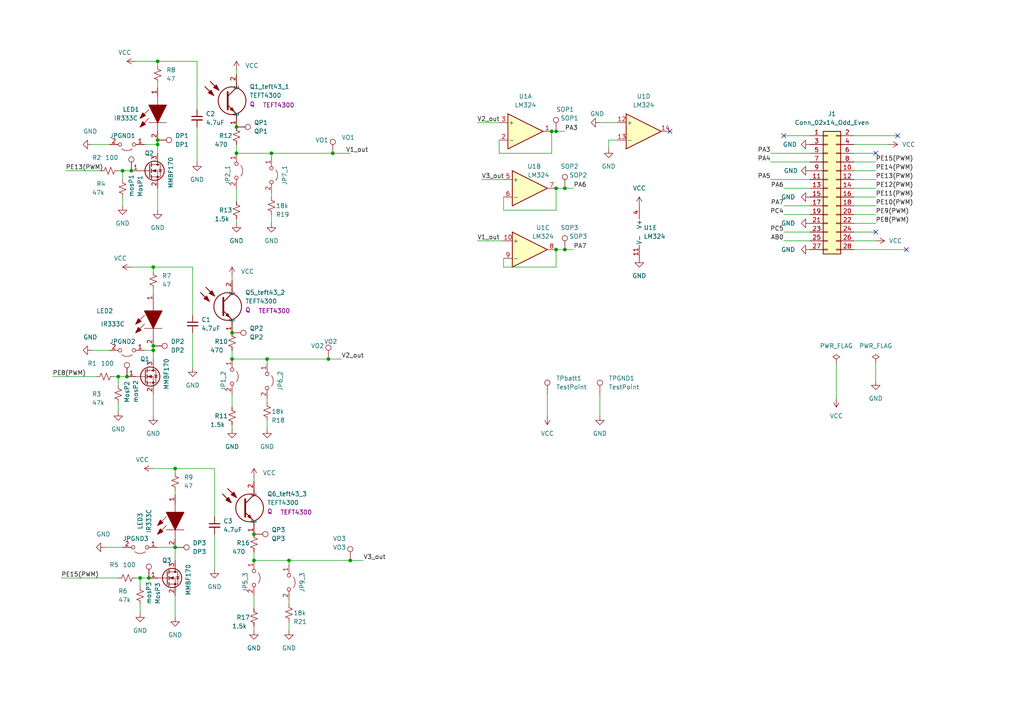
<source format=kicad_sch>
(kicad_sch (version 20211123) (generator eeschema)

  (uuid e63e39d7-6ac0-4ffd-8aa3-1841a4541b55)

  (paper "A4")

  (title_block
    (title "Micromouse Sensor")
    (rev "v1.0")
    (company "EEE3088F UCT")
    (comment 2 "@author Molise Mokhakala")
    (comment 3 "MKHMOL028")
  )

  (lib_symbols
    (symbol "Amplifier_Operational:LM324" (pin_names (offset 0.127)) (in_bom yes) (on_board yes)
      (property "Reference" "U" (id 0) (at 0 5.08 0)
        (effects (font (size 1.27 1.27)) (justify left))
      )
      (property "Value" "LM324" (id 1) (at 0 -5.08 0)
        (effects (font (size 1.27 1.27)) (justify left))
      )
      (property "Footprint" "" (id 2) (at -1.27 2.54 0)
        (effects (font (size 1.27 1.27)) hide)
      )
      (property "Datasheet" "http://www.ti.com/lit/ds/symlink/lm2902-n.pdf" (id 3) (at 1.27 5.08 0)
        (effects (font (size 1.27 1.27)) hide)
      )
      (property "ki_locked" "" (id 4) (at 0 0 0)
        (effects (font (size 1.27 1.27)))
      )
      (property "ki_keywords" "quad opamp" (id 5) (at 0 0 0)
        (effects (font (size 1.27 1.27)) hide)
      )
      (property "ki_description" "Low-Power, Quad-Operational Amplifiers, DIP-14/SOIC-14/SSOP-14" (id 6) (at 0 0 0)
        (effects (font (size 1.27 1.27)) hide)
      )
      (property "ki_fp_filters" "SOIC*3.9x8.7mm*P1.27mm* DIP*W7.62mm* TSSOP*4.4x5mm*P0.65mm* SSOP*5.3x6.2mm*P0.65mm* MSOP*3x3mm*P0.5mm*" (id 7) (at 0 0 0)
        (effects (font (size 1.27 1.27)) hide)
      )
      (symbol "LM324_1_1"
        (polyline
          (pts
            (xy -5.08 5.08)
            (xy 5.08 0)
            (xy -5.08 -5.08)
            (xy -5.08 5.08)
          )
          (stroke (width 0.254) (type default) (color 0 0 0 0))
          (fill (type background))
        )
        (pin output line (at 7.62 0 180) (length 2.54)
          (name "~" (effects (font (size 1.27 1.27))))
          (number "1" (effects (font (size 1.27 1.27))))
        )
        (pin input line (at -7.62 -2.54 0) (length 2.54)
          (name "-" (effects (font (size 1.27 1.27))))
          (number "2" (effects (font (size 1.27 1.27))))
        )
        (pin input line (at -7.62 2.54 0) (length 2.54)
          (name "+" (effects (font (size 1.27 1.27))))
          (number "3" (effects (font (size 1.27 1.27))))
        )
      )
      (symbol "LM324_2_1"
        (polyline
          (pts
            (xy -5.08 5.08)
            (xy 5.08 0)
            (xy -5.08 -5.08)
            (xy -5.08 5.08)
          )
          (stroke (width 0.254) (type default) (color 0 0 0 0))
          (fill (type background))
        )
        (pin input line (at -7.62 2.54 0) (length 2.54)
          (name "+" (effects (font (size 1.27 1.27))))
          (number "5" (effects (font (size 1.27 1.27))))
        )
        (pin input line (at -7.62 -2.54 0) (length 2.54)
          (name "-" (effects (font (size 1.27 1.27))))
          (number "6" (effects (font (size 1.27 1.27))))
        )
        (pin output line (at 7.62 0 180) (length 2.54)
          (name "~" (effects (font (size 1.27 1.27))))
          (number "7" (effects (font (size 1.27 1.27))))
        )
      )
      (symbol "LM324_3_1"
        (polyline
          (pts
            (xy -5.08 5.08)
            (xy 5.08 0)
            (xy -5.08 -5.08)
            (xy -5.08 5.08)
          )
          (stroke (width 0.254) (type default) (color 0 0 0 0))
          (fill (type background))
        )
        (pin input line (at -7.62 2.54 0) (length 2.54)
          (name "+" (effects (font (size 1.27 1.27))))
          (number "10" (effects (font (size 1.27 1.27))))
        )
        (pin output line (at 7.62 0 180) (length 2.54)
          (name "~" (effects (font (size 1.27 1.27))))
          (number "8" (effects (font (size 1.27 1.27))))
        )
        (pin input line (at -7.62 -2.54 0) (length 2.54)
          (name "-" (effects (font (size 1.27 1.27))))
          (number "9" (effects (font (size 1.27 1.27))))
        )
      )
      (symbol "LM324_4_1"
        (polyline
          (pts
            (xy -5.08 5.08)
            (xy 5.08 0)
            (xy -5.08 -5.08)
            (xy -5.08 5.08)
          )
          (stroke (width 0.254) (type default) (color 0 0 0 0))
          (fill (type background))
        )
        (pin input line (at -7.62 2.54 0) (length 2.54)
          (name "+" (effects (font (size 1.27 1.27))))
          (number "12" (effects (font (size 1.27 1.27))))
        )
        (pin input line (at -7.62 -2.54 0) (length 2.54)
          (name "-" (effects (font (size 1.27 1.27))))
          (number "13" (effects (font (size 1.27 1.27))))
        )
        (pin output line (at 7.62 0 180) (length 2.54)
          (name "~" (effects (font (size 1.27 1.27))))
          (number "14" (effects (font (size 1.27 1.27))))
        )
      )
      (symbol "LM324_5_1"
        (pin power_in line (at -2.54 -7.62 90) (length 3.81)
          (name "V-" (effects (font (size 1.27 1.27))))
          (number "11" (effects (font (size 1.27 1.27))))
        )
        (pin power_in line (at -2.54 7.62 270) (length 3.81)
          (name "V+" (effects (font (size 1.27 1.27))))
          (number "4" (effects (font (size 1.27 1.27))))
        )
      )
    )
    (symbol "Connector:TestPoint" (pin_numbers hide) (pin_names (offset 0.762) hide) (in_bom yes) (on_board yes)
      (property "Reference" "TP" (id 0) (at 0 6.858 0)
        (effects (font (size 1.27 1.27)))
      )
      (property "Value" "TestPoint" (id 1) (at 0 5.08 0)
        (effects (font (size 1.27 1.27)))
      )
      (property "Footprint" "" (id 2) (at 5.08 0 0)
        (effects (font (size 1.27 1.27)) hide)
      )
      (property "Datasheet" "~" (id 3) (at 5.08 0 0)
        (effects (font (size 1.27 1.27)) hide)
      )
      (property "ki_keywords" "test point tp" (id 4) (at 0 0 0)
        (effects (font (size 1.27 1.27)) hide)
      )
      (property "ki_description" "test point" (id 5) (at 0 0 0)
        (effects (font (size 1.27 1.27)) hide)
      )
      (property "ki_fp_filters" "Pin* Test*" (id 6) (at 0 0 0)
        (effects (font (size 1.27 1.27)) hide)
      )
      (symbol "TestPoint_0_1"
        (circle (center 0 3.302) (radius 0.762)
          (stroke (width 0) (type default) (color 0 0 0 0))
          (fill (type none))
        )
      )
      (symbol "TestPoint_1_1"
        (pin passive line (at 0 0 90) (length 2.54)
          (name "1" (effects (font (size 1.27 1.27))))
          (number "1" (effects (font (size 1.27 1.27))))
        )
      )
    )
    (symbol "Connector_Generic:Conn_02x14_Odd_Even" (pin_names (offset 1.016) hide) (in_bom yes) (on_board yes)
      (property "Reference" "J" (id 0) (at 1.27 17.78 0)
        (effects (font (size 1.27 1.27)))
      )
      (property "Value" "Conn_02x14_Odd_Even" (id 1) (at 1.27 -20.32 0)
        (effects (font (size 1.27 1.27)))
      )
      (property "Footprint" "" (id 2) (at 0 0 0)
        (effects (font (size 1.27 1.27)) hide)
      )
      (property "Datasheet" "~" (id 3) (at 0 0 0)
        (effects (font (size 1.27 1.27)) hide)
      )
      (property "ki_keywords" "connector" (id 4) (at 0 0 0)
        (effects (font (size 1.27 1.27)) hide)
      )
      (property "ki_description" "Generic connector, double row, 02x14, odd/even pin numbering scheme (row 1 odd numbers, row 2 even numbers), script generated (kicad-library-utils/schlib/autogen/connector/)" (id 5) (at 0 0 0)
        (effects (font (size 1.27 1.27)) hide)
      )
      (property "ki_fp_filters" "Connector*:*_2x??_*" (id 6) (at 0 0 0)
        (effects (font (size 1.27 1.27)) hide)
      )
      (symbol "Conn_02x14_Odd_Even_1_1"
        (rectangle (start -1.27 -17.653) (end 0 -17.907)
          (stroke (width 0.1524) (type default) (color 0 0 0 0))
          (fill (type none))
        )
        (rectangle (start -1.27 -15.113) (end 0 -15.367)
          (stroke (width 0.1524) (type default) (color 0 0 0 0))
          (fill (type none))
        )
        (rectangle (start -1.27 -12.573) (end 0 -12.827)
          (stroke (width 0.1524) (type default) (color 0 0 0 0))
          (fill (type none))
        )
        (rectangle (start -1.27 -10.033) (end 0 -10.287)
          (stroke (width 0.1524) (type default) (color 0 0 0 0))
          (fill (type none))
        )
        (rectangle (start -1.27 -7.493) (end 0 -7.747)
          (stroke (width 0.1524) (type default) (color 0 0 0 0))
          (fill (type none))
        )
        (rectangle (start -1.27 -4.953) (end 0 -5.207)
          (stroke (width 0.1524) (type default) (color 0 0 0 0))
          (fill (type none))
        )
        (rectangle (start -1.27 -2.413) (end 0 -2.667)
          (stroke (width 0.1524) (type default) (color 0 0 0 0))
          (fill (type none))
        )
        (rectangle (start -1.27 0.127) (end 0 -0.127)
          (stroke (width 0.1524) (type default) (color 0 0 0 0))
          (fill (type none))
        )
        (rectangle (start -1.27 2.667) (end 0 2.413)
          (stroke (width 0.1524) (type default) (color 0 0 0 0))
          (fill (type none))
        )
        (rectangle (start -1.27 5.207) (end 0 4.953)
          (stroke (width 0.1524) (type default) (color 0 0 0 0))
          (fill (type none))
        )
        (rectangle (start -1.27 7.747) (end 0 7.493)
          (stroke (width 0.1524) (type default) (color 0 0 0 0))
          (fill (type none))
        )
        (rectangle (start -1.27 10.287) (end 0 10.033)
          (stroke (width 0.1524) (type default) (color 0 0 0 0))
          (fill (type none))
        )
        (rectangle (start -1.27 12.827) (end 0 12.573)
          (stroke (width 0.1524) (type default) (color 0 0 0 0))
          (fill (type none))
        )
        (rectangle (start -1.27 15.367) (end 0 15.113)
          (stroke (width 0.1524) (type default) (color 0 0 0 0))
          (fill (type none))
        )
        (rectangle (start -1.27 16.51) (end 3.81 -19.05)
          (stroke (width 0.254) (type default) (color 0 0 0 0))
          (fill (type background))
        )
        (rectangle (start 3.81 -17.653) (end 2.54 -17.907)
          (stroke (width 0.1524) (type default) (color 0 0 0 0))
          (fill (type none))
        )
        (rectangle (start 3.81 -15.113) (end 2.54 -15.367)
          (stroke (width 0.1524) (type default) (color 0 0 0 0))
          (fill (type none))
        )
        (rectangle (start 3.81 -12.573) (end 2.54 -12.827)
          (stroke (width 0.1524) (type default) (color 0 0 0 0))
          (fill (type none))
        )
        (rectangle (start 3.81 -10.033) (end 2.54 -10.287)
          (stroke (width 0.1524) (type default) (color 0 0 0 0))
          (fill (type none))
        )
        (rectangle (start 3.81 -7.493) (end 2.54 -7.747)
          (stroke (width 0.1524) (type default) (color 0 0 0 0))
          (fill (type none))
        )
        (rectangle (start 3.81 -4.953) (end 2.54 -5.207)
          (stroke (width 0.1524) (type default) (color 0 0 0 0))
          (fill (type none))
        )
        (rectangle (start 3.81 -2.413) (end 2.54 -2.667)
          (stroke (width 0.1524) (type default) (color 0 0 0 0))
          (fill (type none))
        )
        (rectangle (start 3.81 0.127) (end 2.54 -0.127)
          (stroke (width 0.1524) (type default) (color 0 0 0 0))
          (fill (type none))
        )
        (rectangle (start 3.81 2.667) (end 2.54 2.413)
          (stroke (width 0.1524) (type default) (color 0 0 0 0))
          (fill (type none))
        )
        (rectangle (start 3.81 5.207) (end 2.54 4.953)
          (stroke (width 0.1524) (type default) (color 0 0 0 0))
          (fill (type none))
        )
        (rectangle (start 3.81 7.747) (end 2.54 7.493)
          (stroke (width 0.1524) (type default) (color 0 0 0 0))
          (fill (type none))
        )
        (rectangle (start 3.81 10.287) (end 2.54 10.033)
          (stroke (width 0.1524) (type default) (color 0 0 0 0))
          (fill (type none))
        )
        (rectangle (start 3.81 12.827) (end 2.54 12.573)
          (stroke (width 0.1524) (type default) (color 0 0 0 0))
          (fill (type none))
        )
        (rectangle (start 3.81 15.367) (end 2.54 15.113)
          (stroke (width 0.1524) (type default) (color 0 0 0 0))
          (fill (type none))
        )
        (pin passive line (at -5.08 15.24 0) (length 3.81)
          (name "Pin_1" (effects (font (size 1.27 1.27))))
          (number "1" (effects (font (size 1.27 1.27))))
        )
        (pin passive line (at 7.62 5.08 180) (length 3.81)
          (name "Pin_10" (effects (font (size 1.27 1.27))))
          (number "10" (effects (font (size 1.27 1.27))))
        )
        (pin passive line (at -5.08 2.54 0) (length 3.81)
          (name "Pin_11" (effects (font (size 1.27 1.27))))
          (number "11" (effects (font (size 1.27 1.27))))
        )
        (pin passive line (at 7.62 2.54 180) (length 3.81)
          (name "Pin_12" (effects (font (size 1.27 1.27))))
          (number "12" (effects (font (size 1.27 1.27))))
        )
        (pin passive line (at -5.08 0 0) (length 3.81)
          (name "Pin_13" (effects (font (size 1.27 1.27))))
          (number "13" (effects (font (size 1.27 1.27))))
        )
        (pin passive line (at 7.62 0 180) (length 3.81)
          (name "Pin_14" (effects (font (size 1.27 1.27))))
          (number "14" (effects (font (size 1.27 1.27))))
        )
        (pin passive line (at -5.08 -2.54 0) (length 3.81)
          (name "Pin_15" (effects (font (size 1.27 1.27))))
          (number "15" (effects (font (size 1.27 1.27))))
        )
        (pin passive line (at 7.62 -2.54 180) (length 3.81)
          (name "Pin_16" (effects (font (size 1.27 1.27))))
          (number "16" (effects (font (size 1.27 1.27))))
        )
        (pin passive line (at -5.08 -5.08 0) (length 3.81)
          (name "Pin_17" (effects (font (size 1.27 1.27))))
          (number "17" (effects (font (size 1.27 1.27))))
        )
        (pin passive line (at 7.62 -5.08 180) (length 3.81)
          (name "Pin_18" (effects (font (size 1.27 1.27))))
          (number "18" (effects (font (size 1.27 1.27))))
        )
        (pin passive line (at -5.08 -7.62 0) (length 3.81)
          (name "Pin_19" (effects (font (size 1.27 1.27))))
          (number "19" (effects (font (size 1.27 1.27))))
        )
        (pin passive line (at 7.62 15.24 180) (length 3.81)
          (name "Pin_2" (effects (font (size 1.27 1.27))))
          (number "2" (effects (font (size 1.27 1.27))))
        )
        (pin passive line (at 7.62 -7.62 180) (length 3.81)
          (name "Pin_20" (effects (font (size 1.27 1.27))))
          (number "20" (effects (font (size 1.27 1.27))))
        )
        (pin passive line (at -5.08 -10.16 0) (length 3.81)
          (name "Pin_21" (effects (font (size 1.27 1.27))))
          (number "21" (effects (font (size 1.27 1.27))))
        )
        (pin passive line (at 7.62 -10.16 180) (length 3.81)
          (name "Pin_22" (effects (font (size 1.27 1.27))))
          (number "22" (effects (font (size 1.27 1.27))))
        )
        (pin passive line (at -5.08 -12.7 0) (length 3.81)
          (name "Pin_23" (effects (font (size 1.27 1.27))))
          (number "23" (effects (font (size 1.27 1.27))))
        )
        (pin passive line (at 7.62 -12.7 180) (length 3.81)
          (name "Pin_24" (effects (font (size 1.27 1.27))))
          (number "24" (effects (font (size 1.27 1.27))))
        )
        (pin passive line (at -5.08 -15.24 0) (length 3.81)
          (name "Pin_25" (effects (font (size 1.27 1.27))))
          (number "25" (effects (font (size 1.27 1.27))))
        )
        (pin passive line (at 7.62 -15.24 180) (length 3.81)
          (name "Pin_26" (effects (font (size 1.27 1.27))))
          (number "26" (effects (font (size 1.27 1.27))))
        )
        (pin passive line (at -5.08 -17.78 0) (length 3.81)
          (name "Pin_27" (effects (font (size 1.27 1.27))))
          (number "27" (effects (font (size 1.27 1.27))))
        )
        (pin passive line (at 7.62 -17.78 180) (length 3.81)
          (name "Pin_28" (effects (font (size 1.27 1.27))))
          (number "28" (effects (font (size 1.27 1.27))))
        )
        (pin passive line (at -5.08 12.7 0) (length 3.81)
          (name "Pin_3" (effects (font (size 1.27 1.27))))
          (number "3" (effects (font (size 1.27 1.27))))
        )
        (pin passive line (at 7.62 12.7 180) (length 3.81)
          (name "Pin_4" (effects (font (size 1.27 1.27))))
          (number "4" (effects (font (size 1.27 1.27))))
        )
        (pin passive line (at -5.08 10.16 0) (length 3.81)
          (name "Pin_5" (effects (font (size 1.27 1.27))))
          (number "5" (effects (font (size 1.27 1.27))))
        )
        (pin passive line (at 7.62 10.16 180) (length 3.81)
          (name "Pin_6" (effects (font (size 1.27 1.27))))
          (number "6" (effects (font (size 1.27 1.27))))
        )
        (pin passive line (at -5.08 7.62 0) (length 3.81)
          (name "Pin_7" (effects (font (size 1.27 1.27))))
          (number "7" (effects (font (size 1.27 1.27))))
        )
        (pin passive line (at 7.62 7.62 180) (length 3.81)
          (name "Pin_8" (effects (font (size 1.27 1.27))))
          (number "8" (effects (font (size 1.27 1.27))))
        )
        (pin passive line (at -5.08 5.08 0) (length 3.81)
          (name "Pin_9" (effects (font (size 1.27 1.27))))
          (number "9" (effects (font (size 1.27 1.27))))
        )
      )
    )
    (symbol "Device:C_Small" (pin_numbers hide) (pin_names (offset 0.254) hide) (in_bom yes) (on_board yes)
      (property "Reference" "C" (id 0) (at 0.254 1.778 0)
        (effects (font (size 1.27 1.27)) (justify left))
      )
      (property "Value" "C_Small" (id 1) (at 0.254 -2.032 0)
        (effects (font (size 1.27 1.27)) (justify left))
      )
      (property "Footprint" "" (id 2) (at 0 0 0)
        (effects (font (size 1.27 1.27)) hide)
      )
      (property "Datasheet" "~" (id 3) (at 0 0 0)
        (effects (font (size 1.27 1.27)) hide)
      )
      (property "ki_keywords" "capacitor cap" (id 4) (at 0 0 0)
        (effects (font (size 1.27 1.27)) hide)
      )
      (property "ki_description" "Unpolarized capacitor, small symbol" (id 5) (at 0 0 0)
        (effects (font (size 1.27 1.27)) hide)
      )
      (property "ki_fp_filters" "C_*" (id 6) (at 0 0 0)
        (effects (font (size 1.27 1.27)) hide)
      )
      (symbol "C_Small_0_1"
        (polyline
          (pts
            (xy -1.524 -0.508)
            (xy 1.524 -0.508)
          )
          (stroke (width 0.3302) (type default) (color 0 0 0 0))
          (fill (type none))
        )
        (polyline
          (pts
            (xy -1.524 0.508)
            (xy 1.524 0.508)
          )
          (stroke (width 0.3048) (type default) (color 0 0 0 0))
          (fill (type none))
        )
      )
      (symbol "C_Small_1_1"
        (pin passive line (at 0 2.54 270) (length 2.032)
          (name "~" (effects (font (size 1.27 1.27))))
          (number "1" (effects (font (size 1.27 1.27))))
        )
        (pin passive line (at 0 -2.54 90) (length 2.032)
          (name "~" (effects (font (size 1.27 1.27))))
          (number "2" (effects (font (size 1.27 1.27))))
        )
      )
    )
    (symbol "Device:R_Small_US" (pin_numbers hide) (pin_names (offset 0.254) hide) (in_bom yes) (on_board yes)
      (property "Reference" "R" (id 0) (at 0.762 0.508 0)
        (effects (font (size 1.27 1.27)) (justify left))
      )
      (property "Value" "R_Small_US" (id 1) (at 0.762 -1.016 0)
        (effects (font (size 1.27 1.27)) (justify left))
      )
      (property "Footprint" "" (id 2) (at 0 0 0)
        (effects (font (size 1.27 1.27)) hide)
      )
      (property "Datasheet" "~" (id 3) (at 0 0 0)
        (effects (font (size 1.27 1.27)) hide)
      )
      (property "ki_keywords" "r resistor" (id 4) (at 0 0 0)
        (effects (font (size 1.27 1.27)) hide)
      )
      (property "ki_description" "Resistor, small US symbol" (id 5) (at 0 0 0)
        (effects (font (size 1.27 1.27)) hide)
      )
      (property "ki_fp_filters" "R_*" (id 6) (at 0 0 0)
        (effects (font (size 1.27 1.27)) hide)
      )
      (symbol "R_Small_US_1_1"
        (polyline
          (pts
            (xy 0 0)
            (xy 1.016 -0.381)
            (xy 0 -0.762)
            (xy -1.016 -1.143)
            (xy 0 -1.524)
          )
          (stroke (width 0) (type default) (color 0 0 0 0))
          (fill (type none))
        )
        (polyline
          (pts
            (xy 0 1.524)
            (xy 1.016 1.143)
            (xy 0 0.762)
            (xy -1.016 0.381)
            (xy 0 0)
          )
          (stroke (width 0) (type default) (color 0 0 0 0))
          (fill (type none))
        )
        (pin passive line (at 0 2.54 270) (length 1.016)
          (name "~" (effects (font (size 1.27 1.27))))
          (number "1" (effects (font (size 1.27 1.27))))
        )
        (pin passive line (at 0 -2.54 90) (length 1.016)
          (name "~" (effects (font (size 1.27 1.27))))
          (number "2" (effects (font (size 1.27 1.27))))
        )
      )
    )
    (symbol "IR333C_MOUSER:IR333C" (pin_names (offset 0.762)) (in_bom yes) (on_board yes)
      (property "Reference" "LED" (id 0) (at 12.7 8.89 0)
        (effects (font (size 1.27 1.27)) (justify left bottom))
      )
      (property "Value" "IR333C" (id 1) (at 12.7 6.35 0)
        (effects (font (size 1.27 1.27)) (justify left bottom))
      )
      (property "Footprint" "IR333C" (id 2) (at 12.7 3.81 0)
        (effects (font (size 1.27 1.27)) (justify left bottom) hide)
      )
      (property "Datasheet" "https://datasheet.datasheetarchive.com/originals/distributors/Datasheets-DGA2/205755.pdf" (id 3) (at 12.7 1.27 0)
        (effects (font (size 1.27 1.27)) (justify left bottom) hide)
      )
      (property "Description" "Infrared Emitters Infrared LED" (id 4) (at 12.7 -1.27 0)
        (effects (font (size 1.27 1.27)) (justify left bottom) hide)
      )
      (property "Height" "" (id 5) (at 12.7 -3.81 0)
        (effects (font (size 1.27 1.27)) (justify left bottom) hide)
      )
      (property "Mouser Part Number" "638-IR333C" (id 6) (at 12.7 -6.35 0)
        (effects (font (size 1.27 1.27)) (justify left bottom) hide)
      )
      (property "Mouser Price/Stock" "https://www.mouser.co.uk/ProductDetail/Everlight/IR333C?qs=8PzhAHr7IdOKV37W3bnYFw%3D%3D" (id 7) (at 12.7 -8.89 0)
        (effects (font (size 1.27 1.27)) (justify left bottom) hide)
      )
      (property "Manufacturer_Name" "Everlight" (id 8) (at 12.7 -11.43 0)
        (effects (font (size 1.27 1.27)) (justify left bottom) hide)
      )
      (property "Manufacturer_Part_Number" "IR333C" (id 9) (at 12.7 -13.97 0)
        (effects (font (size 1.27 1.27)) (justify left bottom) hide)
      )
      (property "ki_description" "Infrared Emitters Infrared LED" (id 10) (at 0 0 0)
        (effects (font (size 1.27 1.27)) hide)
      )
      (symbol "IR333C_0_0"
        (pin passive line (at 15.24 0 180) (length 2.54)
          (name "~" (effects (font (size 1.27 1.27))))
          (number "1" (effects (font (size 1.27 1.27))))
        )
        (pin passive line (at 0 0 0) (length 2.54)
          (name "~" (effects (font (size 1.27 1.27))))
          (number "2" (effects (font (size 1.27 1.27))))
        )
      )
      (symbol "IR333C_0_1"
        (polyline
          (pts
            (xy 2.54 0)
            (xy 5.08 0)
          )
          (stroke (width 0.1524) (type default) (color 0 0 0 0))
          (fill (type none))
        )
        (polyline
          (pts
            (xy 5.08 2.54)
            (xy 5.08 -2.54)
          )
          (stroke (width 0.1524) (type default) (color 0 0 0 0))
          (fill (type none))
        )
        (polyline
          (pts
            (xy 6.35 2.54)
            (xy 3.81 5.08)
          )
          (stroke (width 0.1524) (type default) (color 0 0 0 0))
          (fill (type none))
        )
        (polyline
          (pts
            (xy 8.89 2.54)
            (xy 6.35 5.08)
          )
          (stroke (width 0.1524) (type default) (color 0 0 0 0))
          (fill (type none))
        )
        (polyline
          (pts
            (xy 10.16 0)
            (xy 12.7 0)
          )
          (stroke (width 0.1524) (type default) (color 0 0 0 0))
          (fill (type none))
        )
        (polyline
          (pts
            (xy 5.08 0)
            (xy 10.16 2.54)
            (xy 10.16 -2.54)
            (xy 5.08 0)
          )
          (stroke (width 0.254) (type default) (color 0 0 0 0))
          (fill (type outline))
        )
        (polyline
          (pts
            (xy 5.334 4.318)
            (xy 4.572 3.556)
            (xy 3.81 5.08)
            (xy 5.334 4.318)
          )
          (stroke (width 0.254) (type default) (color 0 0 0 0))
          (fill (type outline))
        )
        (polyline
          (pts
            (xy 7.874 4.318)
            (xy 7.112 3.556)
            (xy 6.35 5.08)
            (xy 7.874 4.318)
          )
          (stroke (width 0.254) (type default) (color 0 0 0 0))
          (fill (type outline))
        )
      )
    )
    (symbol "Jumper:Jumper_2_Open" (pin_names (offset 0) hide) (in_bom yes) (on_board yes)
      (property "Reference" "JP" (id 0) (at 0 2.794 0)
        (effects (font (size 1.27 1.27)))
      )
      (property "Value" "Jumper_2_Open" (id 1) (at 0 -2.286 0)
        (effects (font (size 1.27 1.27)))
      )
      (property "Footprint" "" (id 2) (at 0 0 0)
        (effects (font (size 1.27 1.27)) hide)
      )
      (property "Datasheet" "~" (id 3) (at 0 0 0)
        (effects (font (size 1.27 1.27)) hide)
      )
      (property "ki_keywords" "Jumper SPST" (id 4) (at 0 0 0)
        (effects (font (size 1.27 1.27)) hide)
      )
      (property "ki_description" "Jumper, 2-pole, open" (id 5) (at 0 0 0)
        (effects (font (size 1.27 1.27)) hide)
      )
      (property "ki_fp_filters" "Jumper* TestPoint*2Pads* TestPoint*Bridge*" (id 6) (at 0 0 0)
        (effects (font (size 1.27 1.27)) hide)
      )
      (symbol "Jumper_2_Open_0_0"
        (circle (center -2.032 0) (radius 0.508)
          (stroke (width 0) (type default) (color 0 0 0 0))
          (fill (type none))
        )
        (circle (center 2.032 0) (radius 0.508)
          (stroke (width 0) (type default) (color 0 0 0 0))
          (fill (type none))
        )
      )
      (symbol "Jumper_2_Open_0_1"
        (arc (start 1.524 1.27) (mid 0 1.778) (end -1.524 1.27)
          (stroke (width 0) (type default) (color 0 0 0 0))
          (fill (type none))
        )
      )
      (symbol "Jumper_2_Open_1_1"
        (pin passive line (at -5.08 0 0) (length 2.54)
          (name "A" (effects (font (size 1.27 1.27))))
          (number "1" (effects (font (size 1.27 1.27))))
        )
        (pin passive line (at 5.08 0 180) (length 2.54)
          (name "B" (effects (font (size 1.27 1.27))))
          (number "2" (effects (font (size 1.27 1.27))))
        )
      )
    )
    (symbol "TEFT4300:TEFT4300" (in_bom yes) (on_board yes)
      (property "Reference" "" (id 0) (at 0 0 0)
        (effects (font (size 1.27 1.27)))
      )
      (property "Value" "TEFT4300" (id 1) (at 0 0 0)
        (effects (font (size 1.27 1.27)))
      )
      (property "Footprint" "" (id 2) (at 0 0 0)
        (effects (font (size 1.27 1.27)) hide)
      )
      (property "Datasheet" "" (id 3) (at 0 0 0)
        (effects (font (size 1.27 1.27)) hide)
      )
      (property "Reference_1" "Q" (id 4) (at 3.81 -6.35 0)
        (effects (font (size 1.27 1.27)) (justify left top))
      )
      (property "Value_1" "TEFT4300" (id 5) (at 3.81 -8.89 0)
        (effects (font (size 1.27 1.27)) (justify left top))
      )
      (property "Footprint_1" "TEFT4300" (id 6) (at 3.81 -108.89 0)
        (effects (font (size 1.27 1.27)) (justify left top) hide)
      )
      (property "Datasheet_1" "https://datasheet.datasheetarchive.com/originals/distributors/Datasheets-310/86913.pdf" (id 7) (at 3.81 -208.89 0)
        (effects (font (size 1.27 1.27)) (justify left top) hide)
      )
      (property "Height" "6.1" (id 8) (at 3.81 -408.89 0)
        (effects (font (size 1.27 1.27)) (justify left top) hide)
      )
      (property "Mouser Part Number" "782-TEFT4300" (id 9) (at 3.81 -508.89 0)
        (effects (font (size 1.27 1.27)) (justify left top) hide)
      )
      (property "Mouser Price/Stock" "https://www.mouser.co.uk/ProductDetail/Vishay-Semiconductors/TEFT4300?qs=HsFHTXumnCRbcrt8oPFPMA%3D%3D" (id 10) (at 3.81 -608.89 0)
        (effects (font (size 1.27 1.27)) (justify left top) hide)
      )
      (property "Manufacturer_Name" "Vishay" (id 11) (at 3.81 -708.89 0)
        (effects (font (size 1.27 1.27)) (justify left top) hide)
      )
      (property "Manufacturer_Part_Number" "TEFT4300" (id 12) (at 3.81 -808.89 0)
        (effects (font (size 1.27 1.27)) (justify left top) hide)
      )
      (property "ki_description" "Vishay TEFT4300 60  Infrared Phototransistor, Through-hole 3mm Package" (id 13) (at 0 0 0)
        (effects (font (size 1.27 1.27)) hide)
      )
      (symbol "TEFT4300_1_1"
        (circle (center -1.27 -7.62) (radius 4.016)
          (stroke (width 0.254) (type default) (color 0 0 0 0))
          (fill (type none))
        )
        (polyline
          (pts
            (xy -9.144 -3.556)
            (xy -6.604 -6.096)
          )
          (stroke (width 0.254) (type default) (color 0 0 0 0))
          (fill (type none))
        )
        (polyline
          (pts
            (xy -7.62 -2.032)
            (xy -5.08 -4.572)
          )
          (stroke (width 0.254) (type default) (color 0 0 0 0))
          (fill (type none))
        )
        (polyline
          (pts
            (xy -2.54 -8.89)
            (xy 0 -11.43)
          )
          (stroke (width 0.254) (type default) (color 0 0 0 0))
          (fill (type none))
        )
        (polyline
          (pts
            (xy -2.54 -6.35)
            (xy 0 -3.81)
          )
          (stroke (width 0.254) (type default) (color 0 0 0 0))
          (fill (type none))
        )
        (polyline
          (pts
            (xy -2.54 -5.08)
            (xy -2.54 -10.16)
          )
          (stroke (width 0.508) (type default) (color 0 0 0 0))
          (fill (type none))
        )
        (polyline
          (pts
            (xy 0 -11.43)
            (xy 0 -12.7)
          )
          (stroke (width 0.254) (type default) (color 0 0 0 0))
          (fill (type none))
        )
        (polyline
          (pts
            (xy 0 -3.81)
            (xy 0 -2.54)
          )
          (stroke (width 0.254) (type default) (color 0 0 0 0))
          (fill (type none))
        )
        (polyline
          (pts
            (xy -8.128 -5.334)
            (xy -7.366 -4.572)
            (xy -6.604 -6.096)
            (xy -8.128 -5.334)
          )
          (stroke (width 0.254) (type default) (color 0 0 0 0))
          (fill (type outline))
        )
        (polyline
          (pts
            (xy -6.604 -3.81)
            (xy -5.842 -3.048)
            (xy -5.08 -4.572)
            (xy -6.604 -3.81)
          )
          (stroke (width 0.254) (type default) (color 0 0 0 0))
          (fill (type outline))
        )
        (polyline
          (pts
            (xy -1.778 -10.16)
            (xy -1.27 -9.652)
            (xy -0.762 -10.668)
            (xy -1.778 -10.16)
          )
          (stroke (width 0.254) (type default) (color 0 0 0 0))
          (fill (type outline))
        )
        (pin passive line (at 0 -15.24 90) (length 2.54)
          (name "E" (effects (font (size 1.27 1.27))))
          (number "1" (effects (font (size 1.27 1.27))))
        )
        (pin passive line (at 0 0 270) (length 2.54)
          (name "C" (effects (font (size 1.27 1.27))))
          (number "2" (effects (font (size 1.27 1.27))))
        )
      )
    )
    (symbol "Transistor_FET:MMBF170" (pin_names hide) (in_bom yes) (on_board yes)
      (property "Reference" "Q" (id 0) (at 5.08 1.905 0)
        (effects (font (size 1.27 1.27)) (justify left))
      )
      (property "Value" "MMBF170" (id 1) (at 5.08 0 0)
        (effects (font (size 1.27 1.27)) (justify left))
      )
      (property "Footprint" "Package_TO_SOT_SMD:SOT-23" (id 2) (at 5.08 -1.905 0)
        (effects (font (size 1.27 1.27) italic) (justify left) hide)
      )
      (property "Datasheet" "https://www.diodes.com/assets/Datasheets/ds30104.pdf" (id 3) (at 0 0 0)
        (effects (font (size 1.27 1.27)) (justify left) hide)
      )
      (property "ki_keywords" "N-Channel MOSFET" (id 4) (at 0 0 0)
        (effects (font (size 1.27 1.27)) hide)
      )
      (property "ki_description" "0.5A Id, 60V Vds, N-Channel MOSFET, SOT-23" (id 5) (at 0 0 0)
        (effects (font (size 1.27 1.27)) hide)
      )
      (property "ki_fp_filters" "SOT?23*" (id 6) (at 0 0 0)
        (effects (font (size 1.27 1.27)) hide)
      )
      (symbol "MMBF170_0_1"
        (polyline
          (pts
            (xy 0.254 0)
            (xy -2.54 0)
          )
          (stroke (width 0) (type default) (color 0 0 0 0))
          (fill (type none))
        )
        (polyline
          (pts
            (xy 0.254 1.905)
            (xy 0.254 -1.905)
          )
          (stroke (width 0.254) (type default) (color 0 0 0 0))
          (fill (type none))
        )
        (polyline
          (pts
            (xy 0.762 -1.27)
            (xy 0.762 -2.286)
          )
          (stroke (width 0.254) (type default) (color 0 0 0 0))
          (fill (type none))
        )
        (polyline
          (pts
            (xy 0.762 0.508)
            (xy 0.762 -0.508)
          )
          (stroke (width 0.254) (type default) (color 0 0 0 0))
          (fill (type none))
        )
        (polyline
          (pts
            (xy 0.762 2.286)
            (xy 0.762 1.27)
          )
          (stroke (width 0.254) (type default) (color 0 0 0 0))
          (fill (type none))
        )
        (polyline
          (pts
            (xy 2.54 2.54)
            (xy 2.54 1.778)
          )
          (stroke (width 0) (type default) (color 0 0 0 0))
          (fill (type none))
        )
        (polyline
          (pts
            (xy 2.54 -2.54)
            (xy 2.54 0)
            (xy 0.762 0)
          )
          (stroke (width 0) (type default) (color 0 0 0 0))
          (fill (type none))
        )
        (polyline
          (pts
            (xy 0.762 -1.778)
            (xy 3.302 -1.778)
            (xy 3.302 1.778)
            (xy 0.762 1.778)
          )
          (stroke (width 0) (type default) (color 0 0 0 0))
          (fill (type none))
        )
        (polyline
          (pts
            (xy 1.016 0)
            (xy 2.032 0.381)
            (xy 2.032 -0.381)
            (xy 1.016 0)
          )
          (stroke (width 0) (type default) (color 0 0 0 0))
          (fill (type outline))
        )
        (polyline
          (pts
            (xy 2.794 0.508)
            (xy 2.921 0.381)
            (xy 3.683 0.381)
            (xy 3.81 0.254)
          )
          (stroke (width 0) (type default) (color 0 0 0 0))
          (fill (type none))
        )
        (polyline
          (pts
            (xy 3.302 0.381)
            (xy 2.921 -0.254)
            (xy 3.683 -0.254)
            (xy 3.302 0.381)
          )
          (stroke (width 0) (type default) (color 0 0 0 0))
          (fill (type none))
        )
        (circle (center 1.651 0) (radius 2.794)
          (stroke (width 0.254) (type default) (color 0 0 0 0))
          (fill (type none))
        )
        (circle (center 2.54 -1.778) (radius 0.254)
          (stroke (width 0) (type default) (color 0 0 0 0))
          (fill (type outline))
        )
        (circle (center 2.54 1.778) (radius 0.254)
          (stroke (width 0) (type default) (color 0 0 0 0))
          (fill (type outline))
        )
      )
      (symbol "MMBF170_1_1"
        (pin input line (at -5.08 0 0) (length 2.54)
          (name "G" (effects (font (size 1.27 1.27))))
          (number "1" (effects (font (size 1.27 1.27))))
        )
        (pin passive line (at 2.54 -5.08 90) (length 2.54)
          (name "S" (effects (font (size 1.27 1.27))))
          (number "2" (effects (font (size 1.27 1.27))))
        )
        (pin passive line (at 2.54 5.08 270) (length 2.54)
          (name "D" (effects (font (size 1.27 1.27))))
          (number "3" (effects (font (size 1.27 1.27))))
        )
      )
    )
    (symbol "power:GND" (power) (pin_names (offset 0)) (in_bom yes) (on_board yes)
      (property "Reference" "#PWR" (id 0) (at 0 -6.35 0)
        (effects (font (size 1.27 1.27)) hide)
      )
      (property "Value" "GND" (id 1) (at 0 -3.81 0)
        (effects (font (size 1.27 1.27)))
      )
      (property "Footprint" "" (id 2) (at 0 0 0)
        (effects (font (size 1.27 1.27)) hide)
      )
      (property "Datasheet" "" (id 3) (at 0 0 0)
        (effects (font (size 1.27 1.27)) hide)
      )
      (property "ki_keywords" "power-flag" (id 4) (at 0 0 0)
        (effects (font (size 1.27 1.27)) hide)
      )
      (property "ki_description" "Power symbol creates a global label with name \"GND\" , ground" (id 5) (at 0 0 0)
        (effects (font (size 1.27 1.27)) hide)
      )
      (symbol "GND_0_1"
        (polyline
          (pts
            (xy 0 0)
            (xy 0 -1.27)
            (xy 1.27 -1.27)
            (xy 0 -2.54)
            (xy -1.27 -1.27)
            (xy 0 -1.27)
          )
          (stroke (width 0) (type default) (color 0 0 0 0))
          (fill (type none))
        )
      )
      (symbol "GND_1_1"
        (pin power_in line (at 0 0 270) (length 0) hide
          (name "GND" (effects (font (size 1.27 1.27))))
          (number "1" (effects (font (size 1.27 1.27))))
        )
      )
    )
    (symbol "power:PWR_FLAG" (power) (pin_numbers hide) (pin_names (offset 0) hide) (in_bom yes) (on_board yes)
      (property "Reference" "#FLG" (id 0) (at 0 1.905 0)
        (effects (font (size 1.27 1.27)) hide)
      )
      (property "Value" "PWR_FLAG" (id 1) (at 0 3.81 0)
        (effects (font (size 1.27 1.27)))
      )
      (property "Footprint" "" (id 2) (at 0 0 0)
        (effects (font (size 1.27 1.27)) hide)
      )
      (property "Datasheet" "~" (id 3) (at 0 0 0)
        (effects (font (size 1.27 1.27)) hide)
      )
      (property "ki_keywords" "power-flag" (id 4) (at 0 0 0)
        (effects (font (size 1.27 1.27)) hide)
      )
      (property "ki_description" "Special symbol for telling ERC where power comes from" (id 5) (at 0 0 0)
        (effects (font (size 1.27 1.27)) hide)
      )
      (symbol "PWR_FLAG_0_0"
        (pin power_out line (at 0 0 90) (length 0)
          (name "pwr" (effects (font (size 1.27 1.27))))
          (number "1" (effects (font (size 1.27 1.27))))
        )
      )
      (symbol "PWR_FLAG_0_1"
        (polyline
          (pts
            (xy 0 0)
            (xy 0 1.27)
            (xy -1.016 1.905)
            (xy 0 2.54)
            (xy 1.016 1.905)
            (xy 0 1.27)
          )
          (stroke (width 0) (type default) (color 0 0 0 0))
          (fill (type none))
        )
      )
    )
    (symbol "power:VCC" (power) (pin_names (offset 0)) (in_bom yes) (on_board yes)
      (property "Reference" "#PWR" (id 0) (at 0 -3.81 0)
        (effects (font (size 1.27 1.27)) hide)
      )
      (property "Value" "VCC" (id 1) (at 0 3.81 0)
        (effects (font (size 1.27 1.27)))
      )
      (property "Footprint" "" (id 2) (at 0 0 0)
        (effects (font (size 1.27 1.27)) hide)
      )
      (property "Datasheet" "" (id 3) (at 0 0 0)
        (effects (font (size 1.27 1.27)) hide)
      )
      (property "ki_keywords" "power-flag" (id 4) (at 0 0 0)
        (effects (font (size 1.27 1.27)) hide)
      )
      (property "ki_description" "Power symbol creates a global label with name \"VCC\"" (id 5) (at 0 0 0)
        (effects (font (size 1.27 1.27)) hide)
      )
      (symbol "VCC_0_1"
        (polyline
          (pts
            (xy -0.762 1.27)
            (xy 0 2.54)
          )
          (stroke (width 0) (type default) (color 0 0 0 0))
          (fill (type none))
        )
        (polyline
          (pts
            (xy 0 0)
            (xy 0 2.54)
          )
          (stroke (width 0) (type default) (color 0 0 0 0))
          (fill (type none))
        )
        (polyline
          (pts
            (xy 0 2.54)
            (xy 0.762 1.27)
          )
          (stroke (width 0) (type default) (color 0 0 0 0))
          (fill (type none))
        )
      )
      (symbol "VCC_1_1"
        (pin power_in line (at 0 0 90) (length 0) hide
          (name "VCC" (effects (font (size 1.27 1.27))))
          (number "1" (effects (font (size 1.27 1.27))))
        )
      )
    )
  )

  (junction (at 45.72 40.64) (diameter 0) (color 0 0 0 0)
    (uuid 01b0302a-eae9-4cc6-87c5-e9b8dcbbae01)
  )
  (junction (at 44.45 101.6) (diameter 0) (color 0 0 0 0)
    (uuid 1295bb9e-ba3a-4483-9ac3-23793deade14)
  )
  (junction (at 68.58 44.45) (diameter 0) (color 0 0 0 0)
    (uuid 15f28b3b-258f-4475-9d5c-1e6c521ce1b8)
  )
  (junction (at 50.8 135.89) (diameter 0) (color 0 0 0 0)
    (uuid 1bf82024-767b-4c7b-9b29-8e5d51cfffc7)
  )
  (junction (at 44.45 100.33) (diameter 0) (color 0 0 0 0)
    (uuid 1dcdceda-8c6b-47a4-a1bb-5a4c84c7b9c1)
  )
  (junction (at 73.66 162.56) (diameter 0) (color 0 0 0 0)
    (uuid 21a0db19-54f9-4475-876d-d5ac08abd7a7)
  )
  (junction (at 40.64 167.64) (diameter 0) (color 0 0 0 0)
    (uuid 22471118-09af-41bb-9559-6d49e90fa134)
  )
  (junction (at 163.83 54.61) (diameter 0) (color 0 0 0 0)
    (uuid 2e674dd6-8d9b-4dfa-84b9-c0d6294b5872)
  )
  (junction (at 95.25 104.14) (diameter 0) (color 0 0 0 0)
    (uuid 30a572d0-a895-430a-9594-5876cf320367)
  )
  (junction (at 35.56 49.53) (diameter 0) (color 0 0 0 0)
    (uuid 352bd04a-6f49-4bdd-a507-396fc9548abd)
  )
  (junction (at 67.31 96.52) (diameter 0) (color 0 0 0 0)
    (uuid 47689f4f-35ee-4da6-98c7-a297d696bd20)
  )
  (junction (at 163.83 72.39) (diameter 0) (color 0 0 0 0)
    (uuid 4e724328-c743-4a97-bb90-861f3c64c3b8)
  )
  (junction (at 101.6 162.56) (diameter 0) (color 0 0 0 0)
    (uuid 512ba57c-fa6c-4de1-a74a-d1662ebce99b)
  )
  (junction (at 161.29 72.39) (diameter 0) (color 0 0 0 0)
    (uuid 5a223e62-326b-4520-b998-9e90e0a4a457)
  )
  (junction (at 38.1 49.53) (diameter 0) (color 0 0 0 0)
    (uuid 685fce76-2b51-4c79-a3d0-3462bc570c23)
  )
  (junction (at 73.66 154.94) (diameter 0) (color 0 0 0 0)
    (uuid 763d4289-994f-494b-bea3-73001bfb3223)
  )
  (junction (at 34.29 109.22) (diameter 0) (color 0 0 0 0)
    (uuid 78f93178-00a8-4c5b-91e1-7dc5e1b8ae6d)
  )
  (junction (at 83.82 162.56) (diameter 0) (color 0 0 0 0)
    (uuid 7b5820b8-d47e-402e-b8a2-09cae650cf92)
  )
  (junction (at 68.58 36.83) (diameter 0) (color 0 0 0 0)
    (uuid 83cbc0d3-d189-4549-addd-5f50eaafb82c)
  )
  (junction (at 36.83 109.22) (diameter 0) (color 0 0 0 0)
    (uuid 87572986-03df-4f6f-8599-2f11a0dd58a0)
  )
  (junction (at 161.29 54.61) (diameter 0) (color 0 0 0 0)
    (uuid 8b9d2f20-4d1f-476c-b3fb-009cdd07e27e)
  )
  (junction (at 43.18 167.64) (diameter 0) (color 0 0 0 0)
    (uuid 8d6f5d6d-46b5-4270-8641-e5db490ba09e)
  )
  (junction (at 96.52 44.45) (diameter 0) (color 0 0 0 0)
    (uuid 9808bb85-141d-4bbe-9fd1-2b0378df5dab)
  )
  (junction (at 161.29 38.1) (diameter 0) (color 0 0 0 0)
    (uuid ad536141-0ecc-41bb-9aed-f10bfbb1d721)
  )
  (junction (at 160.02 38.1) (diameter 0) (color 0 0 0 0)
    (uuid b313c053-a2ac-4733-af91-124004fdafee)
  )
  (junction (at 44.45 77.47) (diameter 0) (color 0 0 0 0)
    (uuid b637cfcc-3f8f-4fdb-bf2a-8c42862d86c1)
  )
  (junction (at 45.72 41.91) (diameter 0) (color 0 0 0 0)
    (uuid b66b3120-138d-44f0-b2eb-08a9fa253a45)
  )
  (junction (at 78.74 44.45) (diameter 0) (color 0 0 0 0)
    (uuid bc1e82c9-1e94-4f97-94bd-5ed8b30eba60)
  )
  (junction (at 50.8 158.75) (diameter 0) (color 0 0 0 0)
    (uuid c6c67d9f-a7ed-4fbd-8a88-bef11a736722)
  )
  (junction (at 77.47 104.14) (diameter 0) (color 0 0 0 0)
    (uuid ccf576c2-98e9-4dcd-9f6c-5fa473b10b8b)
  )
  (junction (at 67.31 104.14) (diameter 0) (color 0 0 0 0)
    (uuid cfc4e093-5bf3-4d2f-8993-f1a056c94c31)
  )
  (junction (at 45.72 17.78) (diameter 0) (color 0 0 0 0)
    (uuid fb65526e-6fac-4752-8250-b80cec3ac3e0)
  )

  (no_connect (at 260.35 39.37) (uuid 2907593d-8651-4c9a-9fe5-9a649e91afc2))
  (no_connect (at 262.89 72.39) (uuid 2907593d-8651-4c9a-9fe5-9a649e91afc3))
  (no_connect (at 194.31 38.1) (uuid ac510563-2f54-433b-bdd5-5ef7dfacef75))
  (no_connect (at 254 44.45) (uuid f2b59b76-44f8-4d74-b57f-0170b026e2b9))
  (no_connect (at 254 67.31) (uuid f2b59b76-44f8-4d74-b57f-0170b026e2ba))
  (no_connect (at 227.33 39.37) (uuid f76691ba-bca9-4ca8-a4eb-db6b06850a97))

  (wire (pts (xy 68.58 58.42) (xy 68.58 54.61))
    (stroke (width 0) (type default) (color 0 0 0 0))
    (uuid 033067b2-6ee0-4685-81b5-376994970126)
  )
  (wire (pts (xy 176.53 43.18) (xy 176.53 40.64))
    (stroke (width 0) (type default) (color 0 0 0 0))
    (uuid 053057ea-d7bb-4ae7-a3b1-32c29e481675)
  )
  (wire (pts (xy 57.15 17.78) (xy 57.15 31.75))
    (stroke (width 0) (type default) (color 0 0 0 0))
    (uuid 067fcb02-7839-417b-a7c0-6db8b07689c4)
  )
  (wire (pts (xy 223.52 46.99) (xy 234.95 46.99))
    (stroke (width 0) (type default) (color 0 0 0 0))
    (uuid 0a2f7f8d-c4e1-4556-b534-5a00deee3ce3)
  )
  (wire (pts (xy 161.29 38.1) (xy 163.83 38.1))
    (stroke (width 0) (type default) (color 0 0 0 0))
    (uuid 0af93dd7-14ae-42a8-88cb-96a0d96c59c3)
  )
  (wire (pts (xy 38.1 77.47) (xy 44.45 77.47))
    (stroke (width 0) (type default) (color 0 0 0 0))
    (uuid 0b236b4e-9ef0-4c8b-af53-c5669378e164)
  )
  (wire (pts (xy 78.74 55.88) (xy 78.74 57.15))
    (stroke (width 0) (type default) (color 0 0 0 0))
    (uuid 0b9c6967-6e56-461c-8d52-df1361ebecf7)
  )
  (wire (pts (xy 77.47 121.92) (xy 77.47 124.46))
    (stroke (width 0) (type default) (color 0 0 0 0))
    (uuid 121a2c19-ece6-4e47-b9b5-1330141beb17)
  )
  (wire (pts (xy 247.65 46.99) (xy 254 46.99))
    (stroke (width 0) (type default) (color 0 0 0 0))
    (uuid 1240e715-52ed-46f4-b1ca-acfbd750efa7)
  )
  (wire (pts (xy 146.05 60.96) (xy 146.05 57.15))
    (stroke (width 0) (type default) (color 0 0 0 0))
    (uuid 128dac38-8930-4ab6-a718-afcc73eb3d29)
  )
  (wire (pts (xy 223.52 52.07) (xy 234.95 52.07))
    (stroke (width 0) (type default) (color 0 0 0 0))
    (uuid 142ec8bc-4183-4883-bc30-47552201d27c)
  )
  (wire (pts (xy 176.53 40.64) (xy 179.07 40.64))
    (stroke (width 0) (type default) (color 0 0 0 0))
    (uuid 149551a4-3594-4958-8de4-88258bdfe5f7)
  )
  (wire (pts (xy 101.6 162.56) (xy 105.41 162.56))
    (stroke (width 0) (type default) (color 0 0 0 0))
    (uuid 14ca5da7-d5ba-4097-a6eb-864f862b59f1)
  )
  (wire (pts (xy 44.45 77.47) (xy 44.45 78.74))
    (stroke (width 0) (type default) (color 0 0 0 0))
    (uuid 162f649b-22d1-4abc-8094-6514783384d3)
  )
  (wire (pts (xy 67.31 101.6) (xy 67.31 104.14))
    (stroke (width 0) (type default) (color 0 0 0 0))
    (uuid 16ce6465-bb35-4a42-bea4-3ef563c28da9)
  )
  (wire (pts (xy 247.65 41.91) (xy 257.81 41.91))
    (stroke (width 0) (type default) (color 0 0 0 0))
    (uuid 19786b7f-ec75-40ff-a5ac-75dd815b58ee)
  )
  (wire (pts (xy 78.74 62.23) (xy 78.74 64.77))
    (stroke (width 0) (type default) (color 0 0 0 0))
    (uuid 1b04c035-c84d-4f43-874c-cd71805e6b5e)
  )
  (wire (pts (xy 35.56 49.53) (xy 38.1 49.53))
    (stroke (width 0) (type default) (color 0 0 0 0))
    (uuid 1b9e5c28-b39a-461a-bb09-5d437567345d)
  )
  (wire (pts (xy 62.23 135.89) (xy 62.23 149.86))
    (stroke (width 0) (type default) (color 0 0 0 0))
    (uuid 1da86d15-29c5-4ae5-83e6-559e61bf7c30)
  )
  (wire (pts (xy 67.31 123.19) (xy 67.31 124.46))
    (stroke (width 0) (type default) (color 0 0 0 0))
    (uuid 207af196-6c27-48d7-b214-b4260c296d0c)
  )
  (wire (pts (xy 55.88 96.52) (xy 55.88 106.68))
    (stroke (width 0) (type default) (color 0 0 0 0))
    (uuid 20ecaff4-7c94-4394-a27a-7ab79732a989)
  )
  (wire (pts (xy 161.29 54.61) (xy 161.29 60.96))
    (stroke (width 0) (type default) (color 0 0 0 0))
    (uuid 24b159cd-8adc-4d44-9a4c-32da07c20111)
  )
  (wire (pts (xy 50.8 142.24) (xy 50.8 143.51))
    (stroke (width 0) (type default) (color 0 0 0 0))
    (uuid 2734e947-840d-43f1-9a88-bd548ce60840)
  )
  (wire (pts (xy 45.72 17.78) (xy 45.72 19.05))
    (stroke (width 0) (type default) (color 0 0 0 0))
    (uuid 2a3aa854-2f4c-4794-b448-8a1b7564419c)
  )
  (wire (pts (xy 35.56 49.53) (xy 35.56 52.07))
    (stroke (width 0) (type default) (color 0 0 0 0))
    (uuid 30aae8b8-15be-4cc4-8ed6-a09281be9b03)
  )
  (wire (pts (xy 50.8 172.72) (xy 50.8 179.07))
    (stroke (width 0) (type default) (color 0 0 0 0))
    (uuid 31636bec-33b2-4a37-a94a-0b94d8a085c7)
  )
  (wire (pts (xy 41.91 101.6) (xy 44.45 101.6))
    (stroke (width 0) (type default) (color 0 0 0 0))
    (uuid 344e2a54-b7bd-4001-90e7-a14f64f31269)
  )
  (wire (pts (xy 45.72 54.61) (xy 45.72 60.96))
    (stroke (width 0) (type default) (color 0 0 0 0))
    (uuid 37ec930f-a343-4d7b-b0c9-bda1a2d4fcdf)
  )
  (wire (pts (xy 83.82 173.99) (xy 83.82 175.26))
    (stroke (width 0) (type default) (color 0 0 0 0))
    (uuid 398d273f-4698-46a4-9139-44404752ae0b)
  )
  (wire (pts (xy 144.78 44.45) (xy 160.02 44.45))
    (stroke (width 0) (type default) (color 0 0 0 0))
    (uuid 3a169eb6-79b4-4d3c-9036-5f3b29f03b4d)
  )
  (wire (pts (xy 17.78 167.64) (xy 34.29 167.64))
    (stroke (width 0) (type default) (color 0 0 0 0))
    (uuid 3b725e07-2927-4bc6-a089-70ce6b5cb04b)
  )
  (wire (pts (xy 44.45 77.47) (xy 55.88 77.47))
    (stroke (width 0) (type default) (color 0 0 0 0))
    (uuid 3e4e41f2-a20b-4396-82aa-45c3ae670383)
  )
  (wire (pts (xy 247.65 39.37) (xy 260.35 39.37))
    (stroke (width 0) (type default) (color 0 0 0 0))
    (uuid 40311d5a-63e6-42d5-b99c-6de7d4dd9ae4)
  )
  (wire (pts (xy 39.37 17.78) (xy 45.72 17.78))
    (stroke (width 0) (type default) (color 0 0 0 0))
    (uuid 404cf620-5a45-4bd2-bbf2-8c953f2b0a18)
  )
  (wire (pts (xy 40.64 167.64) (xy 43.18 167.64))
    (stroke (width 0) (type default) (color 0 0 0 0))
    (uuid 45aab849-0afb-4d60-9b08-1138cc364040)
  )
  (wire (pts (xy 68.58 20.32) (xy 68.58 21.59))
    (stroke (width 0) (type default) (color 0 0 0 0))
    (uuid 4ad2ddd1-63eb-4e06-b94d-6d2f4424ba6a)
  )
  (wire (pts (xy 144.78 40.64) (xy 144.78 44.45))
    (stroke (width 0) (type default) (color 0 0 0 0))
    (uuid 4c97c4bc-5b1f-4a0f-a053-1a517ae44d5d)
  )
  (wire (pts (xy 62.23 154.94) (xy 62.23 165.1))
    (stroke (width 0) (type default) (color 0 0 0 0))
    (uuid 4f88316e-baae-44c1-88c8-1b11a192b93e)
  )
  (wire (pts (xy 50.8 158.75) (xy 50.8 162.56))
    (stroke (width 0) (type default) (color 0 0 0 0))
    (uuid 52f11f15-9f7b-4589-876f-57724af10feb)
  )
  (wire (pts (xy 158.75 114.3) (xy 158.75 120.65))
    (stroke (width 0) (type default) (color 0 0 0 0))
    (uuid 5325d33e-5b05-4ccd-9a34-5dffa046fd48)
  )
  (wire (pts (xy 26.67 41.91) (xy 31.75 41.91))
    (stroke (width 0) (type default) (color 0 0 0 0))
    (uuid 55dd7154-2a7e-4734-a23a-6a73582582cf)
  )
  (wire (pts (xy 50.8 135.89) (xy 62.23 135.89))
    (stroke (width 0) (type default) (color 0 0 0 0))
    (uuid 5908861d-9bd8-4862-ac90-0b1158215565)
  )
  (wire (pts (xy 83.82 180.34) (xy 83.82 182.88))
    (stroke (width 0) (type default) (color 0 0 0 0))
    (uuid 59815b58-ed28-4233-82f4-24a39420fcce)
  )
  (wire (pts (xy 247.65 64.77) (xy 254 64.77))
    (stroke (width 0) (type default) (color 0 0 0 0))
    (uuid 598a8937-ccc0-4a6a-8e49-0de5b846c5f6)
  )
  (wire (pts (xy 33.02 109.22) (xy 34.29 109.22))
    (stroke (width 0) (type default) (color 0 0 0 0))
    (uuid 5c785e59-8396-422e-9ff2-e5ba0ffe575c)
  )
  (wire (pts (xy 247.65 44.45) (xy 254 44.45))
    (stroke (width 0) (type default) (color 0 0 0 0))
    (uuid 5e400470-6e5b-4baa-a3d8-d4b914a5fcae)
  )
  (wire (pts (xy 242.57 105.41) (xy 242.57 115.57))
    (stroke (width 0) (type default) (color 0 0 0 0))
    (uuid 5e7df5f0-b549-42ec-8702-499e3fe50906)
  )
  (wire (pts (xy 146.05 74.93) (xy 146.05 77.47))
    (stroke (width 0) (type default) (color 0 0 0 0))
    (uuid 605c43aa-121b-4a89-8211-a20d8c8c7f0c)
  )
  (wire (pts (xy 146.05 77.47) (xy 161.29 77.47))
    (stroke (width 0) (type default) (color 0 0 0 0))
    (uuid 6115bf43-7c18-42db-af2e-5ec778fb39f0)
  )
  (wire (pts (xy 35.56 57.15) (xy 35.56 59.69))
    (stroke (width 0) (type default) (color 0 0 0 0))
    (uuid 61ff1ab7-49cb-4ae1-952c-9c168146edab)
  )
  (wire (pts (xy 247.65 69.85) (xy 254 69.85))
    (stroke (width 0) (type default) (color 0 0 0 0))
    (uuid 62503eac-927e-44ef-9c75-51f81ee5b63f)
  )
  (wire (pts (xy 138.43 69.85) (xy 146.05 69.85))
    (stroke (width 0) (type default) (color 0 0 0 0))
    (uuid 6421f58e-5134-4afe-9c7e-4ccdcd250f11)
  )
  (wire (pts (xy 44.45 104.14) (xy 44.45 101.6))
    (stroke (width 0) (type default) (color 0 0 0 0))
    (uuid 653f152c-a2c0-4f30-aa50-ad47f2100473)
  )
  (wire (pts (xy 40.64 175.26) (xy 40.64 177.8))
    (stroke (width 0) (type default) (color 0 0 0 0))
    (uuid 66ddc480-91d6-4ae2-b290-0bab69268716)
  )
  (wire (pts (xy 160.02 38.1) (xy 161.29 38.1))
    (stroke (width 0) (type default) (color 0 0 0 0))
    (uuid 6836ca45-f6bc-4985-ae1d-d79810a3677e)
  )
  (wire (pts (xy 26.67 101.6) (xy 31.75 101.6))
    (stroke (width 0) (type default) (color 0 0 0 0))
    (uuid 68c8e018-9810-4391-8bb8-422cea37832b)
  )
  (wire (pts (xy 68.58 41.91) (xy 68.58 44.45))
    (stroke (width 0) (type default) (color 0 0 0 0))
    (uuid 69ce3bee-b6ca-4039-95d0-81e3671e1da0)
  )
  (wire (pts (xy 40.64 167.64) (xy 40.64 170.18))
    (stroke (width 0) (type default) (color 0 0 0 0))
    (uuid 69d7fd11-6d52-4b06-b1bd-b6778584934f)
  )
  (wire (pts (xy 247.65 54.61) (xy 254 54.61))
    (stroke (width 0) (type default) (color 0 0 0 0))
    (uuid 69e75813-8f66-4008-b046-e9c1f3a4936f)
  )
  (wire (pts (xy 247.65 59.69) (xy 254 59.69))
    (stroke (width 0) (type default) (color 0 0 0 0))
    (uuid 6e52191d-ca07-4956-bddd-1f94dda38200)
  )
  (wire (pts (xy 161.29 77.47) (xy 161.29 72.39))
    (stroke (width 0) (type default) (color 0 0 0 0))
    (uuid 6f17ef6f-6f57-49a6-8770-faee46955ee8)
  )
  (wire (pts (xy 77.47 105.41) (xy 77.47 104.14))
    (stroke (width 0) (type default) (color 0 0 0 0))
    (uuid 72f8f4d4-88d8-440c-82fe-1e5c967d8ce0)
  )
  (wire (pts (xy 45.72 41.91) (xy 45.72 44.45))
    (stroke (width 0) (type default) (color 0 0 0 0))
    (uuid 73d51321-8b40-45e2-8f97-9416c5e844e5)
  )
  (wire (pts (xy 45.72 17.78) (xy 57.15 17.78))
    (stroke (width 0) (type default) (color 0 0 0 0))
    (uuid 74f77091-0b72-4075-92b8-4bd0cc6b0401)
  )
  (wire (pts (xy 247.65 67.31) (xy 254 67.31))
    (stroke (width 0) (type default) (color 0 0 0 0))
    (uuid 76d9642e-a6da-4085-b6c1-841dee714fab)
  )
  (wire (pts (xy 41.91 41.91) (xy 45.72 41.91))
    (stroke (width 0) (type default) (color 0 0 0 0))
    (uuid 7954dee9-e339-4ee1-921a-3ce525b8c54d)
  )
  (wire (pts (xy 78.74 44.45) (xy 96.52 44.45))
    (stroke (width 0) (type default) (color 0 0 0 0))
    (uuid 81c49d54-740b-4d28-9dc9-bbe523abfa47)
  )
  (wire (pts (xy 173.99 35.56) (xy 179.07 35.56))
    (stroke (width 0) (type default) (color 0 0 0 0))
    (uuid 821f31bd-d1e2-4d97-a1b5-32ba9f602cfd)
  )
  (wire (pts (xy 44.45 135.89) (xy 50.8 135.89))
    (stroke (width 0) (type default) (color 0 0 0 0))
    (uuid 824cd2fd-8968-4b2d-b699-863044921e9d)
  )
  (wire (pts (xy 161.29 60.96) (xy 146.05 60.96))
    (stroke (width 0) (type default) (color 0 0 0 0))
    (uuid 846d3e88-722a-4af7-91a6-f2e5c9cd9e1b)
  )
  (wire (pts (xy 34.29 49.53) (xy 35.56 49.53))
    (stroke (width 0) (type default) (color 0 0 0 0))
    (uuid 85ebbf21-404c-4962-a641-f5d946d2f68d)
  )
  (wire (pts (xy 247.65 57.15) (xy 254 57.15))
    (stroke (width 0) (type default) (color 0 0 0 0))
    (uuid 877e01df-1ee5-40a6-86a8-831b1d6de123)
  )
  (wire (pts (xy 83.82 163.83) (xy 83.82 162.56))
    (stroke (width 0) (type default) (color 0 0 0 0))
    (uuid 8789cf49-418d-4f18-8eb1-b9ef7e04c1ac)
  )
  (wire (pts (xy 173.99 114.3) (xy 173.99 120.65))
    (stroke (width 0) (type default) (color 0 0 0 0))
    (uuid 882b6b62-c0b9-4bf9-9e9b-3d767f7347f3)
  )
  (wire (pts (xy 55.88 77.47) (xy 55.88 91.44))
    (stroke (width 0) (type default) (color 0 0 0 0))
    (uuid 88d015c3-df35-497a-bb62-efef6d6976d6)
  )
  (wire (pts (xy 45.72 158.75) (xy 50.8 158.75))
    (stroke (width 0) (type default) (color 0 0 0 0))
    (uuid 8a3b1210-c4b6-4a81-9531-aa6bad9e8bda)
  )
  (wire (pts (xy 163.83 54.61) (xy 166.37 54.61))
    (stroke (width 0) (type default) (color 0 0 0 0))
    (uuid 8eedb76f-f7c4-4dbb-b360-ed533644fb32)
  )
  (wire (pts (xy 161.29 54.61) (xy 163.83 54.61))
    (stroke (width 0) (type default) (color 0 0 0 0))
    (uuid 93f128b0-5743-48e2-accf-f2c88627b612)
  )
  (wire (pts (xy 50.8 135.89) (xy 50.8 137.16))
    (stroke (width 0) (type default) (color 0 0 0 0))
    (uuid 961c0880-69f6-48bb-a2f6-cf664cbc7160)
  )
  (wire (pts (xy 19.05 49.53) (xy 29.21 49.53))
    (stroke (width 0) (type default) (color 0 0 0 0))
    (uuid 98bfea09-5595-43d1-8aff-d5f512d1291f)
  )
  (wire (pts (xy 34.29 109.22) (xy 36.83 109.22))
    (stroke (width 0) (type default) (color 0 0 0 0))
    (uuid 9922654c-aa6e-4481-9ed7-6e1b5f472ab0)
  )
  (wire (pts (xy 78.74 45.72) (xy 78.74 44.45))
    (stroke (width 0) (type default) (color 0 0 0 0))
    (uuid 9b420d4f-21ca-4a18-946e-49b40c6a7cbf)
  )
  (wire (pts (xy 247.65 52.07) (xy 254 52.07))
    (stroke (width 0) (type default) (color 0 0 0 0))
    (uuid a03160bc-a0c9-4f08-880e-2dd929ebaa9b)
  )
  (wire (pts (xy 77.47 115.57) (xy 77.47 116.84))
    (stroke (width 0) (type default) (color 0 0 0 0))
    (uuid a3a5cb98-aa14-4dc6-86d5-c130eaee32b1)
  )
  (wire (pts (xy 39.37 167.64) (xy 40.64 167.64))
    (stroke (width 0) (type default) (color 0 0 0 0))
    (uuid a6680fa5-8d79-4f9c-9a19-1519d8d283f2)
  )
  (wire (pts (xy 68.58 63.5) (xy 68.58 64.77))
    (stroke (width 0) (type default) (color 0 0 0 0))
    (uuid a66fedb8-601e-4deb-847e-be2bcd619482)
  )
  (wire (pts (xy 247.65 72.39) (xy 262.89 72.39))
    (stroke (width 0) (type default) (color 0 0 0 0))
    (uuid a8c29734-1c58-42f7-bc51-679a48439a1d)
  )
  (wire (pts (xy 160.02 44.45) (xy 160.02 38.1))
    (stroke (width 0) (type default) (color 0 0 0 0))
    (uuid a964fb13-24b4-49dc-8020-6a682571f060)
  )
  (wire (pts (xy 73.66 160.02) (xy 73.66 162.56))
    (stroke (width 0) (type default) (color 0 0 0 0))
    (uuid a97611cd-e704-4534-8968-0edfca22c0a2)
  )
  (wire (pts (xy 44.45 101.6) (xy 44.45 100.33))
    (stroke (width 0) (type default) (color 0 0 0 0))
    (uuid ab3945e5-57d4-4267-b3d5-6e9dcfda708f)
  )
  (wire (pts (xy 73.66 138.43) (xy 73.66 139.7))
    (stroke (width 0) (type default) (color 0 0 0 0))
    (uuid ab9dcefa-98fe-47d6-8b45-e751c6c8846e)
  )
  (wire (pts (xy 227.33 54.61) (xy 234.95 54.61))
    (stroke (width 0) (type default) (color 0 0 0 0))
    (uuid acc34f29-e131-4fa7-b4fc-c0b16aac0210)
  )
  (wire (pts (xy 227.33 59.69) (xy 234.95 59.69))
    (stroke (width 0) (type default) (color 0 0 0 0))
    (uuid ae76ec35-a8dd-45fc-a00e-53ac6a01c492)
  )
  (wire (pts (xy 30.48 158.75) (xy 35.56 158.75))
    (stroke (width 0) (type default) (color 0 0 0 0))
    (uuid af51758d-3c20-4b3d-89eb-6ec85a9fb5fc)
  )
  (wire (pts (xy 67.31 118.11) (xy 67.31 114.3))
    (stroke (width 0) (type default) (color 0 0 0 0))
    (uuid b0375d83-2377-439b-9893-4763a93253c7)
  )
  (wire (pts (xy 73.66 176.53) (xy 73.66 172.72))
    (stroke (width 0) (type default) (color 0 0 0 0))
    (uuid b7034684-41bf-4e7e-8f87-0eb109d17583)
  )
  (wire (pts (xy 247.65 49.53) (xy 254 49.53))
    (stroke (width 0) (type default) (color 0 0 0 0))
    (uuid bc47ce0c-b6af-4b4b-8904-1d5c7b30ccae)
  )
  (wire (pts (xy 138.43 35.56) (xy 144.78 35.56))
    (stroke (width 0) (type default) (color 0 0 0 0))
    (uuid bf4b89eb-95e6-413d-9580-a814438a77b6)
  )
  (wire (pts (xy 34.29 109.22) (xy 34.29 111.76))
    (stroke (width 0) (type default) (color 0 0 0 0))
    (uuid bfe657f3-6059-4274-bee1-bb0cadee0631)
  )
  (wire (pts (xy 223.52 44.45) (xy 234.95 44.45))
    (stroke (width 0) (type default) (color 0 0 0 0))
    (uuid bfef34a3-3024-43d9-9f16-128bc3b49dd6)
  )
  (wire (pts (xy 161.29 72.39) (xy 163.83 72.39))
    (stroke (width 0) (type default) (color 0 0 0 0))
    (uuid c2662d66-f332-484a-b624-224e36d895a0)
  )
  (wire (pts (xy 57.15 36.83) (xy 57.15 46.99))
    (stroke (width 0) (type default) (color 0 0 0 0))
    (uuid c69eaf70-03ee-490e-85f6-e0821db25310)
  )
  (wire (pts (xy 68.58 44.45) (xy 78.74 44.45))
    (stroke (width 0) (type default) (color 0 0 0 0))
    (uuid cda07d3d-2ded-419b-b95f-8565e6cab237)
  )
  (wire (pts (xy 95.25 104.14) (xy 99.06 104.14))
    (stroke (width 0) (type default) (color 0 0 0 0))
    (uuid cf49b2f1-4c4d-40f9-adcc-d68e56fff321)
  )
  (wire (pts (xy 73.66 181.61) (xy 73.66 182.88))
    (stroke (width 0) (type default) (color 0 0 0 0))
    (uuid d0194a72-1ce1-4c96-8d9a-3581cf201b12)
  )
  (wire (pts (xy 67.31 104.14) (xy 77.47 104.14))
    (stroke (width 0) (type default) (color 0 0 0 0))
    (uuid d3dd828f-826b-4550-ba35-21675f991417)
  )
  (wire (pts (xy 45.72 40.64) (xy 45.72 41.91))
    (stroke (width 0) (type default) (color 0 0 0 0))
    (uuid d47ef1c6-4ff1-42cf-b75f-7b4b99c8915d)
  )
  (wire (pts (xy 227.33 62.23) (xy 234.95 62.23))
    (stroke (width 0) (type default) (color 0 0 0 0))
    (uuid d4d7d3bd-c923-4faf-beed-1ad3d040edc5)
  )
  (wire (pts (xy 15.24 109.22) (xy 27.94 109.22))
    (stroke (width 0) (type default) (color 0 0 0 0))
    (uuid dcb3c2e9-5c0e-4a89-b9c8-43a8acc3e878)
  )
  (wire (pts (xy 163.83 72.39) (xy 166.37 72.39))
    (stroke (width 0) (type default) (color 0 0 0 0))
    (uuid dce9f4c7-ee24-4f3a-89e2-11992400fcc4)
  )
  (wire (pts (xy 96.52 44.45) (xy 101.6 44.45))
    (stroke (width 0) (type default) (color 0 0 0 0))
    (uuid dd308ee0-eee0-4401-91ed-e6968f3ca891)
  )
  (wire (pts (xy 83.82 162.56) (xy 101.6 162.56))
    (stroke (width 0) (type default) (color 0 0 0 0))
    (uuid deb78d40-9e40-4269-8748-ca13a12dd67b)
  )
  (wire (pts (xy 227.33 67.31) (xy 234.95 67.31))
    (stroke (width 0) (type default) (color 0 0 0 0))
    (uuid e0b00ba4-3204-44b6-8da4-9f6c63222621)
  )
  (wire (pts (xy 45.72 24.13) (xy 45.72 25.4))
    (stroke (width 0) (type default) (color 0 0 0 0))
    (uuid e25462d6-d2a8-47eb-b12b-44d4ea493c7b)
  )
  (wire (pts (xy 44.45 114.3) (xy 44.45 120.65))
    (stroke (width 0) (type default) (color 0 0 0 0))
    (uuid e2b6e86e-06b0-4149-969a-5ef508f407ac)
  )
  (wire (pts (xy 73.66 162.56) (xy 83.82 162.56))
    (stroke (width 0) (type default) (color 0 0 0 0))
    (uuid e3ef8ff5-ff37-47ff-b7e4-44251f9c4e62)
  )
  (wire (pts (xy 227.33 69.85) (xy 234.95 69.85))
    (stroke (width 0) (type default) (color 0 0 0 0))
    (uuid e516aae6-ddc6-4ff9-a68b-0de15e72e3b9)
  )
  (wire (pts (xy 44.45 83.82) (xy 44.45 85.09))
    (stroke (width 0) (type default) (color 0 0 0 0))
    (uuid e88191fe-eb75-4a4e-af71-ba19fc3b7ce4)
  )
  (wire (pts (xy 254 105.41) (xy 254 110.49))
    (stroke (width 0) (type default) (color 0 0 0 0))
    (uuid ea1c22de-ef94-4b50-b952-93f72a9db764)
  )
  (wire (pts (xy 34.29 116.84) (xy 34.29 119.38))
    (stroke (width 0) (type default) (color 0 0 0 0))
    (uuid eadd7df3-c10a-429c-bfa7-216db630f133)
  )
  (wire (pts (xy 67.31 80.01) (xy 67.31 81.28))
    (stroke (width 0) (type default) (color 0 0 0 0))
    (uuid f2eebca4-296f-4ab6-aa89-f67d10d9ddb2)
  )
  (wire (pts (xy 77.47 104.14) (xy 95.25 104.14))
    (stroke (width 0) (type default) (color 0 0 0 0))
    (uuid f470e78a-8742-4ed1-b1bd-1c118eae303f)
  )
  (wire (pts (xy 139.7 52.07) (xy 146.05 52.07))
    (stroke (width 0) (type default) (color 0 0 0 0))
    (uuid fb877d0d-1b96-40a7-8aae-17e3657541d1)
  )
  (wire (pts (xy 227.33 39.37) (xy 234.95 39.37))
    (stroke (width 0) (type default) (color 0 0 0 0))
    (uuid fc98d03b-9561-4cbe-8e33-d676c0332fa8)
  )
  (wire (pts (xy 247.65 62.23) (xy 254 62.23))
    (stroke (width 0) (type default) (color 0 0 0 0))
    (uuid ffa07735-1b87-4756-875c-7e642ce8e974)
  )

  (label "PE14(PWM)" (at 254 49.53 0)
    (effects (font (size 1.27 1.27)) (justify left bottom))
    (uuid 018e41cb-ba21-49df-863e-e96b4011736e)
  )
  (label "PA4" (at 223.52 46.99 180)
    (effects (font (size 1.27 1.27)) (justify right bottom))
    (uuid 09ef085b-2f23-47cd-9387-9e1ce22e6fa0)
  )
  (label "AB0" (at 227.33 69.85 180)
    (effects (font (size 1.27 1.27)) (justify right bottom))
    (uuid 0a83dfab-bd7d-4eee-8a9f-061f5638cc5d)
  )
  (label "V2_out" (at 99.06 104.14 0)
    (effects (font (size 1.27 1.27)) (justify left bottom))
    (uuid 154fb3b9-5c90-475d-86ea-54d3e5eda654)
  )
  (label "PA3" (at 163.83 38.1 0)
    (effects (font (size 1.27 1.27)) (justify left bottom))
    (uuid 2198960f-bd5b-4386-95f8-4cf4b3e53da1)
  )
  (label "PA6" (at 227.33 54.61 180)
    (effects (font (size 1.27 1.27)) (justify right bottom))
    (uuid 21aa7dac-871e-4729-9a17-87211bc2131e)
  )
  (label "PE15(PWM)" (at 254 46.99 0)
    (effects (font (size 1.27 1.27)) (justify left bottom))
    (uuid 22cae0dd-fcfa-4b5a-b441-6193c906885f)
  )
  (label "PE10(PWM)" (at 254 59.69 0)
    (effects (font (size 1.27 1.27)) (justify left bottom))
    (uuid 22e4d3af-8829-4bcc-b5fa-c06707f4b4b9)
  )
  (label "PA7" (at 166.37 72.39 0)
    (effects (font (size 1.27 1.27)) (justify left bottom))
    (uuid 353e388f-effe-428c-888b-7bfdd978d0bb)
  )
  (label "PA6" (at 166.37 54.61 0)
    (effects (font (size 1.27 1.27)) (justify left bottom))
    (uuid 39a22bb8-0627-4b64-815f-dccb5c1e3f80)
  )
  (label "PC5" (at 227.33 67.31 180)
    (effects (font (size 1.27 1.27)) (justify right bottom))
    (uuid 3f0ab28b-fce2-4d99-b914-e471b3ce3094)
  )
  (label "PE8(PWM)" (at 15.24 109.22 0)
    (effects (font (size 1.27 1.27)) (justify left bottom))
    (uuid 48f93aef-c2d3-4473-abb3-ddb3542ebbf5)
  )
  (label "PE12(PWM)" (at 254 54.61 0)
    (effects (font (size 1.27 1.27)) (justify left bottom))
    (uuid 507c5628-8f8c-4174-a97e-5d63feb456e4)
  )
  (label "PE13(PWM)" (at 254 52.07 0)
    (effects (font (size 1.27 1.27)) (justify left bottom))
    (uuid 6ed29983-d4a7-4473-a04c-e3c56e33dc4c)
  )
  (label "PA7" (at 227.33 59.69 180)
    (effects (font (size 1.27 1.27)) (justify right bottom))
    (uuid 94a00822-db70-405e-8b60-1fda9a5d13f4)
  )
  (label "PA3" (at 223.52 44.45 180)
    (effects (font (size 1.27 1.27)) (justify right bottom))
    (uuid 9635c523-5ad2-4847-81b8-96f0bb7d31b6)
  )
  (label "PE13(PWM)" (at 19.05 49.53 0)
    (effects (font (size 1.27 1.27)) (justify left bottom))
    (uuid 9be9a9e7-7b0e-4473-a278-cfa6bfc6f42f)
  )
  (label "PC4" (at 227.33 62.23 180)
    (effects (font (size 1.27 1.27)) (justify right bottom))
    (uuid a7d34051-3ff6-479e-9c3c-e2330f04df3f)
  )
  (label "PE15(PWM)" (at 17.78 167.64 0)
    (effects (font (size 1.27 1.27)) (justify left bottom))
    (uuid b3bc7d32-640e-4e67-803e-6c1a7c09df52)
  )
  (label "PA5" (at 223.52 52.07 180)
    (effects (font (size 1.27 1.27)) (justify right bottom))
    (uuid b7eb29ed-65cc-4226-8864-0bd11004f527)
  )
  (label "V1_out" (at 100.33 44.45 0)
    (effects (font (size 1.27 1.27)) (justify left bottom))
    (uuid ba902ae6-9a92-4e54-9147-0323da88912c)
  )
  (label "V1_out" (at 138.43 69.85 0)
    (effects (font (size 1.27 1.27)) (justify left bottom))
    (uuid c75dce12-dd1e-44ca-a542-c4abd788e70d)
  )
  (label "V3_out" (at 139.7 52.07 0)
    (effects (font (size 1.27 1.27)) (justify left bottom))
    (uuid cb643a77-1f71-4577-92c0-4c7f86c711c9)
  )
  (label "PE9(PWM)" (at 254 62.23 0)
    (effects (font (size 1.27 1.27)) (justify left bottom))
    (uuid cf48372d-f51a-4996-9f1d-d0fb1a06004c)
  )
  (label "PE8(PWM)" (at 254 64.77 0)
    (effects (font (size 1.27 1.27)) (justify left bottom))
    (uuid d2bf59d2-a0ef-4abe-942c-b756ce5e10cf)
  )
  (label "V2_out" (at 138.43 35.56 0)
    (effects (font (size 1.27 1.27)) (justify left bottom))
    (uuid ead984e4-5292-4cbd-aa34-283d4e715e82)
  )
  (label "PE11(PWM)" (at 254 57.15 0)
    (effects (font (size 1.27 1.27)) (justify left bottom))
    (uuid ec6accd0-13e7-47f2-8f54-274edeef6942)
  )
  (label "V3_out" (at 105.41 162.56 0)
    (effects (font (size 1.27 1.27)) (justify left bottom))
    (uuid fa5c47b7-c293-426b-b7c7-5ef379ab157e)
  )

  (symbol (lib_id "power:GND") (at 50.8 179.07 0) (unit 1)
    (in_bom yes) (on_board yes) (fields_autoplaced)
    (uuid 0258f839-d7f0-4fe8-9b1b-28aeaa2a32c1)
    (property "Reference" "#PWR08" (id 0) (at 50.8 185.42 0)
      (effects (font (size 1.27 1.27)) hide)
    )
    (property "Value" "GND" (id 1) (at 50.8 184.15 0))
    (property "Footprint" "" (id 2) (at 50.8 179.07 0)
      (effects (font (size 1.27 1.27)) hide)
    )
    (property "Datasheet" "" (id 3) (at 50.8 179.07 0)
      (effects (font (size 1.27 1.27)) hide)
    )
    (pin "1" (uuid c2ffaecd-70bd-476a-95ff-8b2bf20cfb30))
  )

  (symbol (lib_id "Jumper:Jumper_2_Open") (at 67.31 109.22 270) (unit 1)
    (in_bom yes) (on_board yes)
    (uuid 049d7cc2-bde5-4128-886f-1cfd02e44e05)
    (property "Reference" "JP1_2" (id 0) (at 64.77 110.49 0))
    (property "Value" "Jumper_2_Open" (id 1) (at 64.77 110.49 0)
      (effects (font (size 1.27 1.27)) hide)
    )
    (property "Footprint" "Jumper:SolderJumper-2_P1.3mm_Open_RoundedPad1.0x1.5mm" (id 2) (at 67.31 109.22 0)
      (effects (font (size 1.27 1.27)) hide)
    )
    (property "Datasheet" "~" (id 3) (at 67.31 109.22 0)
      (effects (font (size 1.27 1.27)) hide)
    )
    (pin "1" (uuid fec84d37-6234-4088-8179-80e2fd479316))
    (pin "2" (uuid 28a7c35c-5736-45f7-a0cd-3b26be550bb0))
  )

  (symbol (lib_id "Device:R_Small_US") (at 36.83 167.64 270) (unit 1)
    (in_bom yes) (on_board yes)
    (uuid 07ff448d-ce9a-452e-9345-f8cdaefdf8fb)
    (property "Reference" "R5" (id 0) (at 31.75 163.83 90)
      (effects (font (size 1.27 1.27)) (justify left))
    )
    (property "Value" "100" (id 1) (at 35.56 163.83 90)
      (effects (font (size 1.27 1.27)) (justify left))
    )
    (property "Footprint" "Resistor_SMD:R_0805_2012Metric_Pad1.20x1.40mm_HandSolder" (id 2) (at 36.83 167.64 0)
      (effects (font (size 1.27 1.27)) hide)
    )
    (property "Datasheet" "~" (id 3) (at 36.83 167.64 0)
      (effects (font (size 1.27 1.27)) hide)
    )
    (pin "1" (uuid 7d0b41c8-75f5-4a2f-be33-b4c708234162))
    (pin "2" (uuid a5c8eba9-0a8d-4520-87b6-0a2020473fd7))
  )

  (symbol (lib_id "Transistor_FET:MMBF170") (at 43.18 49.53 0) (unit 1)
    (in_bom yes) (on_board yes)
    (uuid 09fbe046-e386-4d59-8845-aad9a72e0e4b)
    (property "Reference" "Q2" (id 0) (at 41.91 44.45 0)
      (effects (font (size 1.27 1.27)) (justify left))
    )
    (property "Value" "MMBF170" (id 1) (at 49.53 54.61 90)
      (effects (font (size 1.27 1.27)) (justify left))
    )
    (property "Footprint" "Package_TO_SOT_SMD:SOT-23" (id 2) (at 48.26 51.435 0)
      (effects (font (size 1.27 1.27) italic) (justify left) hide)
    )
    (property "Datasheet" "https://www.diodes.com/assets/Datasheets/ds30104.pdf" (id 3) (at 43.18 49.53 0)
      (effects (font (size 1.27 1.27)) (justify left) hide)
    )
    (pin "1" (uuid 65190bf3-a569-4135-a885-683650a194cd))
    (pin "2" (uuid 32c94f57-a56b-4084-9b9e-a2b2f62ac87b))
    (pin "3" (uuid de6f7ed5-10e6-469c-96f5-290fda5e5c21))
  )

  (symbol (lib_id "Connector:TestPoint") (at 36.83 109.22 0) (unit 1)
    (in_bom yes) (on_board yes)
    (uuid 0a316d01-ad41-47a2-83aa-80b2175da762)
    (property "Reference" "mosP2" (id 0) (at 39.37 116.84 90)
      (effects (font (size 1.27 1.27)) (justify left))
    )
    (property "Value" "MosP2" (id 1) (at 36.83 116.84 90)
      (effects (font (size 1.27 1.27)) (justify left))
    )
    (property "Footprint" "TestPoint:TestPoint_Pad_1.0x1.0mm" (id 2) (at 41.91 109.22 0)
      (effects (font (size 1.27 1.27)) hide)
    )
    (property "Datasheet" "~" (id 3) (at 41.91 109.22 0)
      (effects (font (size 1.27 1.27)) hide)
    )
    (pin "1" (uuid 3a29007c-1e64-4401-a616-7c23491b98c0))
  )

  (symbol (lib_id "Jumper:Jumper_2_Open") (at 68.58 49.53 270) (unit 1)
    (in_bom yes) (on_board yes)
    (uuid 0b7e5df9-146e-40a4-96ed-264592e96b3a)
    (property "Reference" "JP2_1" (id 0) (at 66.04 50.8 0))
    (property "Value" "Jumper_2_Open" (id 1) (at 66.04 50.8 0)
      (effects (font (size 1.27 1.27)) hide)
    )
    (property "Footprint" "Jumper:SolderJumper-2_P1.3mm_Open_RoundedPad1.0x1.5mm" (id 2) (at 68.58 49.53 0)
      (effects (font (size 1.27 1.27)) hide)
    )
    (property "Datasheet" "~" (id 3) (at 68.58 49.53 0)
      (effects (font (size 1.27 1.27)) hide)
    )
    (pin "1" (uuid e7e9890d-c53a-41a5-9d09-8ec387f5c374))
    (pin "2" (uuid 2a4099fd-033e-4207-9a91-0a14bac4aafe))
  )

  (symbol (lib_id "Amplifier_Operational:LM324") (at 153.67 72.39 0) (unit 3)
    (in_bom yes) (on_board yes)
    (uuid 1119525b-9a89-47d1-b31c-85f36e8f876b)
    (property "Reference" "U1" (id 0) (at 157.48 66.04 0))
    (property "Value" "LM324" (id 1) (at 157.48 68.58 0))
    (property "Footprint" "Package_SO:SOIC-14_3.9x8.7mm_P1.27mm" (id 2) (at 152.4 69.85 0)
      (effects (font (size 1.27 1.27)) hide)
    )
    (property "Datasheet" "http://www.ti.com/lit/ds/symlink/lm2902-n.pdf" (id 3) (at 154.94 67.31 0)
      (effects (font (size 1.27 1.27)) hide)
    )
    (pin "1" (uuid b8c2e1f5-a1aa-462a-9982-14aa00dc1f03))
    (pin "2" (uuid ad67ff4b-00b4-4191-b5b8-646b212b365e))
    (pin "3" (uuid 9fc11959-8c4f-4114-aac8-6fdfecb3f019))
    (pin "5" (uuid dd065b5b-db1a-4f40-b13a-2158eb8ce7bc))
    (pin "6" (uuid e6a095df-1dbb-47bb-b955-d4b38c0c7ee2))
    (pin "7" (uuid ee0f1911-9d23-4f43-8683-ca8787cf8449))
    (pin "10" (uuid d9bb5153-1395-4898-b675-451a723c767b))
    (pin "8" (uuid a36a407f-3e61-4a2f-bbb6-3fa3df5af40d))
    (pin "9" (uuid 0c50565b-4434-4a93-95e4-686af6dea9a5))
    (pin "12" (uuid a201e671-29a7-43b9-a9b4-708076be3d52))
    (pin "13" (uuid 3b697511-afc0-4d6a-8ea9-6a6b2dc2d3ea))
    (pin "14" (uuid 206cca3d-8ffd-480d-a6a6-82b537b28144))
    (pin "11" (uuid 3891c0dc-ac36-4477-97a5-d6ed5cde31f9))
    (pin "4" (uuid badb0ad2-db4e-43c3-9c50-7c2ce57323db))
  )

  (symbol (lib_id "TEFT4300:TEFT4300") (at 68.58 21.59 0) (unit 1)
    (in_bom yes) (on_board yes)
    (uuid 119f43e4-28be-457a-810c-d25ec3975357)
    (property "Reference" "Q1_teft43_1" (id 0) (at 72.39 25.1459 0)
      (effects (font (size 1.27 1.27)) (justify left))
    )
    (property "Value" "TEFT4300" (id 1) (at 72.39 27.6859 0)
      (effects (font (size 1.27 1.27)) (justify left))
    )
    (property "Footprint" "LED_THT:LED_D3.0mm_Horizontal_O1.27mm_Z2.0mm_IRBlack" (id 2) (at 68.58 21.59 0)
      (effects (font (size 1.27 1.27)) hide)
    )
    (property "Datasheet" "" (id 3) (at 68.58 21.59 0)
      (effects (font (size 1.27 1.27)) hide)
    )
    (property "Reference_1" "Q" (id 4) (at 72.39 30.2259 0)
      (effects (font (size 1.27 1.27)) (justify left))
    )
    (property "Value_1" "TEFT4300" (id 5) (at 76.2 30.48 0)
      (effects (font (size 1.27 1.27)) (justify left))
    )
    (property "Footprint_1" "TEFT4300" (id 6) (at 72.39 130.48 0)
      (effects (font (size 1.27 1.27)) (justify left top) hide)
    )
    (property "Datasheet_1" "https://datasheet.datasheetarchive.com/originals/distributors/Datasheets-310/86913.pdf" (id 7) (at 72.39 230.48 0)
      (effects (font (size 1.27 1.27)) (justify left top) hide)
    )
    (property "Height" "6.1" (id 8) (at 72.39 430.48 0)
      (effects (font (size 1.27 1.27)) (justify left top) hide)
    )
    (property "Mouser Part Number" "782-TEFT4300" (id 9) (at 72.39 530.48 0)
      (effects (font (size 1.27 1.27)) (justify left top) hide)
    )
    (property "Mouser Price/Stock" "https://www.mouser.co.uk/ProductDetail/Vishay-Semiconductors/TEFT4300?qs=HsFHTXumnCRbcrt8oPFPMA%3D%3D" (id 10) (at 72.39 630.48 0)
      (effects (font (size 1.27 1.27)) (justify left top) hide)
    )
    (property "Manufacturer_Name" "Vishay" (id 11) (at 72.39 730.48 0)
      (effects (font (size 1.27 1.27)) (justify left top) hide)
    )
    (property "Manufacturer_Part_Number" "TEFT4300" (id 12) (at 72.39 830.48 0)
      (effects (font (size 1.27 1.27)) (justify left top) hide)
    )
    (pin "1" (uuid 7e81b3f3-1f1e-4243-84b9-f765826e7bc0))
    (pin "2" (uuid 99c58cd7-a05f-45ed-87db-813dc6dd8dd8))
  )

  (symbol (lib_id "Device:R_Small_US") (at 34.29 114.3 180) (unit 1)
    (in_bom yes) (on_board yes)
    (uuid 14a7d94c-8edc-458a-9d49-69a3606bd2c6)
    (property "Reference" "R3" (id 0) (at 26.67 114.3 0)
      (effects (font (size 1.27 1.27)) (justify right))
    )
    (property "Value" "47k" (id 1) (at 26.67 116.84 0)
      (effects (font (size 1.27 1.27)) (justify right))
    )
    (property "Footprint" "Resistor_SMD:R_0805_2012Metric" (id 2) (at 34.29 114.3 0)
      (effects (font (size 1.27 1.27)) hide)
    )
    (property "Datasheet" "~" (id 3) (at 34.29 114.3 0)
      (effects (font (size 1.27 1.27)) hide)
    )
    (pin "1" (uuid 90dc46cb-fb69-4cc9-9b96-728602b141f3))
    (pin "2" (uuid 1be08a22-e32d-44e1-b5e0-01b287f3e1fe))
  )

  (symbol (lib_id "Connector:TestPoint") (at 158.75 114.3 0) (unit 1)
    (in_bom yes) (on_board yes) (fields_autoplaced)
    (uuid 14f1546d-a8a3-4183-bb1f-8adf07e7a0d4)
    (property "Reference" "TPbatt1" (id 0) (at 161.29 109.7279 0)
      (effects (font (size 1.27 1.27)) (justify left))
    )
    (property "Value" "TestPoint" (id 1) (at 161.29 112.2679 0)
      (effects (font (size 1.27 1.27)) (justify left))
    )
    (property "Footprint" "TestPoint:TestPoint_Pad_D1.0mm" (id 2) (at 163.83 114.3 0)
      (effects (font (size 1.27 1.27)) hide)
    )
    (property "Datasheet" "~" (id 3) (at 163.83 114.3 0)
      (effects (font (size 1.27 1.27)) hide)
    )
    (pin "1" (uuid 24a92da9-f16d-4be7-b053-3ed7e99e9e7b))
  )

  (symbol (lib_id "Device:R_Small_US") (at 78.74 59.69 180) (unit 1)
    (in_bom yes) (on_board yes)
    (uuid 172bf566-1fea-4b86-bdb6-25c449aefb28)
    (property "Reference" "R19" (id 0) (at 80.01 62.23 0)
      (effects (font (size 1.27 1.27)) (justify right))
    )
    (property "Value" "18k" (id 1) (at 80.01 59.69 0)
      (effects (font (size 1.27 1.27)) (justify right))
    )
    (property "Footprint" "Resistor_SMD:R_0805_2012Metric_Pad1.20x1.40mm_HandSolder" (id 2) (at 78.74 59.69 0)
      (effects (font (size 1.27 1.27)) hide)
    )
    (property "Datasheet" "~" (id 3) (at 78.74 59.69 0)
      (effects (font (size 1.27 1.27)) hide)
    )
    (pin "1" (uuid 2f8559b8-eb8e-427e-8128-4050f4c4be5e))
    (pin "2" (uuid 12cb5815-dc44-42ba-9e36-077905eefb9f))
  )

  (symbol (lib_id "Connector:TestPoint") (at 44.45 100.33 270) (unit 1)
    (in_bom yes) (on_board yes)
    (uuid 1a78e434-0b21-4091-a264-4abce5fd0b4a)
    (property "Reference" "DP2" (id 0) (at 49.53 99.0599 90)
      (effects (font (size 1.27 1.27)) (justify left))
    )
    (property "Value" "DP2" (id 1) (at 49.53 101.6 90)
      (effects (font (size 1.27 1.27)) (justify left))
    )
    (property "Footprint" "TestPoint:TestPoint_Pad_1.0x1.0mm" (id 2) (at 44.45 105.41 0)
      (effects (font (size 1.27 1.27)) hide)
    )
    (property "Datasheet" "~" (id 3) (at 44.45 105.41 0)
      (effects (font (size 1.27 1.27)) hide)
    )
    (pin "1" (uuid e0eaee6d-2264-4013-b1f9-08c747a6f77c))
  )

  (symbol (lib_id "power:VCC") (at 242.57 115.57 180) (unit 1)
    (in_bom yes) (on_board yes) (fields_autoplaced)
    (uuid 211bffe3-4e8b-49e1-a919-cf5dfcd0366a)
    (property "Reference" "#PWR034" (id 0) (at 242.57 111.76 0)
      (effects (font (size 1.27 1.27)) hide)
    )
    (property "Value" "VCC" (id 1) (at 242.57 120.65 0))
    (property "Footprint" "" (id 2) (at 242.57 115.57 0)
      (effects (font (size 1.27 1.27)) hide)
    )
    (property "Datasheet" "" (id 3) (at 242.57 115.57 0)
      (effects (font (size 1.27 1.27)) hide)
    )
    (pin "1" (uuid 3e3be76c-dc2e-40db-b035-1103f44710f8))
  )

  (symbol (lib_id "power:GND") (at 67.31 124.46 0) (unit 1)
    (in_bom yes) (on_board yes) (fields_autoplaced)
    (uuid 252c05c0-8716-470b-8d40-0a3ca6587990)
    (property "Reference" "#PWR013" (id 0) (at 67.31 130.81 0)
      (effects (font (size 1.27 1.27)) hide)
    )
    (property "Value" "GND" (id 1) (at 67.31 129.54 0))
    (property "Footprint" "" (id 2) (at 67.31 124.46 0)
      (effects (font (size 1.27 1.27)) hide)
    )
    (property "Datasheet" "" (id 3) (at 67.31 124.46 0)
      (effects (font (size 1.27 1.27)) hide)
    )
    (pin "1" (uuid 4bde74d8-12a2-44bb-9409-19198686e13d))
  )

  (symbol (lib_id "Device:C_Small") (at 57.15 34.29 0) (unit 1)
    (in_bom yes) (on_board yes) (fields_autoplaced)
    (uuid 2a502fe6-fce4-448b-80e7-bff36e21c6c0)
    (property "Reference" "C2" (id 0) (at 59.69 33.0262 0)
      (effects (font (size 1.27 1.27)) (justify left))
    )
    (property "Value" "4.7uF" (id 1) (at 59.69 35.5662 0)
      (effects (font (size 1.27 1.27)) (justify left))
    )
    (property "Footprint" "Capacitor_SMD:C_0805_2012Metric" (id 2) (at 57.15 34.29 0)
      (effects (font (size 1.27 1.27)) hide)
    )
    (property "Datasheet" "~" (id 3) (at 57.15 34.29 0)
      (effects (font (size 1.27 1.27)) hide)
    )
    (pin "1" (uuid dc06a3b1-6c69-4324-afa5-f9cc03254d43))
    (pin "2" (uuid fd696039-ed4f-46ed-96e7-9432484c9bd2))
  )

  (symbol (lib_id "IR333C_MOUSER:IR333C") (at 50.8 158.75 90) (unit 1)
    (in_bom yes) (on_board yes) (fields_autoplaced)
    (uuid 2bce444c-dab6-4e60-a8f3-d7d1405dd46a)
    (property "Reference" "LED3" (id 0) (at 40.64 151.13 0))
    (property "Value" "IR333C" (id 1) (at 43.18 151.13 0))
    (property "Footprint" "LED_THT:LED_D3.0mm_Horizontal_O1.27mm_Z2.0mm_Clear" (id 2) (at 46.99 146.05 0)
      (effects (font (size 1.27 1.27)) (justify left bottom) hide)
    )
    (property "Datasheet" "https://datasheet.datasheetarchive.com/originals/distributors/Datasheets-DGA2/205755.pdf" (id 3) (at 49.53 146.05 0)
      (effects (font (size 1.27 1.27)) (justify left bottom) hide)
    )
    (property "Description" "Infrared Emitters Infrared LED" (id 4) (at 52.07 146.05 0)
      (effects (font (size 1.27 1.27)) (justify left bottom) hide)
    )
    (property "Height" "" (id 5) (at 54.61 146.05 0)
      (effects (font (size 1.27 1.27)) (justify left bottom) hide)
    )
    (property "Mouser Part Number" "638-IR333C" (id 6) (at 57.15 146.05 0)
      (effects (font (size 1.27 1.27)) (justify left bottom) hide)
    )
    (property "Mouser Price/Stock" "https://www.mouser.co.uk/ProductDetail/Everlight/IR333C?qs=8PzhAHr7IdOKV37W3bnYFw%3D%3D" (id 7) (at 59.69 146.05 0)
      (effects (font (size 1.27 1.27)) (justify left bottom) hide)
    )
    (property "Manufacturer_Name" "Everlight" (id 8) (at 62.23 146.05 0)
      (effects (font (size 1.27 1.27)) (justify left bottom) hide)
    )
    (property "Manufacturer_Part_Number" "IR333C" (id 9) (at 64.77 146.05 0)
      (effects (font (size 1.27 1.27)) (justify left bottom) hide)
    )
    (pin "1" (uuid c0227a66-3b91-427d-8c2a-23bf8b917db9))
    (pin "2" (uuid 183e2059-0929-48b2-b87f-4f26b3704468))
  )

  (symbol (lib_id "Device:R_Small_US") (at 67.31 120.65 180) (unit 1)
    (in_bom yes) (on_board yes)
    (uuid 2db057bf-b4e3-4957-bdba-74cf2aa0f819)
    (property "Reference" "R11" (id 0) (at 62.23 120.65 0)
      (effects (font (size 1.27 1.27)) (justify right))
    )
    (property "Value" "1.5k" (id 1) (at 60.96 123.19 0)
      (effects (font (size 1.27 1.27)) (justify right))
    )
    (property "Footprint" "Resistor_SMD:R_0805_2012Metric_Pad1.20x1.40mm_HandSolder" (id 2) (at 67.31 120.65 0)
      (effects (font (size 1.27 1.27)) hide)
    )
    (property "Datasheet" "~" (id 3) (at 67.31 120.65 0)
      (effects (font (size 1.27 1.27)) hide)
    )
    (pin "1" (uuid f3813cb7-6855-48d0-b521-71f80b78f3f0))
    (pin "2" (uuid 920e106c-c4dd-47a9-a22e-0c3c8a2319bc))
  )

  (symbol (lib_id "power:GND") (at 40.64 177.8 0) (unit 1)
    (in_bom yes) (on_board yes) (fields_autoplaced)
    (uuid 30e4a304-ceea-46c2-a2f9-0eed9ea3c7cb)
    (property "Reference" "#PWR05" (id 0) (at 40.64 184.15 0)
      (effects (font (size 1.27 1.27)) hide)
    )
    (property "Value" "GND" (id 1) (at 40.64 182.88 0))
    (property "Footprint" "" (id 2) (at 40.64 177.8 0)
      (effects (font (size 1.27 1.27)) hide)
    )
    (property "Datasheet" "" (id 3) (at 40.64 177.8 0)
      (effects (font (size 1.27 1.27)) hide)
    )
    (pin "1" (uuid 359c26cd-269f-4d76-b17f-cfbbf31c485f))
  )

  (symbol (lib_id "Device:R_Small_US") (at 77.47 119.38 180) (unit 1)
    (in_bom yes) (on_board yes)
    (uuid 324e252e-a29a-4611-89f0-62445ccd4b50)
    (property "Reference" "R18" (id 0) (at 78.74 121.92 0)
      (effects (font (size 1.27 1.27)) (justify right))
    )
    (property "Value" "18k" (id 1) (at 78.74 119.38 0)
      (effects (font (size 1.27 1.27)) (justify right))
    )
    (property "Footprint" "Resistor_SMD:R_0805_2012Metric_Pad1.20x1.40mm_HandSolder" (id 2) (at 77.47 119.38 0)
      (effects (font (size 1.27 1.27)) hide)
    )
    (property "Datasheet" "~" (id 3) (at 77.47 119.38 0)
      (effects (font (size 1.27 1.27)) hide)
    )
    (pin "1" (uuid 64cf24fc-6412-497c-a977-8bcaa1ef13fb))
    (pin "2" (uuid 4fdc373a-6d27-4aba-ac7e-e87baee8030e))
  )

  (symbol (lib_id "power:GND") (at 234.95 49.53 270) (unit 1)
    (in_bom yes) (on_board yes)
    (uuid 3fe6a6d1-6f50-42d8-83bc-ae478c957de1)
    (property "Reference" "#PWR0104" (id 0) (at 228.6 49.53 0)
      (effects (font (size 1.27 1.27)) hide)
    )
    (property "Value" "GND" (id 1) (at 227.33 49.53 90)
      (effects (font (size 1.27 1.27)) (justify left))
    )
    (property "Footprint" "" (id 2) (at 234.95 49.53 0)
      (effects (font (size 1.27 1.27)) hide)
    )
    (property "Datasheet" "" (id 3) (at 234.95 49.53 0)
      (effects (font (size 1.27 1.27)) hide)
    )
    (pin "1" (uuid c6c85474-8015-4c31-a332-4cc6a27649fa))
  )

  (symbol (lib_id "power:VCC") (at 67.31 80.01 0) (unit 1)
    (in_bom yes) (on_board yes) (fields_autoplaced)
    (uuid 41b482f7-6329-43c6-8027-fa15f44b3b69)
    (property "Reference" "#PWR012" (id 0) (at 67.31 83.82 0)
      (effects (font (size 1.27 1.27)) hide)
    )
    (property "Value" "VCC" (id 1) (at 69.85 78.7399 0)
      (effects (font (size 1.27 1.27)) (justify left))
    )
    (property "Footprint" "" (id 2) (at 67.31 80.01 0)
      (effects (font (size 1.27 1.27)) hide)
    )
    (property "Datasheet" "" (id 3) (at 67.31 80.01 0)
      (effects (font (size 1.27 1.27)) hide)
    )
    (pin "1" (uuid 133bc9be-ea57-4f10-8ee5-0c5a5822b2a0))
  )

  (symbol (lib_id "Jumper:Jumper_2_Open") (at 36.83 41.91 180) (unit 1)
    (in_bom yes) (on_board yes)
    (uuid 43f6f5c4-21e5-434e-82ac-aadc282965a8)
    (property "Reference" "JPGND1" (id 0) (at 35.56 39.37 0))
    (property "Value" "Jumper_2_Open" (id 1) (at 35.56 39.37 0)
      (effects (font (size 1.27 1.27)) hide)
    )
    (property "Footprint" "Jumper:SolderJumper-2_P1.3mm_Open_RoundedPad1.0x1.5mm" (id 2) (at 36.83 41.91 0)
      (effects (font (size 1.27 1.27)) hide)
    )
    (property "Datasheet" "~" (id 3) (at 36.83 41.91 0)
      (effects (font (size 1.27 1.27)) hide)
    )
    (pin "1" (uuid 828d02ef-6848-4294-8455-54e4e378e23b))
    (pin "2" (uuid c43822a2-39bb-49e2-bf01-cba485511729))
  )

  (symbol (lib_id "Device:R_Small_US") (at 73.66 179.07 180) (unit 1)
    (in_bom yes) (on_board yes)
    (uuid 45b14bf2-6b64-4f81-9701-4d4ea19ebe4b)
    (property "Reference" "R17" (id 0) (at 68.58 179.07 0)
      (effects (font (size 1.27 1.27)) (justify right))
    )
    (property "Value" "1.5k" (id 1) (at 67.31 181.61 0)
      (effects (font (size 1.27 1.27)) (justify right))
    )
    (property "Footprint" "Resistor_SMD:R_0805_2012Metric_Pad1.20x1.40mm_HandSolder" (id 2) (at 73.66 179.07 0)
      (effects (font (size 1.27 1.27)) hide)
    )
    (property "Datasheet" "~" (id 3) (at 73.66 179.07 0)
      (effects (font (size 1.27 1.27)) hide)
    )
    (pin "1" (uuid 25c8ea53-fd5c-4573-9539-1b4adc72b14a))
    (pin "2" (uuid ba877c94-a4f8-4aa3-ab88-164b19e5559e))
  )

  (symbol (lib_id "Connector:TestPoint") (at 95.25 104.14 0) (unit 1)
    (in_bom yes) (on_board yes)
    (uuid 475e66d2-c2e2-4bbb-8668-1eaeaffecae8)
    (property "Reference" "VO2" (id 0) (at 93.98 99.06 0)
      (effects (font (size 1.27 1.27)) (justify left))
    )
    (property "Value" "VO2" (id 1) (at 90.17 100.33 0)
      (effects (font (size 1.27 1.27)) (justify left))
    )
    (property "Footprint" "TestPoint:TestPoint_Pad_D1.0mm" (id 2) (at 100.33 104.14 0)
      (effects (font (size 1.27 1.27)) hide)
    )
    (property "Datasheet" "~" (id 3) (at 100.33 104.14 0)
      (effects (font (size 1.27 1.27)) hide)
    )
    (pin "1" (uuid ffa918f6-b69d-43f2-93a1-975e217bc5b8))
  )

  (symbol (lib_id "power:GND") (at 77.47 124.46 0) (unit 1)
    (in_bom yes) (on_board yes) (fields_autoplaced)
    (uuid 48150dc0-3f02-460a-887d-1ced0de1b041)
    (property "Reference" "#PWR020" (id 0) (at 77.47 130.81 0)
      (effects (font (size 1.27 1.27)) hide)
    )
    (property "Value" "GND" (id 1) (at 77.47 129.54 0))
    (property "Footprint" "" (id 2) (at 77.47 124.46 0)
      (effects (font (size 1.27 1.27)) hide)
    )
    (property "Datasheet" "" (id 3) (at 77.47 124.46 0)
      (effects (font (size 1.27 1.27)) hide)
    )
    (pin "1" (uuid 0696e36d-0876-40ef-8d46-18f35dce4948))
  )

  (symbol (lib_id "Device:R_Small_US") (at 30.48 109.22 270) (unit 1)
    (in_bom yes) (on_board yes)
    (uuid 4aca269b-1e16-48e4-a0f5-b38554983450)
    (property "Reference" "R1" (id 0) (at 25.4 105.41 90)
      (effects (font (size 1.27 1.27)) (justify left))
    )
    (property "Value" "100" (id 1) (at 29.21 105.41 90)
      (effects (font (size 1.27 1.27)) (justify left))
    )
    (property "Footprint" "Resistor_SMD:R_0805_2012Metric_Pad1.20x1.40mm_HandSolder" (id 2) (at 30.48 109.22 0)
      (effects (font (size 1.27 1.27)) hide)
    )
    (property "Datasheet" "~" (id 3) (at 30.48 109.22 0)
      (effects (font (size 1.27 1.27)) hide)
    )
    (pin "1" (uuid 3efc8f4f-af79-4241-b930-8b5d6dc45ff6))
    (pin "2" (uuid fd65a94f-4c07-4334-ad9d-2ecf6de3c03a))
  )

  (symbol (lib_id "IR333C_MOUSER:IR333C") (at 45.72 40.64 90) (unit 1)
    (in_bom yes) (on_board yes)
    (uuid 4c7cae43-5976-4e2b-b77b-c252b1801e39)
    (property "Reference" "LED1" (id 0) (at 35.56 31.75 90)
      (effects (font (size 1.27 1.27)) (justify right))
    )
    (property "Value" "IR333C" (id 1) (at 33.02 34.29 90)
      (effects (font (size 1.27 1.27)) (justify right))
    )
    (property "Footprint" "LED_THT:LED_D3.0mm_Horizontal_O1.27mm_Z2.0mm_Clear" (id 2) (at 41.91 27.94 0)
      (effects (font (size 1.27 1.27)) (justify left bottom) hide)
    )
    (property "Datasheet" "https://datasheet.datasheetarchive.com/originals/distributors/Datasheets-DGA2/205755.pdf" (id 3) (at 44.45 27.94 0)
      (effects (font (size 1.27 1.27)) (justify left bottom) hide)
    )
    (property "Description" "Infrared Emitters Infrared LED" (id 4) (at 46.99 27.94 0)
      (effects (font (size 1.27 1.27)) (justify left bottom) hide)
    )
    (property "Height" "" (id 5) (at 49.53 27.94 0)
      (effects (font (size 1.27 1.27)) (justify left bottom) hide)
    )
    (property "Mouser Part Number" "638-IR333C" (id 6) (at 52.07 27.94 0)
      (effects (font (size 1.27 1.27)) (justify left bottom) hide)
    )
    (property "Mouser Price/Stock" "https://www.mouser.co.uk/ProductDetail/Everlight/IR333C?qs=8PzhAHr7IdOKV37W3bnYFw%3D%3D" (id 7) (at 54.61 27.94 0)
      (effects (font (size 1.27 1.27)) (justify left bottom) hide)
    )
    (property "Manufacturer_Name" "Everlight" (id 8) (at 57.15 27.94 0)
      (effects (font (size 1.27 1.27)) (justify left bottom) hide)
    )
    (property "Manufacturer_Part_Number" "IR333C" (id 9) (at 59.69 27.94 0)
      (effects (font (size 1.27 1.27)) (justify left bottom) hide)
    )
    (pin "1" (uuid 23c2ae05-53af-44f0-bc18-19144c015ee5))
    (pin "2" (uuid 77f0a297-cdf5-486c-8230-e22d8ee962ca))
  )

  (symbol (lib_id "Transistor_FET:MMBF170") (at 41.91 109.22 0) (unit 1)
    (in_bom yes) (on_board yes)
    (uuid 4f00c1b6-0fc5-41cb-9629-969a1ed85bca)
    (property "Reference" "Q1" (id 0) (at 40.64 104.14 0)
      (effects (font (size 1.27 1.27)) (justify left))
    )
    (property "Value" "MMBF170" (id 1) (at 48.26 113.03 90)
      (effects (font (size 1.27 1.27)) (justify left))
    )
    (property "Footprint" "Package_TO_SOT_SMD:SOT-23" (id 2) (at 46.99 111.125 0)
      (effects (font (size 1.27 1.27) italic) (justify left) hide)
    )
    (property "Datasheet" "https://www.diodes.com/assets/Datasheets/ds30104.pdf" (id 3) (at 41.91 109.22 0)
      (effects (font (size 1.27 1.27)) (justify left) hide)
    )
    (pin "1" (uuid 8216823b-4e52-44d4-854a-fc8ea7e21338))
    (pin "2" (uuid 7cb30011-57a8-4ca8-8f3c-5d88badeae97))
    (pin "3" (uuid de0a7eb4-2e36-424e-b9cf-76aa64b13677))
  )

  (symbol (lib_id "Device:C_Small") (at 62.23 152.4 0) (unit 1)
    (in_bom yes) (on_board yes) (fields_autoplaced)
    (uuid 51382110-dfd6-4012-9e71-73b3ae0d183b)
    (property "Reference" "C3" (id 0) (at 64.77 151.1362 0)
      (effects (font (size 1.27 1.27)) (justify left))
    )
    (property "Value" "4.7uF" (id 1) (at 64.77 153.6762 0)
      (effects (font (size 1.27 1.27)) (justify left))
    )
    (property "Footprint" "Capacitor_SMD:C_0805_2012Metric" (id 2) (at 62.23 152.4 0)
      (effects (font (size 1.27 1.27)) hide)
    )
    (property "Datasheet" "~" (id 3) (at 62.23 152.4 0)
      (effects (font (size 1.27 1.27)) hide)
    )
    (pin "1" (uuid ae295830-9ff9-461f-9de5-c3ed4bdf1f32))
    (pin "2" (uuid 6a819ef8-aed4-431a-855c-5855aff7ee07))
  )

  (symbol (lib_id "power:VCC") (at 39.37 17.78 90) (unit 1)
    (in_bom yes) (on_board yes)
    (uuid 523e566d-c52c-4b8f-9986-2ccca726fdb6)
    (property "Reference" "#PWR04" (id 0) (at 43.18 17.78 0)
      (effects (font (size 1.27 1.27)) hide)
    )
    (property "Value" "VCC" (id 1) (at 38.0999 15.24 90)
      (effects (font (size 1.27 1.27)) (justify left))
    )
    (property "Footprint" "" (id 2) (at 39.37 17.78 0)
      (effects (font (size 1.27 1.27)) hide)
    )
    (property "Datasheet" "" (id 3) (at 39.37 17.78 0)
      (effects (font (size 1.27 1.27)) hide)
    )
    (pin "1" (uuid 72cd248e-d022-4ae4-8d1a-7dcd85b6b9ad))
  )

  (symbol (lib_id "Jumper:Jumper_2_Open") (at 78.74 50.8 270) (unit 1)
    (in_bom yes) (on_board yes)
    (uuid 53f8dc39-5a4d-44aa-ac94-3ffa4f2eb5db)
    (property "Reference" "JP7_1" (id 0) (at 82.55 50.8 0))
    (property "Value" "Jumper_2_Open" (id 1) (at 85.09 53.34 0)
      (effects (font (size 1.27 1.27)) hide)
    )
    (property "Footprint" "Jumper:SolderJumper-2_P1.3mm_Open_RoundedPad1.0x1.5mm" (id 2) (at 78.74 50.8 0)
      (effects (font (size 1.27 1.27)) hide)
    )
    (property "Datasheet" "~" (id 3) (at 78.74 50.8 0)
      (effects (font (size 1.27 1.27)) hide)
    )
    (pin "1" (uuid 6b56dc46-c21a-4a31-ba6c-e20b8d9fc51f))
    (pin "2" (uuid c744582b-3ed3-43fd-928f-dd2c5b274e32))
  )

  (symbol (lib_id "Device:R_Small_US") (at 40.64 172.72 180) (unit 1)
    (in_bom yes) (on_board yes)
    (uuid 571a784f-d2e1-4b68-818e-4305e8e62f94)
    (property "Reference" "R6" (id 0) (at 34.29 171.45 0)
      (effects (font (size 1.27 1.27)) (justify right))
    )
    (property "Value" "47k" (id 1) (at 34.29 173.99 0)
      (effects (font (size 1.27 1.27)) (justify right))
    )
    (property "Footprint" "Resistor_SMD:R_0805_2012Metric" (id 2) (at 40.64 172.72 0)
      (effects (font (size 1.27 1.27)) hide)
    )
    (property "Datasheet" "~" (id 3) (at 40.64 172.72 0)
      (effects (font (size 1.27 1.27)) hide)
    )
    (pin "1" (uuid 3dc1d0b3-c42a-458c-aecd-6e3d7190c442))
    (pin "2" (uuid 3d1aaebf-9c12-492e-bf93-858c7922ac43))
  )

  (symbol (lib_id "power:GND") (at 234.95 72.39 270) (unit 1)
    (in_bom yes) (on_board yes)
    (uuid 576ce4ee-a9e9-40fb-994c-b24a2438dd77)
    (property "Reference" "#PWR0106" (id 0) (at 228.6 72.39 0)
      (effects (font (size 1.27 1.27)) hide)
    )
    (property "Value" "GND" (id 1) (at 228.6 72.39 90))
    (property "Footprint" "" (id 2) (at 234.95 72.39 0)
      (effects (font (size 1.27 1.27)) hide)
    )
    (property "Datasheet" "" (id 3) (at 234.95 72.39 0)
      (effects (font (size 1.27 1.27)) hide)
    )
    (pin "1" (uuid 8b2e6605-d122-4380-8a82-619e7ab7e721))
  )

  (symbol (lib_id "Device:R_Small_US") (at 67.31 99.06 180) (unit 1)
    (in_bom yes) (on_board yes)
    (uuid 5914d13c-3a7a-4154-9e11-f99143500c02)
    (property "Reference" "R10" (id 0) (at 62.23 99.06 0)
      (effects (font (size 1.27 1.27)) (justify right))
    )
    (property "Value" "470" (id 1) (at 60.96 101.6 0)
      (effects (font (size 1.27 1.27)) (justify right))
    )
    (property "Footprint" "Resistor_SMD:R_0805_2012Metric_Pad1.20x1.40mm_HandSolder" (id 2) (at 67.31 99.06 0)
      (effects (font (size 1.27 1.27)) hide)
    )
    (property "Datasheet" "~" (id 3) (at 67.31 99.06 0)
      (effects (font (size 1.27 1.27)) hide)
    )
    (pin "1" (uuid b7848441-1f3e-4cec-b2c9-5c2e35176cd0))
    (pin "2" (uuid 1d63acdb-268e-4603-97eb-90e2cf5599c1))
  )

  (symbol (lib_id "power:PWR_FLAG") (at 254 105.41 0) (unit 1)
    (in_bom yes) (on_board yes) (fields_autoplaced)
    (uuid 5bfa9f41-7c17-4e1e-b2de-ac7414b333e3)
    (property "Reference" "#FLG0101" (id 0) (at 254 103.505 0)
      (effects (font (size 1.27 1.27)) hide)
    )
    (property "Value" "PWR_FLAG" (id 1) (at 254 100.33 0))
    (property "Footprint" "" (id 2) (at 254 105.41 0)
      (effects (font (size 1.27 1.27)) hide)
    )
    (property "Datasheet" "~" (id 3) (at 254 105.41 0)
      (effects (font (size 1.27 1.27)) hide)
    )
    (pin "1" (uuid d4c6b187-02b8-4b75-9550-ac53c64c917c))
  )

  (symbol (lib_id "power:GND") (at 26.67 41.91 270) (unit 1)
    (in_bom yes) (on_board yes)
    (uuid 5c1dad40-6b17-40ac-ade9-e9fa1254fb17)
    (property "Reference" "#PWR0101" (id 0) (at 20.32 41.91 0)
      (effects (font (size 1.27 1.27)) hide)
    )
    (property "Value" "GND" (id 1) (at 24.13 38.1 90)
      (effects (font (size 1.27 1.27)) (justify left))
    )
    (property "Footprint" "" (id 2) (at 26.67 41.91 0)
      (effects (font (size 1.27 1.27)) hide)
    )
    (property "Datasheet" "" (id 3) (at 26.67 41.91 0)
      (effects (font (size 1.27 1.27)) hide)
    )
    (pin "1" (uuid 48605832-d677-4849-9868-84721c22b517))
  )

  (symbol (lib_id "power:GND") (at 68.58 64.77 0) (unit 1)
    (in_bom yes) (on_board yes) (fields_autoplaced)
    (uuid 5c434f1b-4533-4647-9bf8-43eced0663e1)
    (property "Reference" "#PWR015" (id 0) (at 68.58 71.12 0)
      (effects (font (size 1.27 1.27)) hide)
    )
    (property "Value" "GND" (id 1) (at 68.58 69.85 0))
    (property "Footprint" "" (id 2) (at 68.58 64.77 0)
      (effects (font (size 1.27 1.27)) hide)
    )
    (property "Datasheet" "" (id 3) (at 68.58 64.77 0)
      (effects (font (size 1.27 1.27)) hide)
    )
    (pin "1" (uuid 29cb8583-784f-4b2a-90f9-0bbf65eb7f29))
  )

  (symbol (lib_id "power:GND") (at 73.66 182.88 0) (unit 1)
    (in_bom yes) (on_board yes) (fields_autoplaced)
    (uuid 5f512fc4-ae5e-47d4-a216-be61c119ec20)
    (property "Reference" "#PWR019" (id 0) (at 73.66 189.23 0)
      (effects (font (size 1.27 1.27)) hide)
    )
    (property "Value" "GND" (id 1) (at 73.66 187.96 0))
    (property "Footprint" "" (id 2) (at 73.66 182.88 0)
      (effects (font (size 1.27 1.27)) hide)
    )
    (property "Datasheet" "" (id 3) (at 73.66 182.88 0)
      (effects (font (size 1.27 1.27)) hide)
    )
    (pin "1" (uuid b8c4d084-6e44-45a4-8638-79195c382e7d))
  )

  (symbol (lib_id "Connector:TestPoint") (at 163.83 72.39 0) (unit 1)
    (in_bom yes) (on_board yes)
    (uuid 60591f3c-934a-4a52-b67f-f142a069c97a)
    (property "Reference" "SOP3" (id 0) (at 162.56 66.04 0)
      (effects (font (size 1.27 1.27)) (justify left))
    )
    (property "Value" "SOP3" (id 1) (at 165.1 68.58 0)
      (effects (font (size 1.27 1.27)) (justify left))
    )
    (property "Footprint" "TestPoint:TestPoint_Pad_1.0x1.0mm" (id 2) (at 168.91 72.39 0)
      (effects (font (size 1.27 1.27)) hide)
    )
    (property "Datasheet" "~" (id 3) (at 168.91 72.39 0)
      (effects (font (size 1.27 1.27)) hide)
    )
    (pin "1" (uuid f5402d1a-0ba6-4e7e-ab52-c57e6967ff9b))
  )

  (symbol (lib_id "Device:R_Small_US") (at 83.82 177.8 180) (unit 1)
    (in_bom yes) (on_board yes)
    (uuid 60ecf7d4-6c9e-430c-9c71-8057a8981193)
    (property "Reference" "R21" (id 0) (at 85.09 180.34 0)
      (effects (font (size 1.27 1.27)) (justify right))
    )
    (property "Value" "18k" (id 1) (at 85.09 177.8 0)
      (effects (font (size 1.27 1.27)) (justify right))
    )
    (property "Footprint" "Resistor_SMD:R_0805_2012Metric_Pad1.20x1.40mm_HandSolder" (id 2) (at 83.82 177.8 0)
      (effects (font (size 1.27 1.27)) hide)
    )
    (property "Datasheet" "~" (id 3) (at 83.82 177.8 0)
      (effects (font (size 1.27 1.27)) hide)
    )
    (pin "1" (uuid 45f770e7-d241-44ca-855f-3643bf39943f))
    (pin "2" (uuid 8b14147a-a670-4355-8347-9ad3d47f5c78))
  )

  (symbol (lib_id "power:GND") (at 35.56 59.69 0) (unit 1)
    (in_bom yes) (on_board yes) (fields_autoplaced)
    (uuid 61a62351-6471-4fe1-a476-9cbcfb90bef6)
    (property "Reference" "#PWR02" (id 0) (at 35.56 66.04 0)
      (effects (font (size 1.27 1.27)) hide)
    )
    (property "Value" "GND" (id 1) (at 35.56 64.77 0))
    (property "Footprint" "" (id 2) (at 35.56 59.69 0)
      (effects (font (size 1.27 1.27)) hide)
    )
    (property "Datasheet" "" (id 3) (at 35.56 59.69 0)
      (effects (font (size 1.27 1.27)) hide)
    )
    (pin "1" (uuid 87dab839-f8b7-4c8a-9800-2d706fbd3368))
  )

  (symbol (lib_id "power:PWR_FLAG") (at 242.57 105.41 0) (unit 1)
    (in_bom yes) (on_board yes) (fields_autoplaced)
    (uuid 627f692e-1af0-44c2-bf9d-6176104521fe)
    (property "Reference" "#FLG0102" (id 0) (at 242.57 103.505 0)
      (effects (font (size 1.27 1.27)) hide)
    )
    (property "Value" "PWR_FLAG" (id 1) (at 242.57 100.33 0))
    (property "Footprint" "" (id 2) (at 242.57 105.41 0)
      (effects (font (size 1.27 1.27)) hide)
    )
    (property "Datasheet" "~" (id 3) (at 242.57 105.41 0)
      (effects (font (size 1.27 1.27)) hide)
    )
    (pin "1" (uuid e23a2bfe-36a0-4e34-842a-12ef3e0f561b))
  )

  (symbol (lib_id "Jumper:Jumper_2_Open") (at 36.83 101.6 180) (unit 1)
    (in_bom yes) (on_board yes)
    (uuid 629826a5-d433-4066-a110-69a8d1f0e4b2)
    (property "Reference" "JPGND2" (id 0) (at 35.56 99.06 0))
    (property "Value" "Jumper_2_Open" (id 1) (at 35.56 99.06 0)
      (effects (font (size 1.27 1.27)) hide)
    )
    (property "Footprint" "Jumper:SolderJumper-2_P1.3mm_Open_RoundedPad1.0x1.5mm" (id 2) (at 36.83 101.6 0)
      (effects (font (size 1.27 1.27)) hide)
    )
    (property "Datasheet" "~" (id 3) (at 36.83 101.6 0)
      (effects (font (size 1.27 1.27)) hide)
    )
    (pin "1" (uuid 3df93f12-c57c-4169-9472-4b05b4766544))
    (pin "2" (uuid 9c92e16c-a1f4-42c3-a5e0-37131d196156))
  )

  (symbol (lib_id "Device:R_Small_US") (at 68.58 60.96 180) (unit 1)
    (in_bom yes) (on_board yes)
    (uuid 64aad8f0-59f4-4441-9f9f-d74c5767d911)
    (property "Reference" "R13" (id 0) (at 63.5 60.96 0)
      (effects (font (size 1.27 1.27)) (justify right))
    )
    (property "Value" "1.5k" (id 1) (at 62.23 63.5 0)
      (effects (font (size 1.27 1.27)) (justify right))
    )
    (property "Footprint" "Resistor_SMD:R_0805_2012Metric_Pad1.20x1.40mm_HandSolder" (id 2) (at 68.58 60.96 0)
      (effects (font (size 1.27 1.27)) hide)
    )
    (property "Datasheet" "~" (id 3) (at 68.58 60.96 0)
      (effects (font (size 1.27 1.27)) hide)
    )
    (pin "1" (uuid 93fcfbfa-99cd-413e-bf18-577984856b82))
    (pin "2" (uuid 100d2ae9-be6b-4cbb-b414-a975523f8de5))
  )

  (symbol (lib_id "Jumper:Jumper_2_Open") (at 77.47 110.49 270) (unit 1)
    (in_bom yes) (on_board yes)
    (uuid 65b7271c-3f0b-4c1e-923d-75e2299842a1)
    (property "Reference" "JP6_2" (id 0) (at 81.28 110.49 0))
    (property "Value" "Jumper_2_Open" (id 1) (at 83.82 113.03 0)
      (effects (font (size 1.27 1.27)) hide)
    )
    (property "Footprint" "Jumper:SolderJumper-2_P1.3mm_Open_RoundedPad1.0x1.5mm" (id 2) (at 77.47 110.49 0)
      (effects (font (size 1.27 1.27)) hide)
    )
    (property "Datasheet" "~" (id 3) (at 77.47 110.49 0)
      (effects (font (size 1.27 1.27)) hide)
    )
    (pin "1" (uuid 68666e65-facc-4302-a78d-8c41ea44428a))
    (pin "2" (uuid 62a4c69f-61f3-46a5-883c-d7cbe1840b25))
  )

  (symbol (lib_id "Connector:TestPoint") (at 163.83 54.61 0) (unit 1)
    (in_bom yes) (on_board yes)
    (uuid 67519005-463b-400a-99ad-b4e9b4d4e3dc)
    (property "Reference" "SOP2" (id 0) (at 162.56 48.26 0)
      (effects (font (size 1.27 1.27)) (justify left))
    )
    (property "Value" "SOP2" (id 1) (at 165.1 50.8 0)
      (effects (font (size 1.27 1.27)) (justify left))
    )
    (property "Footprint" "TestPoint:TestPoint_Pad_1.0x1.0mm" (id 2) (at 168.91 54.61 0)
      (effects (font (size 1.27 1.27)) hide)
    )
    (property "Datasheet" "~" (id 3) (at 168.91 54.61 0)
      (effects (font (size 1.27 1.27)) hide)
    )
    (pin "1" (uuid acd0e1ba-b0bb-48d7-be0a-60f4bec0e2a2))
  )

  (symbol (lib_id "TEFT4300:TEFT4300") (at 67.31 81.28 0) (unit 1)
    (in_bom yes) (on_board yes)
    (uuid 6b3bcac8-d247-44e1-8902-95efa68f2cc9)
    (property "Reference" "Q5_teft43_2" (id 0) (at 71.12 84.8359 0)
      (effects (font (size 1.27 1.27)) (justify left))
    )
    (property "Value" "TEFT4300" (id 1) (at 71.12 87.3759 0)
      (effects (font (size 1.27 1.27)) (justify left))
    )
    (property "Footprint" "LED_THT:LED_D3.0mm_Horizontal_O1.27mm_Z2.0mm_IRBlack" (id 2) (at 67.31 81.28 0)
      (effects (font (size 1.27 1.27)) hide)
    )
    (property "Datasheet" "" (id 3) (at 67.31 81.28 0)
      (effects (font (size 1.27 1.27)) hide)
    )
    (property "Reference_1" "Q" (id 4) (at 71.12 89.9159 0)
      (effects (font (size 1.27 1.27)) (justify left))
    )
    (property "Value_1" "TEFT4300" (id 5) (at 74.93 90.17 0)
      (effects (font (size 1.27 1.27)) (justify left))
    )
    (property "Footprint_1" "TEFT4300" (id 6) (at 71.12 190.17 0)
      (effects (font (size 1.27 1.27)) (justify left top) hide)
    )
    (property "Datasheet_1" "https://datasheet.datasheetarchive.com/originals/distributors/Datasheets-310/86913.pdf" (id 7) (at 71.12 290.17 0)
      (effects (font (size 1.27 1.27)) (justify left top) hide)
    )
    (property "Height" "6.1" (id 8) (at 71.12 490.17 0)
      (effects (font (size 1.27 1.27)) (justify left top) hide)
    )
    (property "Mouser Part Number" "782-TEFT4300" (id 9) (at 71.12 590.17 0)
      (effects (font (size 1.27 1.27)) (justify left top) hide)
    )
    (property "Mouser Price/Stock" "https://www.mouser.co.uk/ProductDetail/Vishay-Semiconductors/TEFT4300?qs=HsFHTXumnCRbcrt8oPFPMA%3D%3D" (id 10) (at 71.12 690.17 0)
      (effects (font (size 1.27 1.27)) (justify left top) hide)
    )
    (property "Manufacturer_Name" "Vishay" (id 11) (at 71.12 790.17 0)
      (effects (font (size 1.27 1.27)) (justify left top) hide)
    )
    (property "Manufacturer_Part_Number" "TEFT4300" (id 12) (at 71.12 890.17 0)
      (effects (font (size 1.27 1.27)) (justify left top) hide)
    )
    (pin "1" (uuid eaa500b4-ef2c-4429-bde3-545e238c524e))
    (pin "2" (uuid a98bd0a0-250f-4515-906d-18692eaddf11))
  )

  (symbol (lib_id "Connector:TestPoint") (at 38.1 49.53 0) (unit 1)
    (in_bom yes) (on_board yes)
    (uuid 6d09413f-ef61-4ff3-aa7d-2c30cc65c482)
    (property "Reference" "mosP1" (id 0) (at 38.1 57.15 90)
      (effects (font (size 1.27 1.27)) (justify left))
    )
    (property "Value" "MosP1" (id 1) (at 40.64 57.15 90)
      (effects (font (size 1.27 1.27)) (justify left))
    )
    (property "Footprint" "TestPoint:TestPoint_Pad_1.0x1.0mm" (id 2) (at 43.18 49.53 0)
      (effects (font (size 1.27 1.27)) hide)
    )
    (property "Datasheet" "~" (id 3) (at 43.18 49.53 0)
      (effects (font (size 1.27 1.27)) hide)
    )
    (pin "1" (uuid 123d2f27-7b1c-499b-aec4-bc8e030f0cd6))
  )

  (symbol (lib_id "Connector:TestPoint") (at 45.72 40.64 270) (unit 1)
    (in_bom yes) (on_board yes)
    (uuid 6e7705bf-c159-4121-bcfb-408b5e9aeb61)
    (property "Reference" "DP1" (id 0) (at 50.8 39.3699 90)
      (effects (font (size 1.27 1.27)) (justify left))
    )
    (property "Value" "DP1" (id 1) (at 50.8 41.91 90)
      (effects (font (size 1.27 1.27)) (justify left))
    )
    (property "Footprint" "TestPoint:TestPoint_Pad_1.0x1.0mm" (id 2) (at 45.72 45.72 0)
      (effects (font (size 1.27 1.27)) hide)
    )
    (property "Datasheet" "~" (id 3) (at 45.72 45.72 0)
      (effects (font (size 1.27 1.27)) hide)
    )
    (pin "1" (uuid 98686cb2-0559-4ab6-9ebf-911a3371a23c))
  )

  (symbol (lib_id "Connector_Generic:Conn_02x14_Odd_Even") (at 240.03 54.61 0) (unit 1)
    (in_bom yes) (on_board yes) (fields_autoplaced)
    (uuid 6eccde5c-d057-47fa-a482-a1bbbbe5f75c)
    (property "Reference" "J1" (id 0) (at 241.3 33.02 0))
    (property "Value" "Conn_02x14_Odd_Even" (id 1) (at 241.3 35.56 0))
    (property "Footprint" "Connector_PinHeader_2.54mm:PinHeader_2x14_P2.54mm_Vertical" (id 2) (at 240.03 54.61 0)
      (effects (font (size 1.27 1.27)) hide)
    )
    (property "Datasheet" "~" (id 3) (at 240.03 54.61 0)
      (effects (font (size 1.27 1.27)) hide)
    )
    (pin "1" (uuid 58d11641-1522-42ac-a107-730ac47b6bea))
    (pin "10" (uuid 3893aed3-c284-470a-8742-8a03efe5beda))
    (pin "11" (uuid 56bdabb3-40e6-4687-9227-0e1aaee778f7))
    (pin "12" (uuid fa0ca2d2-06f5-417e-b0a6-84c2ec595532))
    (pin "13" (uuid bbcef9e5-d171-433c-8655-6f5abf864920))
    (pin "14" (uuid 204d2551-9da2-4789-999f-e73eb90b0926))
    (pin "15" (uuid 3981a1bc-70ed-4714-964a-8a90eba30fe9))
    (pin "16" (uuid a09be706-f7c8-44db-af3f-31aecac8a25f))
    (pin "17" (uuid 5ec44760-4be3-4bf1-92ed-e57db42f9cae))
    (pin "18" (uuid 6a1189ed-518b-4ee8-8837-bfabb807576e))
    (pin "19" (uuid f3dc27fc-2dfd-4c5e-98e4-463a90440302))
    (pin "2" (uuid b1c44d48-402c-467f-b821-8dc6d769c911))
    (pin "20" (uuid 85313fa7-174d-4ba2-8ccc-44a564b9ad95))
    (pin "21" (uuid d55bf8dd-ce67-483e-bf68-c2c973dc09d9))
    (pin "22" (uuid acec931a-668f-48f3-bcbb-1e68ab18c909))
    (pin "23" (uuid 2974d882-8649-4ff1-9af1-a6bc9aaa1775))
    (pin "24" (uuid 86fffe5a-48ef-4e09-908e-d4cab2ee9cdb))
    (pin "25" (uuid ba10acfd-37e0-4ea6-bd50-1f419332b3ba))
    (pin "26" (uuid 9ce64b30-ca72-40d2-bcc3-aba60badd5e1))
    (pin "27" (uuid a9688c93-9eed-4faa-b1ed-57090d82d3b7))
    (pin "28" (uuid 37125546-a865-4fe0-b902-cc005857da01))
    (pin "3" (uuid 2566b70a-7312-47f8-9d1c-e989f5b5f0b7))
    (pin "4" (uuid dbdfe57b-016d-44f4-92a9-e7df34f6f286))
    (pin "5" (uuid 064117e6-f358-4bc0-9d5c-d60194c526d6))
    (pin "6" (uuid 15c277e9-5b77-4381-9622-16fe8f4d1c17))
    (pin "7" (uuid f66da6b4-4f69-4643-9057-0c7c8c9c9deb))
    (pin "8" (uuid 467b6c95-fd00-450c-87a3-f77c9396fbcc))
    (pin "9" (uuid f5bb7218-d506-4454-9503-bdd5ec5e8b47))
  )

  (symbol (lib_id "Connector:TestPoint") (at 68.58 36.83 270) (unit 1)
    (in_bom yes) (on_board yes) (fields_autoplaced)
    (uuid 72377bd2-af24-4b61-8e88-9621d8a986cd)
    (property "Reference" "QP1" (id 0) (at 73.66 35.5599 90)
      (effects (font (size 1.27 1.27)) (justify left))
    )
    (property "Value" "QP1" (id 1) (at 73.66 38.0999 90)
      (effects (font (size 1.27 1.27)) (justify left))
    )
    (property "Footprint" "TestPoint:TestPoint_Pad_1.0x1.0mm" (id 2) (at 68.58 41.91 0)
      (effects (font (size 1.27 1.27)) hide)
    )
    (property "Datasheet" "~" (id 3) (at 68.58 41.91 0)
      (effects (font (size 1.27 1.27)) hide)
    )
    (pin "1" (uuid eb6f5d96-94ff-4882-b859-b43c2751e373))
  )

  (symbol (lib_id "power:GND") (at 45.72 60.96 0) (unit 1)
    (in_bom yes) (on_board yes) (fields_autoplaced)
    (uuid 7274d3b0-fe4b-499c-bc14-00f254fff864)
    (property "Reference" "#PWR0109" (id 0) (at 45.72 67.31 0)
      (effects (font (size 1.27 1.27)) hide)
    )
    (property "Value" "GND" (id 1) (at 45.72 66.04 0))
    (property "Footprint" "" (id 2) (at 45.72 60.96 0)
      (effects (font (size 1.27 1.27)) hide)
    )
    (property "Datasheet" "" (id 3) (at 45.72 60.96 0)
      (effects (font (size 1.27 1.27)) hide)
    )
    (pin "1" (uuid 349a1272-3123-4c20-a7b0-f86fd76762e2))
  )

  (symbol (lib_id "power:VCC") (at 38.1 77.47 90) (unit 1)
    (in_bom yes) (on_board yes)
    (uuid 72ccf8db-b151-491a-b5d6-af3235055b70)
    (property "Reference" "#PWR03" (id 0) (at 41.91 77.47 0)
      (effects (font (size 1.27 1.27)) hide)
    )
    (property "Value" "VCC" (id 1) (at 36.83 74.93 90)
      (effects (font (size 1.27 1.27)) (justify left))
    )
    (property "Footprint" "" (id 2) (at 38.1 77.47 0)
      (effects (font (size 1.27 1.27)) hide)
    )
    (property "Datasheet" "" (id 3) (at 38.1 77.47 0)
      (effects (font (size 1.27 1.27)) hide)
    )
    (pin "1" (uuid 007b87cd-a9af-41fd-a878-0a82d2002c88))
  )

  (symbol (lib_id "Device:R_Small_US") (at 31.75 49.53 270) (unit 1)
    (in_bom yes) (on_board yes)
    (uuid 7b8bb4cc-c356-4f71-9190-4a729eaf5305)
    (property "Reference" "R2" (id 0) (at 26.67 45.72 90)
      (effects (font (size 1.27 1.27)) (justify left))
    )
    (property "Value" "100" (id 1) (at 30.48 45.72 90)
      (effects (font (size 1.27 1.27)) (justify left))
    )
    (property "Footprint" "Resistor_SMD:R_0805_2012Metric_Pad1.20x1.40mm_HandSolder" (id 2) (at 31.75 49.53 0)
      (effects (font (size 1.27 1.27)) hide)
    )
    (property "Datasheet" "~" (id 3) (at 31.75 49.53 0)
      (effects (font (size 1.27 1.27)) hide)
    )
    (pin "1" (uuid b772df57-0c0d-4736-b9e0-5128a758d347))
    (pin "2" (uuid db2c3e0d-0c25-460b-a430-9c58cafdac1c))
  )

  (symbol (lib_id "power:VCC") (at 254 69.85 270) (unit 1)
    (in_bom yes) (on_board yes) (fields_autoplaced)
    (uuid 7e8b5fbb-1191-4772-aa3b-2388b722138a)
    (property "Reference" "#PWR035" (id 0) (at 250.19 69.85 0)
      (effects (font (size 1.27 1.27)) hide)
    )
    (property "Value" "VCC" (id 1) (at 257.81 69.8499 90)
      (effects (font (size 1.27 1.27)) (justify left))
    )
    (property "Footprint" "" (id 2) (at 254 69.85 0)
      (effects (font (size 1.27 1.27)) hide)
    )
    (property "Datasheet" "" (id 3) (at 254 69.85 0)
      (effects (font (size 1.27 1.27)) hide)
    )
    (pin "1" (uuid 3a6e6958-8ab8-4438-a3cb-d65ec3062289))
  )

  (symbol (lib_id "Device:R_Small_US") (at 45.72 21.59 180) (unit 1)
    (in_bom yes) (on_board yes) (fields_autoplaced)
    (uuid 84c3c801-81ca-410b-a740-4e661378ad43)
    (property "Reference" "R8" (id 0) (at 48.26 20.3199 0)
      (effects (font (size 1.27 1.27)) (justify right))
    )
    (property "Value" "47" (id 1) (at 48.26 22.8599 0)
      (effects (font (size 1.27 1.27)) (justify right))
    )
    (property "Footprint" "Resistor_SMD:R_0805_2012Metric_Pad1.20x1.40mm_HandSolder" (id 2) (at 45.72 21.59 0)
      (effects (font (size 1.27 1.27)) hide)
    )
    (property "Datasheet" "~" (id 3) (at 45.72 21.59 0)
      (effects (font (size 1.27 1.27)) hide)
    )
    (pin "1" (uuid 32c66171-3f37-400d-8689-1e41d48dfdb8))
    (pin "2" (uuid 213f1f5e-5840-44d5-a7e6-9034b9e319d6))
  )

  (symbol (lib_id "Device:R_Small_US") (at 68.58 39.37 180) (unit 1)
    (in_bom yes) (on_board yes)
    (uuid 87daf669-ccc9-4f68-9fd1-43ef4c7e3edb)
    (property "Reference" "R12" (id 0) (at 63.5 39.37 0)
      (effects (font (size 1.27 1.27)) (justify right))
    )
    (property "Value" "470" (id 1) (at 62.23 41.91 0)
      (effects (font (size 1.27 1.27)) (justify right))
    )
    (property "Footprint" "Resistor_SMD:R_0805_2012Metric_Pad1.20x1.40mm_HandSolder" (id 2) (at 68.58 39.37 0)
      (effects (font (size 1.27 1.27)) hide)
    )
    (property "Datasheet" "~" (id 3) (at 68.58 39.37 0)
      (effects (font (size 1.27 1.27)) hide)
    )
    (pin "1" (uuid 5ad9df8d-6c7b-43b3-97dc-e7ed679f40ff))
    (pin "2" (uuid d67b44e5-b1b0-4d62-85f6-2b05c315845d))
  )

  (symbol (lib_id "Jumper:Jumper_2_Open") (at 73.66 167.64 270) (unit 1)
    (in_bom yes) (on_board yes)
    (uuid 88c77a50-d768-450c-af65-bd2d343c1d77)
    (property "Reference" "JP5_3" (id 0) (at 71.12 168.91 0))
    (property "Value" "Jumper_2_Open" (id 1) (at 71.12 168.91 0)
      (effects (font (size 1.27 1.27)) hide)
    )
    (property "Footprint" "Jumper:SolderJumper-2_P1.3mm_Open_RoundedPad1.0x1.5mm" (id 2) (at 73.66 167.64 0)
      (effects (font (size 1.27 1.27)) hide)
    )
    (property "Datasheet" "~" (id 3) (at 73.66 167.64 0)
      (effects (font (size 1.27 1.27)) hide)
    )
    (pin "1" (uuid 42f82cd6-c102-4209-b28e-1a855e4c8299))
    (pin "2" (uuid d183f2e4-468d-45a5-87b2-03245b20d4de))
  )

  (symbol (lib_id "IR333C_MOUSER:IR333C") (at 44.45 100.33 90) (unit 1)
    (in_bom yes) (on_board yes)
    (uuid 896df720-80cb-4565-b44f-4aec51aa04fc)
    (property "Reference" "LED2" (id 0) (at 27.94 90.17 90)
      (effects (font (size 1.27 1.27)) (justify right))
    )
    (property "Value" "IR333C" (id 1) (at 29.21 93.98 90)
      (effects (font (size 1.27 1.27)) (justify right))
    )
    (property "Footprint" "LED_THT:LED_D3.0mm_Horizontal_O1.27mm_Z2.0mm_Clear" (id 2) (at 40.64 87.63 0)
      (effects (font (size 1.27 1.27)) (justify left bottom) hide)
    )
    (property "Datasheet" "https://datasheet.datasheetarchive.com/originals/distributors/Datasheets-DGA2/205755.pdf" (id 3) (at 43.18 87.63 0)
      (effects (font (size 1.27 1.27)) (justify left bottom) hide)
    )
    (property "Description" "Infrared Emitters Infrared LED" (id 4) (at 45.72 87.63 0)
      (effects (font (size 1.27 1.27)) (justify left bottom) hide)
    )
    (property "Height" "" (id 5) (at 48.26 87.63 0)
      (effects (font (size 1.27 1.27)) (justify left bottom) hide)
    )
    (property "Mouser Part Number" "638-IR333C" (id 6) (at 50.8 87.63 0)
      (effects (font (size 1.27 1.27)) (justify left bottom) hide)
    )
    (property "Mouser Price/Stock" "https://www.mouser.co.uk/ProductDetail/Everlight/IR333C?qs=8PzhAHr7IdOKV37W3bnYFw%3D%3D" (id 7) (at 53.34 87.63 0)
      (effects (font (size 1.27 1.27)) (justify left bottom) hide)
    )
    (property "Manufacturer_Name" "Everlight" (id 8) (at 55.88 87.63 0)
      (effects (font (size 1.27 1.27)) (justify left bottom) hide)
    )
    (property "Manufacturer_Part_Number" "IR333C" (id 9) (at 58.42 87.63 0)
      (effects (font (size 1.27 1.27)) (justify left bottom) hide)
    )
    (pin "1" (uuid 48da3697-9b98-4655-94bd-a005b929ade5))
    (pin "2" (uuid 1114f12c-7d48-453f-96f1-47aad5b44a0b))
  )

  (symbol (lib_id "power:GND") (at 57.15 46.99 0) (unit 1)
    (in_bom yes) (on_board yes) (fields_autoplaced)
    (uuid 9253947b-c533-4181-940a-c40b662066bb)
    (property "Reference" "#PWR010" (id 0) (at 57.15 53.34 0)
      (effects (font (size 1.27 1.27)) hide)
    )
    (property "Value" "GND" (id 1) (at 57.15 52.07 0))
    (property "Footprint" "" (id 2) (at 57.15 46.99 0)
      (effects (font (size 1.27 1.27)) hide)
    )
    (property "Datasheet" "" (id 3) (at 57.15 46.99 0)
      (effects (font (size 1.27 1.27)) hide)
    )
    (pin "1" (uuid 4574be2d-b0c2-4e1d-8983-25ac66e9c33d))
  )

  (symbol (lib_id "Jumper:Jumper_2_Open") (at 40.64 158.75 180) (unit 1)
    (in_bom yes) (on_board yes)
    (uuid 95952bc9-7b0d-42e7-912b-23655f043891)
    (property "Reference" "JPGND3" (id 0) (at 39.37 156.21 0))
    (property "Value" "Jumper_2_Open" (id 1) (at 39.37 156.21 0)
      (effects (font (size 1.27 1.27)) hide)
    )
    (property "Footprint" "Jumper:SolderJumper-2_P1.3mm_Open_RoundedPad1.0x1.5mm" (id 2) (at 40.64 158.75 0)
      (effects (font (size 1.27 1.27)) hide)
    )
    (property "Datasheet" "~" (id 3) (at 40.64 158.75 0)
      (effects (font (size 1.27 1.27)) hide)
    )
    (pin "1" (uuid d84d7a83-a772-4fcc-88b1-02fb90b19eaf))
    (pin "2" (uuid 6d1a7efa-7364-4fa7-9591-70c549cc0ace))
  )

  (symbol (lib_id "Connector:TestPoint") (at 173.99 114.3 0) (unit 1)
    (in_bom yes) (on_board yes) (fields_autoplaced)
    (uuid 974bca0a-785c-4e62-a30c-71f406f24507)
    (property "Reference" "TPGND1" (id 0) (at 176.53 109.7279 0)
      (effects (font (size 1.27 1.27)) (justify left))
    )
    (property "Value" "TestPoint" (id 1) (at 176.53 112.2679 0)
      (effects (font (size 1.27 1.27)) (justify left))
    )
    (property "Footprint" "TestPoint:TestPoint_Pad_1.0x1.0mm" (id 2) (at 179.07 114.3 0)
      (effects (font (size 1.27 1.27)) hide)
    )
    (property "Datasheet" "~" (id 3) (at 179.07 114.3 0)
      (effects (font (size 1.27 1.27)) hide)
    )
    (pin "1" (uuid b44f25b9-012b-4d7b-8041-69377d6e3b4f))
  )

  (symbol (lib_id "power:GND") (at 44.45 120.65 0) (unit 1)
    (in_bom yes) (on_board yes) (fields_autoplaced)
    (uuid 97bb1bac-9580-4535-9b33-c2f1cea5059a)
    (property "Reference" "#PWR06" (id 0) (at 44.45 127 0)
      (effects (font (size 1.27 1.27)) hide)
    )
    (property "Value" "GND" (id 1) (at 44.45 125.73 0))
    (property "Footprint" "" (id 2) (at 44.45 120.65 0)
      (effects (font (size 1.27 1.27)) hide)
    )
    (property "Datasheet" "" (id 3) (at 44.45 120.65 0)
      (effects (font (size 1.27 1.27)) hide)
    )
    (pin "1" (uuid b488abec-3362-4441-bdc4-b37c0265c4d3))
  )

  (symbol (lib_id "Connector:TestPoint") (at 101.6 162.56 0) (unit 1)
    (in_bom yes) (on_board yes)
    (uuid 9f081f97-150f-4db8-852b-84b1786ddca2)
    (property "Reference" "VO3" (id 0) (at 96.52 156.21 0)
      (effects (font (size 1.27 1.27)) (justify left))
    )
    (property "Value" "VO3" (id 1) (at 96.52 158.75 0)
      (effects (font (size 1.27 1.27)) (justify left))
    )
    (property "Footprint" "TestPoint:TestPoint_Pad_D1.5mm" (id 2) (at 106.68 162.56 0)
      (effects (font (size 1.27 1.27)) hide)
    )
    (property "Datasheet" "~" (id 3) (at 106.68 162.56 0)
      (effects (font (size 1.27 1.27)) hide)
    )
    (pin "1" (uuid 3f22f039-abaf-4f7c-9136-e66f7cbf0ee3))
  )

  (symbol (lib_id "Connector:TestPoint") (at 50.8 158.75 270) (unit 1)
    (in_bom yes) (on_board yes)
    (uuid 9f29cbfe-89d1-4097-adf3-f252f381479d)
    (property "Reference" "DP3" (id 0) (at 55.88 157.4799 90)
      (effects (font (size 1.27 1.27)) (justify left))
    )
    (property "Value" "DP3" (id 1) (at 55.88 160.02 90)
      (effects (font (size 1.27 1.27)) (justify left))
    )
    (property "Footprint" "TestPoint:TestPoint_Pad_1.0x1.0mm" (id 2) (at 50.8 163.83 0)
      (effects (font (size 1.27 1.27)) hide)
    )
    (property "Datasheet" "~" (id 3) (at 50.8 163.83 0)
      (effects (font (size 1.27 1.27)) hide)
    )
    (pin "1" (uuid 54e004e0-4971-485d-b5d4-64e73b1d96f2))
  )

  (symbol (lib_id "Connector:TestPoint") (at 67.31 96.52 270) (unit 1)
    (in_bom yes) (on_board yes) (fields_autoplaced)
    (uuid 9f780b67-ed10-437c-a2d8-ed8eaaecabe8)
    (property "Reference" "QP2" (id 0) (at 72.39 95.2499 90)
      (effects (font (size 1.27 1.27)) (justify left))
    )
    (property "Value" "QP2" (id 1) (at 72.39 97.7899 90)
      (effects (font (size 1.27 1.27)) (justify left))
    )
    (property "Footprint" "TestPoint:TestPoint_Pad_1.0x1.0mm" (id 2) (at 67.31 101.6 0)
      (effects (font (size 1.27 1.27)) hide)
    )
    (property "Datasheet" "~" (id 3) (at 67.31 101.6 0)
      (effects (font (size 1.27 1.27)) hide)
    )
    (pin "1" (uuid 1fb226a4-27c4-4b2e-bf1d-b9c9d1705d7e))
  )

  (symbol (lib_id "Connector:TestPoint") (at 161.29 38.1 0) (unit 1)
    (in_bom yes) (on_board yes)
    (uuid 9f794f45-72fb-4221-bf72-0a8de6e1b44b)
    (property "Reference" "SOP1" (id 0) (at 161.29 31.75 0)
      (effects (font (size 1.27 1.27)) (justify left))
    )
    (property "Value" "SOP1" (id 1) (at 162.56 34.29 0)
      (effects (font (size 1.27 1.27)) (justify left))
    )
    (property "Footprint" "TestPoint:TestPoint_Pad_1.0x1.0mm" (id 2) (at 166.37 38.1 0)
      (effects (font (size 1.27 1.27)) hide)
    )
    (property "Datasheet" "~" (id 3) (at 166.37 38.1 0)
      (effects (font (size 1.27 1.27)) hide)
    )
    (pin "1" (uuid 2a97c99c-7f4a-41d9-a0ba-bcd741bec9b3))
  )

  (symbol (lib_id "power:VCC") (at 185.42 59.69 0) (unit 1)
    (in_bom yes) (on_board yes) (fields_autoplaced)
    (uuid 9fe1167d-9875-4825-b84c-92827f602577)
    (property "Reference" "#PWR032" (id 0) (at 185.42 63.5 0)
      (effects (font (size 1.27 1.27)) hide)
    )
    (property "Value" "VCC" (id 1) (at 185.42 54.61 0))
    (property "Footprint" "" (id 2) (at 185.42 59.69 0)
      (effects (font (size 1.27 1.27)) hide)
    )
    (property "Datasheet" "" (id 3) (at 185.42 59.69 0)
      (effects (font (size 1.27 1.27)) hide)
    )
    (pin "1" (uuid e76b0507-2acb-46ad-9d23-45f3b51e2456))
  )

  (symbol (lib_id "power:GND") (at 34.29 119.38 0) (unit 1)
    (in_bom yes) (on_board yes) (fields_autoplaced)
    (uuid a08fed41-b530-4ce6-ab72-43556de21b40)
    (property "Reference" "#PWR01" (id 0) (at 34.29 125.73 0)
      (effects (font (size 1.27 1.27)) hide)
    )
    (property "Value" "GND" (id 1) (at 34.29 124.46 0))
    (property "Footprint" "" (id 2) (at 34.29 119.38 0)
      (effects (font (size 1.27 1.27)) hide)
    )
    (property "Datasheet" "" (id 3) (at 34.29 119.38 0)
      (effects (font (size 1.27 1.27)) hide)
    )
    (pin "1" (uuid 346ea245-8fdf-4181-95e3-d0f93c559beb))
  )

  (symbol (lib_id "power:GND") (at 234.95 64.77 270) (unit 1)
    (in_bom yes) (on_board yes)
    (uuid a0b26789-a1b9-4dc7-9113-0ae66e207e38)
    (property "Reference" "#PWR0102" (id 0) (at 228.6 64.77 0)
      (effects (font (size 1.27 1.27)) hide)
    )
    (property "Value" "GND" (id 1) (at 228.6 64.77 90))
    (property "Footprint" "" (id 2) (at 234.95 64.77 0)
      (effects (font (size 1.27 1.27)) hide)
    )
    (property "Datasheet" "" (id 3) (at 234.95 64.77 0)
      (effects (font (size 1.27 1.27)) hide)
    )
    (pin "1" (uuid 10d25d64-2b06-4410-aedd-56dc5d83fe4c))
  )

  (symbol (lib_id "power:GND") (at 78.74 64.77 0) (unit 1)
    (in_bom yes) (on_board yes) (fields_autoplaced)
    (uuid abe4ecb7-1a9d-407e-b613-526b4954097d)
    (property "Reference" "#PWR021" (id 0) (at 78.74 71.12 0)
      (effects (font (size 1.27 1.27)) hide)
    )
    (property "Value" "GND" (id 1) (at 78.74 69.85 0))
    (property "Footprint" "" (id 2) (at 78.74 64.77 0)
      (effects (font (size 1.27 1.27)) hide)
    )
    (property "Datasheet" "" (id 3) (at 78.74 64.77 0)
      (effects (font (size 1.27 1.27)) hide)
    )
    (pin "1" (uuid 5e4a7636-31cb-4c37-96ce-17f30e4bfa96))
  )

  (symbol (lib_id "Device:R_Small_US") (at 73.66 157.48 180) (unit 1)
    (in_bom yes) (on_board yes)
    (uuid af9dc53d-0a4f-422b-9394-bd181f58790d)
    (property "Reference" "R16" (id 0) (at 68.58 157.48 0)
      (effects (font (size 1.27 1.27)) (justify right))
    )
    (property "Value" "470" (id 1) (at 67.31 160.02 0)
      (effects (font (size 1.27 1.27)) (justify right))
    )
    (property "Footprint" "Resistor_SMD:R_0805_2012Metric_Pad1.20x1.40mm_HandSolder" (id 2) (at 73.66 157.48 0)
      (effects (font (size 1.27 1.27)) hide)
    )
    (property "Datasheet" "~" (id 3) (at 73.66 157.48 0)
      (effects (font (size 1.27 1.27)) hide)
    )
    (pin "1" (uuid dc2da9fe-41a6-4688-be99-bf45da8201e4))
    (pin "2" (uuid fb21dba5-5e79-4b17-8261-295631d38d49))
  )

  (symbol (lib_id "power:GND") (at 176.53 43.18 0) (unit 1)
    (in_bom yes) (on_board yes) (fields_autoplaced)
    (uuid b0e2ab92-e0fc-4802-b4e2-0f2e393903d3)
    (property "Reference" "#PWR031" (id 0) (at 176.53 49.53 0)
      (effects (font (size 1.27 1.27)) hide)
    )
    (property "Value" "GND" (id 1) (at 176.53 48.26 0))
    (property "Footprint" "" (id 2) (at 176.53 43.18 0)
      (effects (font (size 1.27 1.27)) hide)
    )
    (property "Datasheet" "" (id 3) (at 176.53 43.18 0)
      (effects (font (size 1.27 1.27)) hide)
    )
    (pin "1" (uuid 40b2d63a-0656-46f4-be3d-6a75f8bf9635))
  )

  (symbol (lib_id "Amplifier_Operational:LM324") (at 186.69 38.1 0) (unit 4)
    (in_bom yes) (on_board yes) (fields_autoplaced)
    (uuid b38dd708-4580-43ad-9894-d26225531559)
    (property "Reference" "U1" (id 0) (at 186.69 27.94 0))
    (property "Value" "LM324" (id 1) (at 186.69 30.48 0))
    (property "Footprint" "Package_SO:SOIC-14_3.9x8.7mm_P1.27mm" (id 2) (at 185.42 35.56 0)
      (effects (font (size 1.27 1.27)) hide)
    )
    (property "Datasheet" "http://www.ti.com/lit/ds/symlink/lm2902-n.pdf" (id 3) (at 187.96 33.02 0)
      (effects (font (size 1.27 1.27)) hide)
    )
    (pin "1" (uuid e1306581-9c13-4fdb-936f-cfdd2d5f4c20))
    (pin "2" (uuid 5a3c391e-1651-4a8e-9046-c01e82fce1fa))
    (pin "3" (uuid 44b895a3-4cb6-432b-83d1-b9bc8dbdd00c))
    (pin "5" (uuid 9bf03cd7-d127-4c89-9953-68354a9d875b))
    (pin "6" (uuid f52015d0-8cd0-4a66-9a10-25da9cd94794))
    (pin "7" (uuid ab224900-09bf-4fb2-84cb-62323954c8eb))
    (pin "10" (uuid 76a23e74-f34f-43d0-83b5-a6b0f1e1fd8f))
    (pin "8" (uuid dd6f8474-9423-456c-b3d4-916272dcbfb5))
    (pin "9" (uuid f90b513d-21cd-462a-a267-11e857533310))
    (pin "12" (uuid ab1a5c95-2208-499d-b4fb-e5d104de9dc8))
    (pin "13" (uuid 296c9c7b-89dd-466e-ad69-5fe2c86ccf70))
    (pin "14" (uuid a053b706-5a0c-4a7d-adde-89de37b24d4c))
    (pin "11" (uuid 31a740ca-e2e0-43ef-b3f3-b2a9a7fd247e))
    (pin "4" (uuid e286de42-6d05-40b1-aa64-31acb665b0f2))
  )

  (symbol (lib_id "Amplifier_Operational:LM324") (at 153.67 54.61 0) (unit 2)
    (in_bom yes) (on_board yes)
    (uuid b41a72a2-e6ad-48d6-90e6-875dee756570)
    (property "Reference" "U1" (id 0) (at 154.94 48.26 0))
    (property "Value" "LM324" (id 1) (at 156.21 50.8 0))
    (property "Footprint" "Package_SO:SOIC-14_3.9x8.7mm_P1.27mm" (id 2) (at 152.4 52.07 0)
      (effects (font (size 1.27 1.27)) hide)
    )
    (property "Datasheet" "http://www.ti.com/lit/ds/symlink/lm2902-n.pdf" (id 3) (at 154.94 49.53 0)
      (effects (font (size 1.27 1.27)) hide)
    )
    (pin "1" (uuid c5696b6c-4a89-491f-b4a4-f4c94354c95a))
    (pin "2" (uuid 354bc07e-ab19-4ee9-80c4-10aafad41254))
    (pin "3" (uuid 15b0ff2c-2ed8-473d-96fd-26683c41d327))
    (pin "5" (uuid ca36f24a-3cef-4f68-8738-ae09968242b9))
    (pin "6" (uuid e7403cb3-f2d8-4a25-b26b-12829d160c6d))
    (pin "7" (uuid 9ead1c36-3fc9-43c4-888a-f6da7d577e6f))
    (pin "10" (uuid 5b8a660f-2392-42e2-b103-a6ddf6dc8f95))
    (pin "8" (uuid b882f1c0-3104-4cc8-9ee9-3d231ded97ce))
    (pin "9" (uuid e6308533-2c12-4424-8233-84fbf8d218b1))
    (pin "12" (uuid 3e6d1ec5-759b-4b75-80eb-a6f7f2445cb5))
    (pin "13" (uuid ad95608a-99ef-4154-93ce-ea2c3344eb57))
    (pin "14" (uuid 6f724e85-760f-4fdf-995d-cef3b7d91969))
    (pin "11" (uuid 24cf213d-ec84-4c30-b96f-e2f30e4369dc))
    (pin "4" (uuid f10b2899-835a-4d32-9018-8986e3661ace))
  )

  (symbol (lib_id "power:VCC") (at 158.75 120.65 180) (unit 1)
    (in_bom yes) (on_board yes) (fields_autoplaced)
    (uuid b4f5e8a1-2e2c-4464-af93-5977654109c8)
    (property "Reference" "#PWR0107" (id 0) (at 158.75 116.84 0)
      (effects (font (size 1.27 1.27)) hide)
    )
    (property "Value" "VCC" (id 1) (at 158.75 125.73 0))
    (property "Footprint" "" (id 2) (at 158.75 120.65 0)
      (effects (font (size 1.27 1.27)) hide)
    )
    (property "Datasheet" "" (id 3) (at 158.75 120.65 0)
      (effects (font (size 1.27 1.27)) hide)
    )
    (pin "1" (uuid 65eed486-5b35-45a0-a16a-a8e2f30dba0c))
  )

  (symbol (lib_id "power:GND") (at 173.99 35.56 270) (unit 1)
    (in_bom yes) (on_board yes)
    (uuid b6079e4f-a0e8-4bc8-afbf-1025ec90dc1a)
    (property "Reference" "#PWR030" (id 0) (at 167.64 35.56 0)
      (effects (font (size 1.27 1.27)) hide)
    )
    (property "Value" "GND" (id 1) (at 175.26 33.02 90)
      (effects (font (size 1.27 1.27)) (justify right))
    )
    (property "Footprint" "" (id 2) (at 173.99 35.56 0)
      (effects (font (size 1.27 1.27)) hide)
    )
    (property "Datasheet" "" (id 3) (at 173.99 35.56 0)
      (effects (font (size 1.27 1.27)) hide)
    )
    (pin "1" (uuid e99bd313-93b1-4b0d-b255-602222f072b2))
  )

  (symbol (lib_id "power:GND") (at 234.95 41.91 270) (unit 1)
    (in_bom yes) (on_board yes) (fields_autoplaced)
    (uuid b9abc45f-cd09-40da-b4b6-14f86b3d8ff7)
    (property "Reference" "#PWR0105" (id 0) (at 228.6 41.91 0)
      (effects (font (size 1.27 1.27)) hide)
    )
    (property "Value" "GND" (id 1) (at 231.14 41.9099 90)
      (effects (font (size 1.27 1.27)) (justify right))
    )
    (property "Footprint" "" (id 2) (at 234.95 41.91 0)
      (effects (font (size 1.27 1.27)) hide)
    )
    (property "Datasheet" "" (id 3) (at 234.95 41.91 0)
      (effects (font (size 1.27 1.27)) hide)
    )
    (pin "1" (uuid 8b1281e1-baba-43e7-a7e7-75755a76f898))
  )

  (symbol (lib_id "power:GND") (at 83.82 182.88 0) (unit 1)
    (in_bom yes) (on_board yes) (fields_autoplaced)
    (uuid bb906bfa-ded5-4909-acb5-a8ccc236310f)
    (property "Reference" "#PWR023" (id 0) (at 83.82 189.23 0)
      (effects (font (size 1.27 1.27)) hide)
    )
    (property "Value" "GND" (id 1) (at 83.82 187.96 0))
    (property "Footprint" "" (id 2) (at 83.82 182.88 0)
      (effects (font (size 1.27 1.27)) hide)
    )
    (property "Datasheet" "" (id 3) (at 83.82 182.88 0)
      (effects (font (size 1.27 1.27)) hide)
    )
    (pin "1" (uuid 1669acd5-9a75-4f68-a83f-334d9a0b7ee0))
  )

  (symbol (lib_id "Connector:TestPoint") (at 73.66 154.94 270) (unit 1)
    (in_bom yes) (on_board yes) (fields_autoplaced)
    (uuid bf32f38c-c526-4c8d-bf76-6ff24f766795)
    (property "Reference" "QP3" (id 0) (at 78.74 153.6699 90)
      (effects (font (size 1.27 1.27)) (justify left))
    )
    (property "Value" "QP3" (id 1) (at 78.74 156.2099 90)
      (effects (font (size 1.27 1.27)) (justify left))
    )
    (property "Footprint" "TestPoint:TestPoint_Pad_D1.0mm" (id 2) (at 73.66 160.02 0)
      (effects (font (size 1.27 1.27)) hide)
    )
    (property "Datasheet" "~" (id 3) (at 73.66 160.02 0)
      (effects (font (size 1.27 1.27)) hide)
    )
    (pin "1" (uuid 6706f89b-2ce3-4420-a7e6-10d8e07ca375))
  )

  (symbol (lib_id "power:GND") (at 62.23 165.1 0) (unit 1)
    (in_bom yes) (on_board yes) (fields_autoplaced)
    (uuid bf48ead6-f2f4-402e-9ee0-033c871f9ced)
    (property "Reference" "#PWR011" (id 0) (at 62.23 171.45 0)
      (effects (font (size 1.27 1.27)) hide)
    )
    (property "Value" "GND" (id 1) (at 62.23 170.18 0))
    (property "Footprint" "" (id 2) (at 62.23 165.1 0)
      (effects (font (size 1.27 1.27)) hide)
    )
    (property "Datasheet" "" (id 3) (at 62.23 165.1 0)
      (effects (font (size 1.27 1.27)) hide)
    )
    (pin "1" (uuid d942b5a0-85d6-4fa8-8bfa-707d7357ee02))
  )

  (symbol (lib_id "Device:R_Small_US") (at 44.45 81.28 180) (unit 1)
    (in_bom yes) (on_board yes) (fields_autoplaced)
    (uuid c3c447c6-73db-446c-ba9d-2b710f66ae1d)
    (property "Reference" "R7" (id 0) (at 46.99 80.0099 0)
      (effects (font (size 1.27 1.27)) (justify right))
    )
    (property "Value" "47" (id 1) (at 46.99 82.5499 0)
      (effects (font (size 1.27 1.27)) (justify right))
    )
    (property "Footprint" "Resistor_SMD:R_0805_2012Metric_Pad1.20x1.40mm_HandSolder" (id 2) (at 44.45 81.28 0)
      (effects (font (size 1.27 1.27)) hide)
    )
    (property "Datasheet" "~" (id 3) (at 44.45 81.28 0)
      (effects (font (size 1.27 1.27)) hide)
    )
    (pin "1" (uuid b4e06de4-67ad-4a0e-b597-1d10b67df8cc))
    (pin "2" (uuid fb184773-05b5-46a2-9432-e25cc3221b1a))
  )

  (symbol (lib_id "Transistor_FET:MMBF170") (at 48.26 167.64 0) (unit 1)
    (in_bom yes) (on_board yes)
    (uuid c4ad9374-1dbe-4a76-baec-cf3cc88748ca)
    (property "Reference" "Q3" (id 0) (at 46.99 162.56 0)
      (effects (font (size 1.27 1.27)) (justify left))
    )
    (property "Value" "MMBF170" (id 1) (at 54.61 172.72 90)
      (effects (font (size 1.27 1.27)) (justify left))
    )
    (property "Footprint" "Package_TO_SOT_SMD:SOT-23" (id 2) (at 53.34 169.545 0)
      (effects (font (size 1.27 1.27) italic) (justify left) hide)
    )
    (property "Datasheet" "https://www.diodes.com/assets/Datasheets/ds30104.pdf" (id 3) (at 48.26 167.64 0)
      (effects (font (size 1.27 1.27)) (justify left) hide)
    )
    (pin "1" (uuid 83456b09-cf17-466f-80c2-e03c1b2650cb))
    (pin "2" (uuid 3b798fe6-2c2c-4494-9523-69e121a1f82d))
    (pin "3" (uuid 9d7b70fc-3a0a-4982-8690-2b8d2e9ea067))
  )

  (symbol (lib_id "Connector:TestPoint") (at 96.52 44.45 0) (unit 1)
    (in_bom yes) (on_board yes)
    (uuid c5c61c28-478f-496f-858e-8145c58a7d06)
    (property "Reference" "VO1" (id 0) (at 99.06 39.8779 0)
      (effects (font (size 1.27 1.27)) (justify left))
    )
    (property "Value" "VO1" (id 1) (at 91.44 40.64 0)
      (effects (font (size 1.27 1.27)) (justify left))
    )
    (property "Footprint" "TestPoint:TestPoint_Pad_D1.5mm" (id 2) (at 101.6 44.45 0)
      (effects (font (size 1.27 1.27)) hide)
    )
    (property "Datasheet" "~" (id 3) (at 101.6 44.45 0)
      (effects (font (size 1.27 1.27)) hide)
    )
    (pin "1" (uuid 7f96eb8e-9ba6-4ec7-a811-7823739dd5a3))
  )

  (symbol (lib_id "power:GND") (at 55.88 106.68 0) (unit 1)
    (in_bom yes) (on_board yes) (fields_autoplaced)
    (uuid ca7f6e59-867e-47b9-b3a5-123bddb4b87e)
    (property "Reference" "#PWR09" (id 0) (at 55.88 113.03 0)
      (effects (font (size 1.27 1.27)) hide)
    )
    (property "Value" "GND" (id 1) (at 55.88 111.76 0))
    (property "Footprint" "" (id 2) (at 55.88 106.68 0)
      (effects (font (size 1.27 1.27)) hide)
    )
    (property "Datasheet" "" (id 3) (at 55.88 106.68 0)
      (effects (font (size 1.27 1.27)) hide)
    )
    (pin "1" (uuid 072c0dc9-2419-45e0-8e90-b549cf4dabe1))
  )

  (symbol (lib_id "Device:R_Small_US") (at 50.8 139.7 180) (unit 1)
    (in_bom yes) (on_board yes) (fields_autoplaced)
    (uuid cdd369b8-b315-4eea-bd7e-c5b781c216bf)
    (property "Reference" "R9" (id 0) (at 53.34 138.4299 0)
      (effects (font (size 1.27 1.27)) (justify right))
    )
    (property "Value" "47" (id 1) (at 53.34 140.9699 0)
      (effects (font (size 1.27 1.27)) (justify right))
    )
    (property "Footprint" "Resistor_SMD:R_0805_2012Metric_Pad1.20x1.40mm_HandSolder" (id 2) (at 50.8 139.7 0)
      (effects (font (size 1.27 1.27)) hide)
    )
    (property "Datasheet" "~" (id 3) (at 50.8 139.7 0)
      (effects (font (size 1.27 1.27)) hide)
    )
    (pin "1" (uuid 2469a9dc-e4b8-429a-bbc9-be63e001def3))
    (pin "2" (uuid 9bdbd3e2-8fe4-49c9-8551-192cc37927e7))
  )

  (symbol (lib_id "Device:C_Small") (at 55.88 93.98 0) (unit 1)
    (in_bom yes) (on_board yes) (fields_autoplaced)
    (uuid d2a80a2f-b580-4d2f-9212-12ee9cd4664f)
    (property "Reference" "C1" (id 0) (at 58.42 92.7162 0)
      (effects (font (size 1.27 1.27)) (justify left))
    )
    (property "Value" "4.7uF" (id 1) (at 58.42 95.2562 0)
      (effects (font (size 1.27 1.27)) (justify left))
    )
    (property "Footprint" "Capacitor_SMD:C_0805_2012Metric" (id 2) (at 55.88 93.98 0)
      (effects (font (size 1.27 1.27)) hide)
    )
    (property "Datasheet" "~" (id 3) (at 55.88 93.98 0)
      (effects (font (size 1.27 1.27)) hide)
    )
    (pin "1" (uuid e9ae24ae-3f0c-4430-88a8-9abb1ac0ee73))
    (pin "2" (uuid 7d6b110b-c240-4349-9adc-77be3089d5dc))
  )

  (symbol (lib_id "TEFT4300:TEFT4300") (at 73.66 139.7 0) (unit 1)
    (in_bom yes) (on_board yes)
    (uuid d39e8f9b-5e84-44a7-b789-897a4a8f87ac)
    (property "Reference" "Q6_teft43_3" (id 0) (at 77.47 143.2559 0)
      (effects (font (size 1.27 1.27)) (justify left))
    )
    (property "Value" "TEFT4300" (id 1) (at 77.47 145.7959 0)
      (effects (font (size 1.27 1.27)) (justify left))
    )
    (property "Footprint" "LED_THT:LED_D3.0mm_Horizontal_O1.27mm_Z2.0mm_IRBlack" (id 2) (at 73.66 139.7 0)
      (effects (font (size 1.27 1.27)) hide)
    )
    (property "Datasheet" "" (id 3) (at 73.66 139.7 0)
      (effects (font (size 1.27 1.27)) hide)
    )
    (property "Reference_1" "Q" (id 4) (at 77.47 148.3359 0)
      (effects (font (size 1.27 1.27)) (justify left))
    )
    (property "Value_1" "TEFT4300" (id 5) (at 81.28 148.59 0)
      (effects (font (size 1.27 1.27)) (justify left))
    )
    (property "Footprint_1" "TEFT4300" (id 6) (at 77.47 248.59 0)
      (effects (font (size 1.27 1.27)) (justify left top) hide)
    )
    (property "Datasheet_1" "https://datasheet.datasheetarchive.com/originals/distributors/Datasheets-310/86913.pdf" (id 7) (at 77.47 348.59 0)
      (effects (font (size 1.27 1.27)) (justify left top) hide)
    )
    (property "Height" "6.1" (id 8) (at 77.47 548.59 0)
      (effects (font (size 1.27 1.27)) (justify left top) hide)
    )
    (property "Mouser Part Number" "782-TEFT4300" (id 9) (at 77.47 648.59 0)
      (effects (font (size 1.27 1.27)) (justify left top) hide)
    )
    (property "Mouser Price/Stock" "https://www.mouser.co.uk/ProductDetail/Vishay-Semiconductors/TEFT4300?qs=HsFHTXumnCRbcrt8oPFPMA%3D%3D" (id 10) (at 77.47 748.59 0)
      (effects (font (size 1.27 1.27)) (justify left top) hide)
    )
    (property "Manufacturer_Name" "Vishay" (id 11) (at 77.47 848.59 0)
      (effects (font (size 1.27 1.27)) (justify left top) hide)
    )
    (property "Manufacturer_Part_Number" "TEFT4300" (id 12) (at 77.47 948.59 0)
      (effects (font (size 1.27 1.27)) (justify left top) hide)
    )
    (pin "1" (uuid 5508c482-56c0-433b-a95b-fa65a92b4c3a))
    (pin "2" (uuid 32038acb-57e9-4d48-9d74-40a61dad93d9))
  )

  (symbol (lib_id "power:GND") (at 234.95 57.15 270) (unit 1)
    (in_bom yes) (on_board yes)
    (uuid d44bf891-6c36-49e9-963e-6022c46f32ff)
    (property "Reference" "#PWR0103" (id 0) (at 228.6 57.15 0)
      (effects (font (size 1.27 1.27)) hide)
    )
    (property "Value" "GND" (id 1) (at 228.6 57.15 90))
    (property "Footprint" "" (id 2) (at 234.95 57.15 0)
      (effects (font (size 1.27 1.27)) hide)
    )
    (property "Datasheet" "" (id 3) (at 234.95 57.15 0)
      (effects (font (size 1.27 1.27)) hide)
    )
    (pin "1" (uuid 185f54fb-8fb2-41f4-be06-1abf0676cda5))
  )

  (symbol (lib_id "Device:R_Small_US") (at 35.56 54.61 180) (unit 1)
    (in_bom yes) (on_board yes)
    (uuid dd35d172-0648-415f-bb65-0e84e0f8c560)
    (property "Reference" "R4" (id 0) (at 27.94 53.34 0)
      (effects (font (size 1.27 1.27)) (justify right))
    )
    (property "Value" "47k" (id 1) (at 26.67 55.88 0)
      (effects (font (size 1.27 1.27)) (justify right))
    )
    (property "Footprint" "Resistor_SMD:R_0805_2012Metric" (id 2) (at 35.56 54.61 0)
      (effects (font (size 1.27 1.27)) hide)
    )
    (property "Datasheet" "~" (id 3) (at 35.56 54.61 0)
      (effects (font (size 1.27 1.27)) hide)
    )
    (pin "1" (uuid 690e79b8-5ecd-4dd3-b312-07b8fa4f78de))
    (pin "2" (uuid 50593f0e-4b8a-4d12-ac62-bd667cbcd5fc))
  )

  (symbol (lib_id "power:VCC") (at 257.81 41.91 270) (unit 1)
    (in_bom yes) (on_board yes) (fields_autoplaced)
    (uuid e1d80ee8-9a2d-4b34-98e9-09b7416a2ae1)
    (property "Reference" "#PWR036" (id 0) (at 254 41.91 0)
      (effects (font (size 1.27 1.27)) hide)
    )
    (property "Value" "VCC" (id 1) (at 261.62 41.9099 90)
      (effects (font (size 1.27 1.27)) (justify left))
    )
    (property "Footprint" "" (id 2) (at 257.81 41.91 0)
      (effects (font (size 1.27 1.27)) hide)
    )
    (property "Datasheet" "" (id 3) (at 257.81 41.91 0)
      (effects (font (size 1.27 1.27)) hide)
    )
    (pin "1" (uuid af93c29d-4e4a-471c-a2ae-3def70a5acf1))
  )

  (symbol (lib_id "Jumper:Jumper_2_Open") (at 83.82 168.91 270) (unit 1)
    (in_bom yes) (on_board yes)
    (uuid e570e313-475b-4e1d-8a31-389f420af4ef)
    (property "Reference" "JP9_3" (id 0) (at 87.63 168.91 0))
    (property "Value" "Jumper_2_Open" (id 1) (at 90.17 171.45 0)
      (effects (font (size 1.27 1.27)) hide)
    )
    (property "Footprint" "Jumper:SolderJumper-2_P1.3mm_Open_RoundedPad1.0x1.5mm" (id 2) (at 83.82 168.91 0)
      (effects (font (size 1.27 1.27)) hide)
    )
    (property "Datasheet" "~" (id 3) (at 83.82 168.91 0)
      (effects (font (size 1.27 1.27)) hide)
    )
    (pin "1" (uuid 3487f601-ed29-41c8-9763-00f9f61258aa))
    (pin "2" (uuid 7eaa24be-e85c-4bfb-aba7-3f73d4f2c887))
  )

  (symbol (lib_id "power:VCC") (at 73.66 138.43 0) (unit 1)
    (in_bom yes) (on_board yes) (fields_autoplaced)
    (uuid e7cc2779-6978-4f99-8305-53a92a7a55a0)
    (property "Reference" "#PWR018" (id 0) (at 73.66 142.24 0)
      (effects (font (size 1.27 1.27)) hide)
    )
    (property "Value" "VCC" (id 1) (at 76.2 137.1599 0)
      (effects (font (size 1.27 1.27)) (justify left))
    )
    (property "Footprint" "" (id 2) (at 73.66 138.43 0)
      (effects (font (size 1.27 1.27)) hide)
    )
    (property "Datasheet" "" (id 3) (at 73.66 138.43 0)
      (effects (font (size 1.27 1.27)) hide)
    )
    (pin "1" (uuid 2fbeb89c-2086-408c-8d8d-1eaad24b3f5b))
  )

  (symbol (lib_id "power:VCC") (at 44.45 135.89 90) (unit 1)
    (in_bom yes) (on_board yes)
    (uuid eaa27f4a-68ed-4b48-8cdb-33f3af0a8b35)
    (property "Reference" "#PWR07" (id 0) (at 48.26 135.89 0)
      (effects (font (size 1.27 1.27)) hide)
    )
    (property "Value" "VCC" (id 1) (at 43.18 133.35 90)
      (effects (font (size 1.27 1.27)) (justify left))
    )
    (property "Footprint" "" (id 2) (at 44.45 135.89 0)
      (effects (font (size 1.27 1.27)) hide)
    )
    (property "Datasheet" "" (id 3) (at 44.45 135.89 0)
      (effects (font (size 1.27 1.27)) hide)
    )
    (pin "1" (uuid bb030e80-f9b7-4842-9fa8-97296163d08c))
  )

  (symbol (lib_id "Connector:TestPoint") (at 43.18 167.64 0) (unit 1)
    (in_bom yes) (on_board yes)
    (uuid edda4bcd-4fdc-4687-975a-9f1fdf6baa21)
    (property "Reference" "mosP3" (id 0) (at 43.18 175.26 90)
      (effects (font (size 1.27 1.27)) (justify left))
    )
    (property "Value" "MosP3" (id 1) (at 45.72 175.26 90)
      (effects (font (size 1.27 1.27)) (justify left))
    )
    (property "Footprint" "TestPoint:TestPoint_Pad_1.0x1.0mm" (id 2) (at 48.26 167.64 0)
      (effects (font (size 1.27 1.27)) hide)
    )
    (property "Datasheet" "~" (id 3) (at 48.26 167.64 0)
      (effects (font (size 1.27 1.27)) hide)
    )
    (pin "1" (uuid fbbd4057-4b60-4e16-b888-5c1637c70c16))
  )

  (symbol (lib_id "power:GND") (at 30.48 158.75 270) (unit 1)
    (in_bom yes) (on_board yes)
    (uuid eef96774-86d0-4d21-a044-096a5d118b6c)
    (property "Reference" "#PWR0111" (id 0) (at 24.13 158.75 0)
      (effects (font (size 1.27 1.27)) hide)
    )
    (property "Value" "GND" (id 1) (at 27.94 154.94 90)
      (effects (font (size 1.27 1.27)) (justify left))
    )
    (property "Footprint" "" (id 2) (at 30.48 158.75 0)
      (effects (font (size 1.27 1.27)) hide)
    )
    (property "Datasheet" "" (id 3) (at 30.48 158.75 0)
      (effects (font (size 1.27 1.27)) hide)
    )
    (pin "1" (uuid 8d3266a0-a014-4eeb-a289-4328d3f9eb1e))
  )

  (symbol (lib_id "power:GND") (at 26.67 101.6 270) (unit 1)
    (in_bom yes) (on_board yes)
    (uuid f0581947-1587-41ad-b1a2-f61e64a5ec56)
    (property "Reference" "#PWR0112" (id 0) (at 20.32 101.6 0)
      (effects (font (size 1.27 1.27)) hide)
    )
    (property "Value" "GND" (id 1) (at 24.13 97.79 90)
      (effects (font (size 1.27 1.27)) (justify left))
    )
    (property "Footprint" "" (id 2) (at 26.67 101.6 0)
      (effects (font (size 1.27 1.27)) hide)
    )
    (property "Datasheet" "" (id 3) (at 26.67 101.6 0)
      (effects (font (size 1.27 1.27)) hide)
    )
    (pin "1" (uuid 87d976ac-d146-4d1e-8f7e-d64676981e96))
  )

  (symbol (lib_id "power:VCC") (at 68.58 20.32 0) (unit 1)
    (in_bom yes) (on_board yes) (fields_autoplaced)
    (uuid f106437c-3c29-41f1-b3c4-bc6ed2671e32)
    (property "Reference" "#PWR014" (id 0) (at 68.58 24.13 0)
      (effects (font (size 1.27 1.27)) hide)
    )
    (property "Value" "VCC" (id 1) (at 71.12 19.0499 0)
      (effects (font (size 1.27 1.27)) (justify left))
    )
    (property "Footprint" "" (id 2) (at 68.58 20.32 0)
      (effects (font (size 1.27 1.27)) hide)
    )
    (property "Datasheet" "" (id 3) (at 68.58 20.32 0)
      (effects (font (size 1.27 1.27)) hide)
    )
    (pin "1" (uuid 441dff99-eca2-42c5-b192-fac6ec76bd81))
  )

  (symbol (lib_id "power:GND") (at 254 110.49 0) (unit 1)
    (in_bom yes) (on_board yes) (fields_autoplaced)
    (uuid f33e7fa5-771e-4e6e-8eb1-6c31a44db666)
    (property "Reference" "#PWR0108" (id 0) (at 254 116.84 0)
      (effects (font (size 1.27 1.27)) hide)
    )
    (property "Value" "GND" (id 1) (at 254 115.57 0))
    (property "Footprint" "" (id 2) (at 254 110.49 0)
      (effects (font (size 1.27 1.27)) hide)
    )
    (property "Datasheet" "" (id 3) (at 254 110.49 0)
      (effects (font (size 1.27 1.27)) hide)
    )
    (pin "1" (uuid 15f3bd0e-bf52-423c-b40d-77fb9b396736))
  )

  (symbol (lib_id "Amplifier_Operational:LM324") (at 152.4 38.1 0) (unit 1)
    (in_bom yes) (on_board yes) (fields_autoplaced)
    (uuid f3860468-caa3-4137-9b96-574bfe8682ae)
    (property "Reference" "U1" (id 0) (at 152.4 27.94 0))
    (property "Value" "LM324" (id 1) (at 152.4 30.48 0))
    (property "Footprint" "Package_SO:SOIC-14_3.9x8.7mm_P1.27mm" (id 2) (at 151.13 35.56 0)
      (effects (font (size 1.27 1.27)) hide)
    )
    (property "Datasheet" "http://www.ti.com/lit/ds/symlink/lm2902-n.pdf" (id 3) (at 153.67 33.02 0)
      (effects (font (size 1.27 1.27)) hide)
    )
    (pin "1" (uuid a03ff32a-8042-4f3b-8265-fe84bfd47ceb))
    (pin "2" (uuid f9eb20aa-3214-471e-98e2-42bf7e678f3c))
    (pin "3" (uuid f247ca33-0aa1-4f21-969a-7768173e9838))
    (pin "5" (uuid a0d3c35a-51c7-4170-942b-13ae93f0e063))
    (pin "6" (uuid 1563f854-6f1f-4283-81e2-3dced1d378f2))
    (pin "7" (uuid e462cf83-782e-4919-a10d-7622c362aac0))
    (pin "10" (uuid 0a55f3a1-b2b6-4e0c-ad17-67f2a8bb5081))
    (pin "8" (uuid 7c616a23-7d20-4aba-a88b-7d9539147cf1))
    (pin "9" (uuid e272f8c1-7556-47bb-9b3e-7496e4f83d3b))
    (pin "12" (uuid 4547c5ea-9858-454d-8140-51e3a7c98ef2))
    (pin "13" (uuid 3504f409-1c79-4883-8937-38e1369ee9b8))
    (pin "14" (uuid 65fa4106-456d-460a-9346-d7f82c66884e))
    (pin "11" (uuid b847612f-58a7-43de-988d-7e38d18eb42c))
    (pin "4" (uuid ca23cee5-9855-42eb-9332-cd6b9b85579d))
  )

  (symbol (lib_id "Amplifier_Operational:LM324") (at 187.96 67.31 0) (unit 5)
    (in_bom yes) (on_board yes) (fields_autoplaced)
    (uuid f4f4fab2-65ac-44d2-b9fc-7f8c533b07e7)
    (property "Reference" "U1" (id 0) (at 186.69 66.0399 0)
      (effects (font (size 1.27 1.27)) (justify left))
    )
    (property "Value" "LM324" (id 1) (at 186.69 68.5799 0)
      (effects (font (size 1.27 1.27)) (justify left))
    )
    (property "Footprint" "Package_SO:SOIC-14_3.9x8.7mm_P1.27mm" (id 2) (at 186.69 64.77 0)
      (effects (font (size 1.27 1.27)) hide)
    )
    (property "Datasheet" "http://www.ti.com/lit/ds/symlink/lm2902-n.pdf" (id 3) (at 189.23 62.23 0)
      (effects (font (size 1.27 1.27)) hide)
    )
    (pin "1" (uuid 2ebf20df-80df-4f5b-942d-86ec586a537b))
    (pin "2" (uuid e3472779-feb8-46d7-9b07-129995e9a8d7))
    (pin "3" (uuid 026631ca-3b27-493f-9323-6c249e7c96d0))
    (pin "5" (uuid de858a72-aa36-4483-ba85-d39e583a1358))
    (pin "6" (uuid db31d62a-a202-4549-9e38-719e5ad62081))
    (pin "7" (uuid 3d90f664-15cd-4850-bd34-ff1972ae5c61))
    (pin "10" (uuid 22a89ec3-fdf1-4d84-afff-58ec768d5c13))
    (pin "8" (uuid aad9b571-7b43-4b8e-9d7c-bdfdc0a939da))
    (pin "9" (uuid f37cb8da-257c-4f24-b005-372d4870ee4f))
    (pin "12" (uuid cc7202ec-a6fd-411f-9c8b-3e1156887ddf))
    (pin "13" (uuid e67a1a9b-d71e-4055-a3aa-bf0008463a51))
    (pin "14" (uuid 98632531-876f-405b-aff4-791465affc7a))
    (pin "11" (uuid a8709118-cdbc-4746-b248-34819340a334))
    (pin "4" (uuid 4eacd6d7-312f-4c04-baf9-4ec835c7053f))
  )

  (symbol (lib_id "power:GND") (at 185.42 74.93 0) (unit 1)
    (in_bom yes) (on_board yes) (fields_autoplaced)
    (uuid f6b66e35-02fb-4edd-89cc-9d07040e2a13)
    (property "Reference" "#PWR033" (id 0) (at 185.42 81.28 0)
      (effects (font (size 1.27 1.27)) hide)
    )
    (property "Value" "GND" (id 1) (at 185.42 80.01 0))
    (property "Footprint" "" (id 2) (at 185.42 74.93 0)
      (effects (font (size 1.27 1.27)) hide)
    )
    (property "Datasheet" "" (id 3) (at 185.42 74.93 0)
      (effects (font (size 1.27 1.27)) hide)
    )
    (pin "1" (uuid fc76953d-e69f-4649-80c8-47de8935f88a))
  )

  (symbol (lib_id "power:GND") (at 173.99 120.65 0) (unit 1)
    (in_bom yes) (on_board yes) (fields_autoplaced)
    (uuid fc4a539c-3de8-4b19-9557-110651a4f75f)
    (property "Reference" "#PWR0110" (id 0) (at 173.99 127 0)
      (effects (font (size 1.27 1.27)) hide)
    )
    (property "Value" "GND" (id 1) (at 173.99 125.73 0))
    (property "Footprint" "" (id 2) (at 173.99 120.65 0)
      (effects (font (size 1.27 1.27)) hide)
    )
    (property "Datasheet" "" (id 3) (at 173.99 120.65 0)
      (effects (font (size 1.27 1.27)) hide)
    )
    (pin "1" (uuid e6649d3e-acfd-4f52-ad0a-7ea9c17a914c))
  )

  (sheet_instances
    (path "/" (page "1"))
  )

  (symbol_instances
    (path "/5bfa9f41-7c17-4e1e-b2de-ac7414b333e3"
      (reference "#FLG0101") (unit 1) (value "PWR_FLAG") (footprint "")
    )
    (path "/627f692e-1af0-44c2-bf9d-6176104521fe"
      (reference "#FLG0102") (unit 1) (value "PWR_FLAG") (footprint "")
    )
    (path "/a08fed41-b530-4ce6-ab72-43556de21b40"
      (reference "#PWR01") (unit 1) (value "GND") (footprint "")
    )
    (path "/61a62351-6471-4fe1-a476-9cbcfb90bef6"
      (reference "#PWR02") (unit 1) (value "GND") (footprint "")
    )
    (path "/72ccf8db-b151-491a-b5d6-af3235055b70"
      (reference "#PWR03") (unit 1) (value "VCC") (footprint "")
    )
    (path "/523e566d-c52c-4b8f-9986-2ccca726fdb6"
      (reference "#PWR04") (unit 1) (value "VCC") (footprint "")
    )
    (path "/30e4a304-ceea-46c2-a2f9-0eed9ea3c7cb"
      (reference "#PWR05") (unit 1) (value "GND") (footprint "")
    )
    (path "/97bb1bac-9580-4535-9b33-c2f1cea5059a"
      (reference "#PWR06") (unit 1) (value "GND") (footprint "")
    )
    (path "/eaa27f4a-68ed-4b48-8cdb-33f3af0a8b35"
      (reference "#PWR07") (unit 1) (value "VCC") (footprint "")
    )
    (path "/0258f839-d7f0-4fe8-9b1b-28aeaa2a32c1"
      (reference "#PWR08") (unit 1) (value "GND") (footprint "")
    )
    (path "/ca7f6e59-867e-47b9-b3a5-123bddb4b87e"
      (reference "#PWR09") (unit 1) (value "GND") (footprint "")
    )
    (path "/9253947b-c533-4181-940a-c40b662066bb"
      (reference "#PWR010") (unit 1) (value "GND") (footprint "")
    )
    (path "/bf48ead6-f2f4-402e-9ee0-033c871f9ced"
      (reference "#PWR011") (unit 1) (value "GND") (footprint "")
    )
    (path "/41b482f7-6329-43c6-8027-fa15f44b3b69"
      (reference "#PWR012") (unit 1) (value "VCC") (footprint "")
    )
    (path "/252c05c0-8716-470b-8d40-0a3ca6587990"
      (reference "#PWR013") (unit 1) (value "GND") (footprint "")
    )
    (path "/f106437c-3c29-41f1-b3c4-bc6ed2671e32"
      (reference "#PWR014") (unit 1) (value "VCC") (footprint "")
    )
    (path "/5c434f1b-4533-4647-9bf8-43eced0663e1"
      (reference "#PWR015") (unit 1) (value "GND") (footprint "")
    )
    (path "/e7cc2779-6978-4f99-8305-53a92a7a55a0"
      (reference "#PWR018") (unit 1) (value "VCC") (footprint "")
    )
    (path "/5f512fc4-ae5e-47d4-a216-be61c119ec20"
      (reference "#PWR019") (unit 1) (value "GND") (footprint "")
    )
    (path "/48150dc0-3f02-460a-887d-1ced0de1b041"
      (reference "#PWR020") (unit 1) (value "GND") (footprint "")
    )
    (path "/abe4ecb7-1a9d-407e-b613-526b4954097d"
      (reference "#PWR021") (unit 1) (value "GND") (footprint "")
    )
    (path "/bb906bfa-ded5-4909-acb5-a8ccc236310f"
      (reference "#PWR023") (unit 1) (value "GND") (footprint "")
    )
    (path "/b6079e4f-a0e8-4bc8-afbf-1025ec90dc1a"
      (reference "#PWR030") (unit 1) (value "GND") (footprint "")
    )
    (path "/b0e2ab92-e0fc-4802-b4e2-0f2e393903d3"
      (reference "#PWR031") (unit 1) (value "GND") (footprint "")
    )
    (path "/9fe1167d-9875-4825-b84c-92827f602577"
      (reference "#PWR032") (unit 1) (value "VCC") (footprint "")
    )
    (path "/f6b66e35-02fb-4edd-89cc-9d07040e2a13"
      (reference "#PWR033") (unit 1) (value "GND") (footprint "")
    )
    (path "/211bffe3-4e8b-49e1-a919-cf5dfcd0366a"
      (reference "#PWR034") (unit 1) (value "VCC") (footprint "")
    )
    (path "/7e8b5fbb-1191-4772-aa3b-2388b722138a"
      (reference "#PWR035") (unit 1) (value "VCC") (footprint "")
    )
    (path "/e1d80ee8-9a2d-4b34-98e9-09b7416a2ae1"
      (reference "#PWR036") (unit 1) (value "VCC") (footprint "")
    )
    (path "/5c1dad40-6b17-40ac-ade9-e9fa1254fb17"
      (reference "#PWR0101") (unit 1) (value "GND") (footprint "")
    )
    (path "/a0b26789-a1b9-4dc7-9113-0ae66e207e38"
      (reference "#PWR0102") (unit 1) (value "GND") (footprint "")
    )
    (path "/d44bf891-6c36-49e9-963e-6022c46f32ff"
      (reference "#PWR0103") (unit 1) (value "GND") (footprint "")
    )
    (path "/3fe6a6d1-6f50-42d8-83bc-ae478c957de1"
      (reference "#PWR0104") (unit 1) (value "GND") (footprint "")
    )
    (path "/b9abc45f-cd09-40da-b4b6-14f86b3d8ff7"
      (reference "#PWR0105") (unit 1) (value "GND") (footprint "")
    )
    (path "/576ce4ee-a9e9-40fb-994c-b24a2438dd77"
      (reference "#PWR0106") (unit 1) (value "GND") (footprint "")
    )
    (path "/b4f5e8a1-2e2c-4464-af93-5977654109c8"
      (reference "#PWR0107") (unit 1) (value "VCC") (footprint "")
    )
    (path "/f33e7fa5-771e-4e6e-8eb1-6c31a44db666"
      (reference "#PWR0108") (unit 1) (value "GND") (footprint "")
    )
    (path "/7274d3b0-fe4b-499c-bc14-00f254fff864"
      (reference "#PWR0109") (unit 1) (value "GND") (footprint "")
    )
    (path "/fc4a539c-3de8-4b19-9557-110651a4f75f"
      (reference "#PWR0110") (unit 1) (value "GND") (footprint "")
    )
    (path "/eef96774-86d0-4d21-a044-096a5d118b6c"
      (reference "#PWR0111") (unit 1) (value "GND") (footprint "")
    )
    (path "/f0581947-1587-41ad-b1a2-f61e64a5ec56"
      (reference "#PWR0112") (unit 1) (value "GND") (footprint "")
    )
    (path "/d2a80a2f-b580-4d2f-9212-12ee9cd4664f"
      (reference "C1") (unit 1) (value "4.7uF") (footprint "Capacitor_SMD:C_0805_2012Metric")
    )
    (path "/2a502fe6-fce4-448b-80e7-bff36e21c6c0"
      (reference "C2") (unit 1) (value "4.7uF") (footprint "Capacitor_SMD:C_0805_2012Metric")
    )
    (path "/51382110-dfd6-4012-9e71-73b3ae0d183b"
      (reference "C3") (unit 1) (value "4.7uF") (footprint "Capacitor_SMD:C_0805_2012Metric")
    )
    (path "/6e7705bf-c159-4121-bcfb-408b5e9aeb61"
      (reference "DP1") (unit 1) (value "DP1") (footprint "TestPoint:TestPoint_Pad_1.0x1.0mm")
    )
    (path "/1a78e434-0b21-4091-a264-4abce5fd0b4a"
      (reference "DP2") (unit 1) (value "DP2") (footprint "TestPoint:TestPoint_Pad_1.0x1.0mm")
    )
    (path "/9f29cbfe-89d1-4097-adf3-f252f381479d"
      (reference "DP3") (unit 1) (value "DP3") (footprint "TestPoint:TestPoint_Pad_1.0x1.0mm")
    )
    (path "/6eccde5c-d057-47fa-a482-a1bbbbe5f75c"
      (reference "J1") (unit 1) (value "Conn_02x14_Odd_Even") (footprint "Connector_PinHeader_2.54mm:PinHeader_2x14_P2.54mm_Vertical")
    )
    (path "/049d7cc2-bde5-4128-886f-1cfd02e44e05"
      (reference "JP1_2") (unit 1) (value "Jumper_2_Open") (footprint "Jumper:SolderJumper-2_P1.3mm_Open_RoundedPad1.0x1.5mm")
    )
    (path "/0b7e5df9-146e-40a4-96ed-264592e96b3a"
      (reference "JP2_1") (unit 1) (value "Jumper_2_Open") (footprint "Jumper:SolderJumper-2_P1.3mm_Open_RoundedPad1.0x1.5mm")
    )
    (path "/88c77a50-d768-450c-af65-bd2d343c1d77"
      (reference "JP5_3") (unit 1) (value "Jumper_2_Open") (footprint "Jumper:SolderJumper-2_P1.3mm_Open_RoundedPad1.0x1.5mm")
    )
    (path "/65b7271c-3f0b-4c1e-923d-75e2299842a1"
      (reference "JP6_2") (unit 1) (value "Jumper_2_Open") (footprint "Jumper:SolderJumper-2_P1.3mm_Open_RoundedPad1.0x1.5mm")
    )
    (path "/53f8dc39-5a4d-44aa-ac94-3ffa4f2eb5db"
      (reference "JP7_1") (unit 1) (value "Jumper_2_Open") (footprint "Jumper:SolderJumper-2_P1.3mm_Open_RoundedPad1.0x1.5mm")
    )
    (path "/e570e313-475b-4e1d-8a31-389f420af4ef"
      (reference "JP9_3") (unit 1) (value "Jumper_2_Open") (footprint "Jumper:SolderJumper-2_P1.3mm_Open_RoundedPad1.0x1.5mm")
    )
    (path "/43f6f5c4-21e5-434e-82ac-aadc282965a8"
      (reference "JPGND1") (unit 1) (value "Jumper_2_Open") (footprint "Jumper:SolderJumper-2_P1.3mm_Open_RoundedPad1.0x1.5mm")
    )
    (path "/629826a5-d433-4066-a110-69a8d1f0e4b2"
      (reference "JPGND2") (unit 1) (value "Jumper_2_Open") (footprint "Jumper:SolderJumper-2_P1.3mm_Open_RoundedPad1.0x1.5mm")
    )
    (path "/95952bc9-7b0d-42e7-912b-23655f043891"
      (reference "JPGND3") (unit 1) (value "Jumper_2_Open") (footprint "Jumper:SolderJumper-2_P1.3mm_Open_RoundedPad1.0x1.5mm")
    )
    (path "/4c7cae43-5976-4e2b-b77b-c252b1801e39"
      (reference "LED1") (unit 1) (value "IR333C") (footprint "LED_THT:LED_D3.0mm_Horizontal_O1.27mm_Z2.0mm_Clear")
    )
    (path "/896df720-80cb-4565-b44f-4aec51aa04fc"
      (reference "LED2") (unit 1) (value "IR333C") (footprint "LED_THT:LED_D3.0mm_Horizontal_O1.27mm_Z2.0mm_Clear")
    )
    (path "/2bce444c-dab6-4e60-a8f3-d7d1405dd46a"
      (reference "LED3") (unit 1) (value "IR333C") (footprint "LED_THT:LED_D3.0mm_Horizontal_O1.27mm_Z2.0mm_Clear")
    )
    (path "/4f00c1b6-0fc5-41cb-9629-969a1ed85bca"
      (reference "Q1") (unit 1) (value "MMBF170") (footprint "Package_TO_SOT_SMD:SOT-23")
    )
    (path "/119f43e4-28be-457a-810c-d25ec3975357"
      (reference "Q1_teft43_1") (unit 1) (value "TEFT4300") (footprint "LED_THT:LED_D3.0mm_Horizontal_O1.27mm_Z2.0mm_IRBlack")
    )
    (path "/09fbe046-e386-4d59-8845-aad9a72e0e4b"
      (reference "Q2") (unit 1) (value "MMBF170") (footprint "Package_TO_SOT_SMD:SOT-23")
    )
    (path "/c4ad9374-1dbe-4a76-baec-cf3cc88748ca"
      (reference "Q3") (unit 1) (value "MMBF170") (footprint "Package_TO_SOT_SMD:SOT-23")
    )
    (path "/6b3bcac8-d247-44e1-8902-95efa68f2cc9"
      (reference "Q5_teft43_2") (unit 1) (value "TEFT4300") (footprint "LED_THT:LED_D3.0mm_Horizontal_O1.27mm_Z2.0mm_IRBlack")
    )
    (path "/d39e8f9b-5e84-44a7-b789-897a4a8f87ac"
      (reference "Q6_teft43_3") (unit 1) (value "TEFT4300") (footprint "LED_THT:LED_D3.0mm_Horizontal_O1.27mm_Z2.0mm_IRBlack")
    )
    (path "/72377bd2-af24-4b61-8e88-9621d8a986cd"
      (reference "QP1") (unit 1) (value "QP1") (footprint "TestPoint:TestPoint_Pad_1.0x1.0mm")
    )
    (path "/9f780b67-ed10-437c-a2d8-ed8eaaecabe8"
      (reference "QP2") (unit 1) (value "QP2") (footprint "TestPoint:TestPoint_Pad_1.0x1.0mm")
    )
    (path "/bf32f38c-c526-4c8d-bf76-6ff24f766795"
      (reference "QP3") (unit 1) (value "QP3") (footprint "TestPoint:TestPoint_Pad_D1.0mm")
    )
    (path "/4aca269b-1e16-48e4-a0f5-b38554983450"
      (reference "R1") (unit 1) (value "100") (footprint "Resistor_SMD:R_0805_2012Metric_Pad1.20x1.40mm_HandSolder")
    )
    (path "/7b8bb4cc-c356-4f71-9190-4a729eaf5305"
      (reference "R2") (unit 1) (value "100") (footprint "Resistor_SMD:R_0805_2012Metric_Pad1.20x1.40mm_HandSolder")
    )
    (path "/14a7d94c-8edc-458a-9d49-69a3606bd2c6"
      (reference "R3") (unit 1) (value "47k") (footprint "Resistor_SMD:R_0805_2012Metric")
    )
    (path "/dd35d172-0648-415f-bb65-0e84e0f8c560"
      (reference "R4") (unit 1) (value "47k") (footprint "Resistor_SMD:R_0805_2012Metric")
    )
    (path "/07ff448d-ce9a-452e-9345-f8cdaefdf8fb"
      (reference "R5") (unit 1) (value "100") (footprint "Resistor_SMD:R_0805_2012Metric_Pad1.20x1.40mm_HandSolder")
    )
    (path "/571a784f-d2e1-4b68-818e-4305e8e62f94"
      (reference "R6") (unit 1) (value "47k") (footprint "Resistor_SMD:R_0805_2012Metric")
    )
    (path "/c3c447c6-73db-446c-ba9d-2b710f66ae1d"
      (reference "R7") (unit 1) (value "47") (footprint "Resistor_SMD:R_0805_2012Metric_Pad1.20x1.40mm_HandSolder")
    )
    (path "/84c3c801-81ca-410b-a740-4e661378ad43"
      (reference "R8") (unit 1) (value "47") (footprint "Resistor_SMD:R_0805_2012Metric_Pad1.20x1.40mm_HandSolder")
    )
    (path "/cdd369b8-b315-4eea-bd7e-c5b781c216bf"
      (reference "R9") (unit 1) (value "47") (footprint "Resistor_SMD:R_0805_2012Metric_Pad1.20x1.40mm_HandSolder")
    )
    (path "/5914d13c-3a7a-4154-9e11-f99143500c02"
      (reference "R10") (unit 1) (value "470") (footprint "Resistor_SMD:R_0805_2012Metric_Pad1.20x1.40mm_HandSolder")
    )
    (path "/2db057bf-b4e3-4957-bdba-74cf2aa0f819"
      (reference "R11") (unit 1) (value "1.5k") (footprint "Resistor_SMD:R_0805_2012Metric_Pad1.20x1.40mm_HandSolder")
    )
    (path "/87daf669-ccc9-4f68-9fd1-43ef4c7e3edb"
      (reference "R12") (unit 1) (value "470") (footprint "Resistor_SMD:R_0805_2012Metric_Pad1.20x1.40mm_HandSolder")
    )
    (path "/64aad8f0-59f4-4441-9f9f-d74c5767d911"
      (reference "R13") (unit 1) (value "1.5k") (footprint "Resistor_SMD:R_0805_2012Metric_Pad1.20x1.40mm_HandSolder")
    )
    (path "/af9dc53d-0a4f-422b-9394-bd181f58790d"
      (reference "R16") (unit 1) (value "470") (footprint "Resistor_SMD:R_0805_2012Metric_Pad1.20x1.40mm_HandSolder")
    )
    (path "/45b14bf2-6b64-4f81-9701-4d4ea19ebe4b"
      (reference "R17") (unit 1) (value "1.5k") (footprint "Resistor_SMD:R_0805_2012Metric_Pad1.20x1.40mm_HandSolder")
    )
    (path "/324e252e-a29a-4611-89f0-62445ccd4b50"
      (reference "R18") (unit 1) (value "18k") (footprint "Resistor_SMD:R_0805_2012Metric_Pad1.20x1.40mm_HandSolder")
    )
    (path "/172bf566-1fea-4b86-bdb6-25c449aefb28"
      (reference "R19") (unit 1) (value "18k") (footprint "Resistor_SMD:R_0805_2012Metric_Pad1.20x1.40mm_HandSolder")
    )
    (path "/60ecf7d4-6c9e-430c-9c71-8057a8981193"
      (reference "R21") (unit 1) (value "18k") (footprint "Resistor_SMD:R_0805_2012Metric_Pad1.20x1.40mm_HandSolder")
    )
    (path "/9f794f45-72fb-4221-bf72-0a8de6e1b44b"
      (reference "SOP1") (unit 1) (value "SOP1") (footprint "TestPoint:TestPoint_Pad_1.0x1.0mm")
    )
    (path "/67519005-463b-400a-99ad-b4e9b4d4e3dc"
      (reference "SOP2") (unit 1) (value "SOP2") (footprint "TestPoint:TestPoint_Pad_1.0x1.0mm")
    )
    (path "/60591f3c-934a-4a52-b67f-f142a069c97a"
      (reference "SOP3") (unit 1) (value "SOP3") (footprint "TestPoint:TestPoint_Pad_1.0x1.0mm")
    )
    (path "/974bca0a-785c-4e62-a30c-71f406f24507"
      (reference "TPGND1") (unit 1) (value "TestPoint") (footprint "TestPoint:TestPoint_Pad_1.0x1.0mm")
    )
    (path "/14f1546d-a8a3-4183-bb1f-8adf07e7a0d4"
      (reference "TPbatt1") (unit 1) (value "TestPoint") (footprint "TestPoint:TestPoint_Pad_D1.0mm")
    )
    (path "/f3860468-caa3-4137-9b96-574bfe8682ae"
      (reference "U1") (unit 1) (value "LM324") (footprint "Package_SO:SOIC-14_3.9x8.7mm_P1.27mm")
    )
    (path "/b41a72a2-e6ad-48d6-90e6-875dee756570"
      (reference "U1") (unit 2) (value "LM324") (footprint "Package_SO:SOIC-14_3.9x8.7mm_P1.27mm")
    )
    (path "/1119525b-9a89-47d1-b31c-85f36e8f876b"
      (reference "U1") (unit 3) (value "LM324") (footprint "Package_SO:SOIC-14_3.9x8.7mm_P1.27mm")
    )
    (path "/b38dd708-4580-43ad-9894-d26225531559"
      (reference "U1") (unit 4) (value "LM324") (footprint "Package_SO:SOIC-14_3.9x8.7mm_P1.27mm")
    )
    (path "/f4f4fab2-65ac-44d2-b9fc-7f8c533b07e7"
      (reference "U1") (unit 5) (value "LM324") (footprint "Package_SO:SOIC-14_3.9x8.7mm_P1.27mm")
    )
    (path "/c5c61c28-478f-496f-858e-8145c58a7d06"
      (reference "VO1") (unit 1) (value "VO1") (footprint "TestPoint:TestPoint_Pad_D1.5mm")
    )
    (path "/475e66d2-c2e2-4bbb-8668-1eaeaffecae8"
      (reference "VO2") (unit 1) (value "VO2") (footprint "TestPoint:TestPoint_Pad_D1.0mm")
    )
    (path "/9f081f97-150f-4db8-852b-84b1786ddca2"
      (reference "VO3") (unit 1) (value "VO3") (footprint "TestPoint:TestPoint_Pad_D1.5mm")
    )
    (path "/6d09413f-ef61-4ff3-aa7d-2c30cc65c482"
      (reference "mosP1") (unit 1) (value "MosP1") (footprint "TestPoint:TestPoint_Pad_1.0x1.0mm")
    )
    (path "/0a316d01-ad41-47a2-83aa-80b2175da762"
      (reference "mosP2") (unit 1) (value "MosP2") (footprint "TestPoint:TestPoint_Pad_1.0x1.0mm")
    )
    (path "/edda4bcd-4fdc-4687-975a-9f1fdf6baa21"
      (reference "mosP3") (unit 1) (value "MosP3") (footprint "TestPoint:TestPoint_Pad_1.0x1.0mm")
    )
  )
)

</source>
